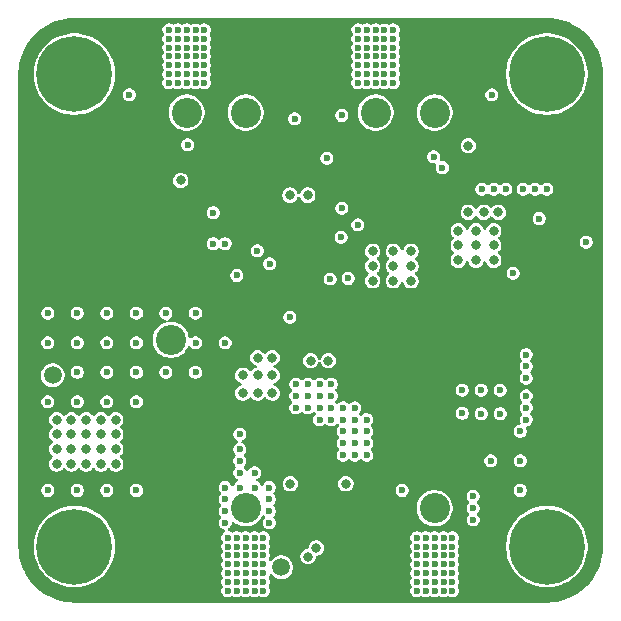
<source format=gbr>
%TF.GenerationSoftware,KiCad,Pcbnew,9.0.2*%
%TF.CreationDate,2025-06-26T01:43:21+01:00*%
%TF.ProjectId,PDB_AURA,5044425f-4155-4524-912e-6b696361645f,rev?*%
%TF.SameCoordinates,Original*%
%TF.FileFunction,Copper,L2,Inr*%
%TF.FilePolarity,Positive*%
%FSLAX46Y46*%
G04 Gerber Fmt 4.6, Leading zero omitted, Abs format (unit mm)*
G04 Created by KiCad (PCBNEW 9.0.2) date 2025-06-26 01:43:21*
%MOMM*%
%LPD*%
G01*
G04 APERTURE LIST*
%TA.AperFunction,ComponentPad*%
%ADD10C,2.550000*%
%TD*%
%TA.AperFunction,ComponentPad*%
%ADD11C,1.500000*%
%TD*%
%TA.AperFunction,ComponentPad*%
%ADD12C,0.800000*%
%TD*%
%TA.AperFunction,ComponentPad*%
%ADD13C,6.400000*%
%TD*%
%TA.AperFunction,ViaPad*%
%ADD14C,0.600000*%
%TD*%
%TA.AperFunction,ViaPad*%
%ADD15C,0.800000*%
%TD*%
G04 APERTURE END LIST*
D10*
%TO.N,+BATT_FILT*%
%TO.C,J300*%
X64500000Y-58250000D03*
%TO.N,/300_Connectors/VBAT_CH1*%
X69500000Y-58250000D03*
D11*
%TO.N,GND*%
X61500000Y-53250000D03*
X72500000Y-53250000D03*
%TD*%
D12*
%TO.N,unconnected-(H102-Pad1)_8*%
%TO.C,H102*%
X92600000Y-55000000D03*
%TO.N,unconnected-(H102-Pad1)_3*%
X93302944Y-53302944D03*
%TO.N,unconnected-(H102-Pad1)_2*%
X93302944Y-56697056D03*
%TO.N,unconnected-(H102-Pad1)_5*%
X95000000Y-52600000D03*
D13*
%TO.N,unconnected-(H102-Pad1)_6*%
X95000000Y-55000000D03*
D12*
%TO.N,unconnected-(H102-Pad1)_4*%
X95000000Y-57400000D03*
%TO.N,unconnected-(H102-Pad1)_7*%
X96697056Y-53302944D03*
%TO.N,unconnected-(H102-Pad1)*%
X96697056Y-56697056D03*
%TO.N,unconnected-(H102-Pad1)_1*%
X97400000Y-55000000D03*
%TD*%
D10*
%TO.N,+BATT*%
%TO.C,J100*%
X63162000Y-77500000D03*
%TO.N,GND*%
X63162000Y-72500000D03*
D11*
X53162000Y-69500000D03*
%TO.N,+BATT*%
X53162000Y-80500000D03*
%TD*%
D10*
%TO.N,+BATT_FILT*%
%TO.C,J303*%
X69500000Y-91750000D03*
%TO.N,GND*%
X64500000Y-91750000D03*
D11*
%TO.N,+BATT_FILT*%
X72500000Y-96750000D03*
%TO.N,GND*%
X61500000Y-96750000D03*
%TD*%
D12*
%TO.N,unconnected-(H101-Pad1)_3*%
%TO.C,H101*%
X52600000Y-55000000D03*
%TO.N,unconnected-(H101-Pad1)_5*%
X53302944Y-53302944D03*
%TO.N,unconnected-(H101-Pad1)_1*%
X53302944Y-56697056D03*
%TO.N,unconnected-(H101-Pad1)*%
X55000000Y-52600000D03*
D13*
%TO.N,unconnected-(H101-Pad1)_7*%
X55000000Y-55000000D03*
D12*
%TO.N,unconnected-(H101-Pad1)_2*%
X55000000Y-57400000D03*
%TO.N,unconnected-(H101-Pad1)_8*%
X56697056Y-53302944D03*
%TO.N,unconnected-(H101-Pad1)_4*%
X56697056Y-56697056D03*
%TO.N,unconnected-(H101-Pad1)_6*%
X57400000Y-55000000D03*
%TD*%
%TO.N,unconnected-(H100-Pad1)_3*%
%TO.C,H100*%
X92600000Y-95000000D03*
%TO.N,unconnected-(H100-Pad1)_7*%
X93302944Y-93302944D03*
%TO.N,unconnected-(H100-Pad1)_1*%
X93302944Y-96697056D03*
%TO.N,unconnected-(H100-Pad1)_5*%
X95000000Y-92600000D03*
D13*
%TO.N,unconnected-(H100-Pad1)_2*%
X95000000Y-95000000D03*
D12*
%TO.N,unconnected-(H100-Pad1)_6*%
X95000000Y-97400000D03*
%TO.N,unconnected-(H100-Pad1)_8*%
X96697056Y-93302944D03*
%TO.N,unconnected-(H100-Pad1)_4*%
X96697056Y-96697056D03*
%TO.N,unconnected-(H100-Pad1)*%
X97400000Y-95000000D03*
%TD*%
%TO.N,unconnected-(H103-Pad1)_8*%
%TO.C,H103*%
X52600000Y-95000000D03*
%TO.N,unconnected-(H103-Pad1)_3*%
X53302944Y-93302944D03*
%TO.N,unconnected-(H103-Pad1)_5*%
X53302944Y-96697056D03*
%TO.N,unconnected-(H103-Pad1)_2*%
X55000000Y-92600000D03*
D13*
%TO.N,unconnected-(H103-Pad1)_4*%
X55000000Y-95000000D03*
D12*
%TO.N,unconnected-(H103-Pad1)_6*%
X55000000Y-97400000D03*
%TO.N,unconnected-(H103-Pad1)_1*%
X56697056Y-93302944D03*
%TO.N,unconnected-(H103-Pad1)*%
X56697056Y-96697056D03*
%TO.N,unconnected-(H103-Pad1)_7*%
X57400000Y-95000000D03*
%TD*%
D10*
%TO.N,+5V*%
%TO.C,J304*%
X85500000Y-91750000D03*
%TO.N,GND*%
X80500000Y-91750000D03*
D11*
X88500000Y-96750000D03*
X77500000Y-96750000D03*
%TD*%
D10*
%TO.N,+BATT_FILT*%
%TO.C,J301*%
X80500000Y-58250000D03*
%TO.N,/300_Connectors/VBAT_CH2*%
X85500000Y-58250000D03*
D11*
%TO.N,GND*%
X77500000Y-53250000D03*
X88500000Y-53250000D03*
%TD*%
D14*
%TO.N,GND*%
X84000000Y-53500000D03*
X52750000Y-72750000D03*
X66000000Y-98750000D03*
X68750000Y-55750000D03*
X79000000Y-97250000D03*
X79000000Y-94250000D03*
X82000000Y-94250000D03*
D15*
X56000000Y-63000000D03*
D14*
X90250000Y-95250000D03*
X63750000Y-98750000D03*
X68000000Y-52750000D03*
X82000000Y-97250000D03*
X66750000Y-65750000D03*
X63750000Y-94250000D03*
X57750000Y-67750000D03*
X69988637Y-67350062D03*
X82000000Y-98750000D03*
X84750000Y-51250000D03*
X68000000Y-54250000D03*
X65250000Y-72750000D03*
X81250000Y-97250000D03*
D15*
X76550000Y-77750000D03*
D14*
X86250000Y-52000000D03*
X85500000Y-55750000D03*
X81250000Y-95750000D03*
X91500000Y-60250000D03*
X63750000Y-96500000D03*
X80500000Y-95750000D03*
X70250000Y-51250000D03*
X95000000Y-60250000D03*
X57750000Y-70250000D03*
X60250000Y-70250000D03*
X90249997Y-81750000D03*
X81250000Y-98750000D03*
X63000000Y-97250000D03*
X65250000Y-97250000D03*
X89500000Y-60250000D03*
X82000000Y-95750000D03*
X63000000Y-95750000D03*
X68000000Y-53500000D03*
X90250000Y-92750000D03*
X76720000Y-91500000D03*
X62750000Y-67750000D03*
X68750000Y-52750000D03*
X81250000Y-94250000D03*
X90250003Y-83750000D03*
X60250000Y-60250000D03*
X52750000Y-60250000D03*
X94000000Y-60250000D03*
X66000000Y-97250000D03*
X76700000Y-73150000D03*
X84000000Y-52000000D03*
X84000000Y-55750000D03*
X80500000Y-97250000D03*
X90250000Y-55250000D03*
X85500000Y-54250000D03*
D15*
X58500000Y-61750000D03*
D14*
X87000000Y-53500000D03*
X84750000Y-54250000D03*
X79000000Y-95000000D03*
X67750000Y-72050000D03*
X75250000Y-55250000D03*
D15*
X56000000Y-61750000D03*
D14*
X80500000Y-94250000D03*
X90250000Y-52750000D03*
X60250000Y-95250000D03*
X68750000Y-51250000D03*
X84750000Y-55000000D03*
D15*
X56000000Y-65500000D03*
D14*
X79750000Y-94250000D03*
X79750000Y-97250000D03*
X65250000Y-96500000D03*
X57750000Y-72750000D03*
X86250000Y-51250000D03*
X60250000Y-55250000D03*
X84750000Y-55750000D03*
X79000000Y-98750000D03*
X64500000Y-94250000D03*
X71000000Y-55000000D03*
X87000000Y-55750000D03*
X97750000Y-78750000D03*
D15*
X58500000Y-63000000D03*
D14*
X87000000Y-52000000D03*
X80500000Y-98750000D03*
X65250000Y-95750000D03*
D15*
X57250000Y-63000000D03*
D14*
X79750000Y-95750000D03*
X86250000Y-54250000D03*
X97510000Y-61240000D03*
X60250000Y-97750000D03*
X90250000Y-91750000D03*
X97750000Y-57750000D03*
X79750000Y-96500000D03*
X81250000Y-95000000D03*
D15*
X74000000Y-69750000D03*
D14*
X79000000Y-95750000D03*
D15*
X53500000Y-64250000D03*
D14*
X84000000Y-52750000D03*
X71000000Y-55750000D03*
X60250000Y-67750000D03*
X81750000Y-83750000D03*
X66000000Y-94250000D03*
X71000000Y-52750000D03*
X77750000Y-55250000D03*
D15*
X54750000Y-64250000D03*
D14*
X55250000Y-67750000D03*
X64500000Y-95750000D03*
X66000000Y-95750000D03*
X86250000Y-55750000D03*
X97750000Y-90250000D03*
D15*
X76670000Y-66290000D03*
D14*
X70250000Y-53500000D03*
X65250000Y-95000000D03*
X81250000Y-98000000D03*
X73625000Y-62150000D03*
X63750000Y-98000000D03*
X63000000Y-96500000D03*
D15*
X53500000Y-65500000D03*
D14*
X97750000Y-60250000D03*
X87000000Y-52750000D03*
X68750000Y-52000000D03*
X90250000Y-97750000D03*
X84000000Y-55000000D03*
X64500000Y-98750000D03*
X80500000Y-95000000D03*
X69500000Y-52750000D03*
X66000000Y-95000000D03*
X65250000Y-98750000D03*
X74070000Y-74733465D03*
X72750000Y-55250000D03*
X63000000Y-98750000D03*
X55250000Y-70250000D03*
D15*
X58500000Y-64250000D03*
D14*
X68750735Y-72899265D03*
D15*
X58500000Y-65500000D03*
D14*
X71000000Y-54250000D03*
D15*
X54750000Y-61750000D03*
D14*
X88070000Y-62010000D03*
X88649997Y-83750000D03*
D15*
X56000000Y-64250000D03*
D14*
X68000000Y-51250000D03*
X68750000Y-54250000D03*
X88649991Y-81750000D03*
X85250000Y-80250000D03*
X60250000Y-72750000D03*
X79750000Y-98750000D03*
X80500000Y-98000000D03*
X93430000Y-68420000D03*
X57750000Y-60250000D03*
D15*
X53500000Y-61750000D03*
D14*
X77750000Y-95250000D03*
X63000000Y-98000000D03*
X84750000Y-52750000D03*
X84000000Y-54250000D03*
X86250000Y-53500000D03*
X69500000Y-52000000D03*
D15*
X54750000Y-65500000D03*
D14*
X63750000Y-95000000D03*
X69500000Y-53500000D03*
X69500000Y-54250000D03*
X55250000Y-72750000D03*
X88070000Y-63000000D03*
X68000000Y-55750000D03*
X65250000Y-98000000D03*
X63750000Y-97250000D03*
X81250000Y-96500000D03*
X76375000Y-58500000D03*
X61930000Y-62990000D03*
D15*
X85354768Y-63680777D03*
D14*
X69500000Y-55750000D03*
X85500000Y-53500000D03*
D15*
X57250000Y-61750000D03*
D14*
X70250000Y-52750000D03*
X85500000Y-52750000D03*
X87000000Y-51250000D03*
X79750000Y-98000000D03*
X82000000Y-98000000D03*
D15*
X82560000Y-66750000D03*
D14*
X80500000Y-96500000D03*
X63000000Y-95000000D03*
X82000000Y-95000000D03*
X78500000Y-71250000D03*
D15*
X74000000Y-71250000D03*
D14*
X85500000Y-51250000D03*
X70250000Y-54250000D03*
X86250000Y-55000000D03*
X97750000Y-80750000D03*
X90250000Y-90750000D03*
X79000000Y-98000000D03*
X75250000Y-52750000D03*
X69500000Y-55000000D03*
X97750000Y-79750000D03*
X62750000Y-92750000D03*
D15*
X57250000Y-65500000D03*
D14*
X72350000Y-72950000D03*
X71000000Y-51250000D03*
X69500000Y-51250000D03*
X93000000Y-60250000D03*
X68000000Y-55000000D03*
X84750000Y-52000000D03*
D15*
X69360000Y-63680000D03*
D14*
X97750000Y-87750000D03*
X93420000Y-70420000D03*
X75430000Y-91520000D03*
X64500000Y-97250000D03*
D15*
X83830000Y-66750000D03*
D14*
X55250000Y-60250000D03*
D15*
X53500000Y-63000000D03*
X54750000Y-63000000D03*
D14*
X70250000Y-52000000D03*
X96250000Y-61240000D03*
X97750000Y-82250000D03*
X65750000Y-66750000D03*
X71000000Y-52000000D03*
X63520000Y-85950000D03*
X82000000Y-96500000D03*
X69350000Y-69518329D03*
X90500000Y-60250000D03*
X87000000Y-54250000D03*
X82750000Y-80250000D03*
D15*
X74950000Y-77750000D03*
D14*
X71000000Y-53500000D03*
X64500000Y-95000000D03*
X63750000Y-95750000D03*
X87000000Y-55000000D03*
X70250000Y-55750000D03*
X85500000Y-55000000D03*
X64500000Y-98000000D03*
X66000000Y-96500000D03*
X64500000Y-96500000D03*
X68000000Y-52000000D03*
X61930000Y-62010000D03*
X62750000Y-90550000D03*
X84750000Y-53500000D03*
X68750000Y-55000000D03*
X84000000Y-51250000D03*
X65250000Y-94250000D03*
X62750000Y-70250000D03*
X52750000Y-67750000D03*
X86250000Y-52750000D03*
D15*
X71400000Y-66240000D03*
D14*
X68750000Y-53500000D03*
X79000000Y-96500000D03*
D15*
X81290000Y-66750000D03*
X57250000Y-64250000D03*
D14*
X70250000Y-55000000D03*
X60250000Y-52750000D03*
X66000000Y-98000000D03*
X79750000Y-95000000D03*
X80250000Y-77750000D03*
X63000000Y-94250000D03*
X85500000Y-52000000D03*
X60250000Y-92750000D03*
%TO.N,+5V*%
X93250000Y-80750000D03*
X92750000Y-90250000D03*
X88750000Y-90750000D03*
X93250000Y-84250000D03*
X77640000Y-66340000D03*
X93250000Y-83250000D03*
X93250000Y-78750000D03*
X92750000Y-85250000D03*
X88750000Y-91750000D03*
X92750000Y-87750000D03*
X90250000Y-87750000D03*
X94370000Y-67224998D03*
X93250000Y-79750000D03*
X82750000Y-90250000D03*
X88750000Y-92750000D03*
X93250000Y-82250000D03*
X67750000Y-69350000D03*
X68750000Y-72050000D03*
D15*
%TO.N,/200_Buck_Regulator/5V_SW*%
X83500000Y-71250000D03*
X80250000Y-71250000D03*
X83500000Y-70000000D03*
X83500000Y-72500000D03*
X80250000Y-70000000D03*
X82000000Y-71250000D03*
X80250000Y-72500000D03*
X82000000Y-72500000D03*
X82000000Y-70000000D03*
D14*
%TO.N,/200_Buck_Regulator/COMP_FB_C*%
X70492220Y-69967739D03*
X66760000Y-66730000D03*
%TO.N,/200_Buck_Regulator/5V_FB*%
X66750000Y-69350000D03*
%TO.N,+BATT*%
X60250000Y-77750000D03*
X60250000Y-75250000D03*
X52750000Y-90250000D03*
D15*
X57250000Y-84250000D03*
D14*
X65250000Y-80250000D03*
D15*
X58500000Y-85500000D03*
D14*
X55250000Y-77750000D03*
X60250000Y-90250000D03*
D15*
X57250000Y-88000000D03*
D14*
X57750000Y-75250000D03*
D15*
X57250000Y-85500000D03*
X54750000Y-88000000D03*
D14*
X55250000Y-75250000D03*
D15*
X56000000Y-84250000D03*
D14*
X67750000Y-77750000D03*
D15*
X56000000Y-86750000D03*
X58500000Y-86750000D03*
X53500000Y-88000000D03*
D14*
X55250000Y-82750000D03*
D15*
X58500000Y-84250000D03*
X53500000Y-84250000D03*
D14*
X52750000Y-75250000D03*
D15*
X53500000Y-86750000D03*
D14*
X65250000Y-75250000D03*
D15*
X54750000Y-84250000D03*
X56000000Y-85500000D03*
D14*
X57750000Y-90250000D03*
D15*
X54750000Y-86750000D03*
D14*
X57750000Y-82750000D03*
X55250000Y-80250000D03*
X52750000Y-77750000D03*
X65250000Y-77750000D03*
X60250000Y-82750000D03*
X57750000Y-80250000D03*
D15*
X58500000Y-88000000D03*
D14*
X62750000Y-80250000D03*
X60250000Y-80250000D03*
X55250000Y-90250000D03*
X62750000Y-75250000D03*
D15*
X54750000Y-85500000D03*
X57250000Y-86750000D03*
D14*
X57750000Y-77750000D03*
D15*
X53500000Y-85500000D03*
X56000000Y-88000000D03*
D14*
X52750000Y-82750000D03*
D15*
%TO.N,MSFT_1*%
X64000000Y-64000000D03*
%TO.N,MSFT_2*%
X88350000Y-61050000D03*
D14*
%TO.N,+3V3*%
X87849988Y-81750000D03*
D15*
X77980000Y-89680000D03*
X73280000Y-89680000D03*
D14*
X87850470Y-83722430D03*
%TO.N,INA_IN+*%
X78750000Y-86250000D03*
X75750000Y-82250000D03*
X77750000Y-87250000D03*
X75750000Y-84250000D03*
X75750000Y-83250000D03*
X77750000Y-83250000D03*
X76750000Y-84250000D03*
X79750000Y-87250000D03*
X77750000Y-85250000D03*
X74750000Y-82250000D03*
X74750000Y-83250000D03*
X73750000Y-82250000D03*
D15*
X71750000Y-82000000D03*
X76500000Y-79250000D03*
X71750000Y-80500000D03*
X70500000Y-79000000D03*
X70500000Y-80500000D03*
D14*
X73750000Y-81250000D03*
D15*
X75000000Y-79250000D03*
D14*
X74750000Y-81250000D03*
X79750000Y-85250000D03*
D15*
X69250000Y-82000000D03*
D14*
X77750000Y-86250000D03*
X76750000Y-82250000D03*
D15*
X70500000Y-82000000D03*
D14*
X79750000Y-86250000D03*
X78750000Y-87250000D03*
D15*
X69250000Y-80500000D03*
D14*
X79750000Y-84250000D03*
X77750000Y-84250000D03*
X78750000Y-85250000D03*
X76750000Y-83250000D03*
X73750000Y-83250000D03*
X78750000Y-84250000D03*
X78750000Y-83250000D03*
X75750000Y-81250000D03*
X76750000Y-81250000D03*
D15*
X71750000Y-79000000D03*
%TO.N,SCL*%
X74780000Y-95850000D03*
D14*
X91050006Y-83750000D03*
X91050000Y-81750000D03*
D15*
%TO.N,SDA*%
X75480025Y-95130025D03*
D14*
X89449994Y-81750000D03*
X89450000Y-83750000D03*
%TO.N,+5V_VCC*%
X73250000Y-75600000D03*
X78170000Y-72302622D03*
%TO.N,/200_Buck_Regulator/5V_HO*%
X77572353Y-68817598D03*
X92140000Y-71860000D03*
%TO.N,/200_Buck_Regulator/5V_LO*%
X76652861Y-72351391D03*
X79000000Y-67754000D03*
%TO.N,/300_Connectors/VGS_CH1*%
X64580000Y-60990000D03*
X73640000Y-58790000D03*
%TO.N,/300_Connectors/MSFT_2_R*%
X77640000Y-58500000D03*
X85410000Y-62010000D03*
%TO.N,/300_Connectors/VGS_CH2*%
X76360000Y-62130000D03*
X86160000Y-62910000D03*
%TO.N,/200_Buck_Regulator/5V_SYNCOUT*%
X71526740Y-71056439D03*
%TO.N,+BATT_FILT*%
X81250000Y-52000000D03*
X79750000Y-53500000D03*
X64500000Y-52000000D03*
X90500000Y-64750000D03*
X80500000Y-55000000D03*
X79750000Y-55750000D03*
X69500000Y-95000000D03*
X65250000Y-53500000D03*
X84000000Y-97250000D03*
X87000000Y-95750000D03*
X80500000Y-53500000D03*
X59650000Y-56750000D03*
X81250000Y-53500000D03*
X85500000Y-94250000D03*
X82000000Y-55000000D03*
X69500000Y-94250000D03*
D15*
X88350000Y-66700000D03*
X89650000Y-66700000D03*
D14*
X84750000Y-95750000D03*
X63000000Y-52000000D03*
D15*
X89000000Y-70750000D03*
X87500000Y-68250000D03*
D14*
X68000000Y-98750000D03*
X67750000Y-92000000D03*
X79000000Y-52000000D03*
X87000000Y-98000000D03*
X85500000Y-97250000D03*
X68000000Y-97250000D03*
X69000000Y-85500000D03*
X93000000Y-64750000D03*
X80500000Y-52750000D03*
X63000000Y-53500000D03*
X71000000Y-95750000D03*
X64500000Y-53500000D03*
X67750000Y-90000000D03*
X68000000Y-98000000D03*
X79750000Y-52750000D03*
X64500000Y-52750000D03*
X70250000Y-94250000D03*
X66000000Y-53500000D03*
X84000000Y-95750000D03*
X82000000Y-52750000D03*
X84000000Y-94250000D03*
X63000000Y-55750000D03*
X86250000Y-97250000D03*
X79000000Y-55000000D03*
X63750000Y-52750000D03*
X91500000Y-64750000D03*
X69500000Y-95750000D03*
X68750000Y-98000000D03*
X66000000Y-55000000D03*
D15*
X89000000Y-68250000D03*
D14*
X70250000Y-97250000D03*
X63750000Y-52000000D03*
X70250000Y-96500000D03*
X85500000Y-98000000D03*
X80500000Y-52000000D03*
X71000000Y-96500000D03*
X68750000Y-94250000D03*
X94000000Y-64750000D03*
X85500000Y-95750000D03*
X63750000Y-54250000D03*
X84750000Y-95000000D03*
X68750000Y-96500000D03*
X85500000Y-95000000D03*
X63750000Y-53500000D03*
X68750000Y-95750000D03*
X86250000Y-98750000D03*
D15*
X90500000Y-70750000D03*
D14*
X82000000Y-53500000D03*
X86250000Y-98000000D03*
X66000000Y-55750000D03*
X71500000Y-90000000D03*
X87000000Y-98750000D03*
X87000000Y-97250000D03*
X84000000Y-98000000D03*
X82000000Y-51250000D03*
D15*
X90500000Y-68250000D03*
D14*
X80500000Y-55750000D03*
X81250000Y-51250000D03*
X63750000Y-55750000D03*
X79000000Y-54250000D03*
X70250000Y-98000000D03*
X80500000Y-54250000D03*
X81250000Y-55750000D03*
X65250000Y-55000000D03*
X79000000Y-51250000D03*
X71000000Y-98000000D03*
X79750000Y-54250000D03*
X65250000Y-52000000D03*
X67750000Y-91000000D03*
X63000000Y-52750000D03*
X98340000Y-69220000D03*
X66000000Y-52750000D03*
X71000000Y-98750000D03*
X68000000Y-96500000D03*
X68750000Y-97250000D03*
D15*
X74750000Y-65250000D03*
D14*
X68750000Y-95000000D03*
X79000000Y-52750000D03*
X66000000Y-52000000D03*
X63000000Y-55000000D03*
X81250000Y-52750000D03*
X86250000Y-95750000D03*
X71000000Y-97250000D03*
D15*
X90900000Y-66700000D03*
D14*
X87000000Y-96500000D03*
X90350000Y-56750000D03*
X84000000Y-98750000D03*
X63750000Y-55000000D03*
X80500000Y-51250000D03*
X68750000Y-98750000D03*
X66000000Y-51250000D03*
X69500000Y-98750000D03*
X69000000Y-87750000D03*
X64500000Y-54250000D03*
X63750000Y-51250000D03*
X67750000Y-93000000D03*
X70250000Y-98750000D03*
X64500000Y-51250000D03*
X85500000Y-98750000D03*
X95000000Y-64750000D03*
X82000000Y-55750000D03*
X69000000Y-90000000D03*
X84750000Y-96500000D03*
X71500000Y-92000000D03*
X79750000Y-52000000D03*
X63000000Y-54250000D03*
X66000000Y-54250000D03*
X82000000Y-54250000D03*
X81250000Y-54250000D03*
X68000000Y-95750000D03*
X71000000Y-94250000D03*
X81250000Y-55000000D03*
D15*
X87500000Y-69500000D03*
X87500000Y-70750000D03*
D14*
X64500000Y-55000000D03*
X82000000Y-52000000D03*
X70250000Y-95000000D03*
X69500000Y-96500000D03*
X68000000Y-95000000D03*
X64500000Y-55750000D03*
X69000000Y-88750000D03*
X84000000Y-96500000D03*
X69000000Y-86750000D03*
X86250000Y-96500000D03*
X65250000Y-51250000D03*
X86250000Y-95000000D03*
X87000000Y-94250000D03*
X87000000Y-95000000D03*
X71500000Y-93000000D03*
X79000000Y-53500000D03*
X86250000Y-94250000D03*
X65250000Y-55750000D03*
X89500000Y-64750000D03*
X68000000Y-94250000D03*
X63000000Y-51250000D03*
X85500000Y-96500000D03*
X79000000Y-55750000D03*
X65250000Y-52750000D03*
X70250000Y-95750000D03*
X79750000Y-51250000D03*
X84750000Y-94250000D03*
X84750000Y-98000000D03*
X84750000Y-98750000D03*
D15*
X90500000Y-69500000D03*
D14*
X79750000Y-55000000D03*
X71500000Y-91000000D03*
X65250000Y-54250000D03*
D15*
X89000000Y-69500000D03*
D14*
X84000000Y-95000000D03*
X69500000Y-97250000D03*
X70250000Y-88750000D03*
X84750000Y-97250000D03*
X69500000Y-98000000D03*
X71000000Y-95000000D03*
D15*
X73250000Y-65250000D03*
D14*
X70250000Y-90000000D03*
%TD*%
%TA.AperFunction,Conductor*%
%TO.N,GND*%
G36*
X95002702Y-50250618D02*
G01*
X95015967Y-50251197D01*
X95408558Y-50268337D01*
X95419293Y-50269277D01*
X95819386Y-50321950D01*
X95830010Y-50323823D01*
X96223993Y-50411167D01*
X96234405Y-50413956D01*
X96619279Y-50535307D01*
X96629414Y-50538996D01*
X97002232Y-50693423D01*
X97012024Y-50697989D01*
X97230117Y-50811521D01*
X97369942Y-50884309D01*
X97379310Y-50889717D01*
X97719638Y-51106530D01*
X97728499Y-51112735D01*
X98048627Y-51358378D01*
X98056914Y-51365332D01*
X98354412Y-51637938D01*
X98362061Y-51645587D01*
X98634667Y-51943085D01*
X98641621Y-51951372D01*
X98887264Y-52271500D01*
X98893469Y-52280361D01*
X99110282Y-52620689D01*
X99115690Y-52630057D01*
X99302007Y-52987969D01*
X99306579Y-52997773D01*
X99460997Y-53370570D01*
X99464696Y-53380733D01*
X99569298Y-53712488D01*
X99586037Y-53765575D01*
X99588837Y-53776025D01*
X99676173Y-54169977D01*
X99678051Y-54180629D01*
X99730720Y-54580683D01*
X99731663Y-54591460D01*
X99747324Y-54950172D01*
X99749382Y-54997297D01*
X99749500Y-55002706D01*
X99749500Y-94997293D01*
X99749382Y-95002702D01*
X99731663Y-95408539D01*
X99730720Y-95419316D01*
X99678051Y-95819370D01*
X99676173Y-95830022D01*
X99588837Y-96223974D01*
X99586037Y-96234424D01*
X99464697Y-96619264D01*
X99460997Y-96629429D01*
X99306579Y-97002226D01*
X99302007Y-97012030D01*
X99115690Y-97369942D01*
X99110282Y-97379310D01*
X98893469Y-97719638D01*
X98887264Y-97728499D01*
X98641621Y-98048627D01*
X98634667Y-98056914D01*
X98362061Y-98354412D01*
X98354412Y-98362061D01*
X98056914Y-98634667D01*
X98048627Y-98641621D01*
X97728499Y-98887264D01*
X97719638Y-98893469D01*
X97379310Y-99110282D01*
X97369942Y-99115690D01*
X97012030Y-99302007D01*
X97002226Y-99306579D01*
X96629429Y-99460997D01*
X96619264Y-99464697D01*
X96234424Y-99586037D01*
X96223974Y-99588837D01*
X95830022Y-99676173D01*
X95819370Y-99678051D01*
X95419316Y-99730720D01*
X95408539Y-99731663D01*
X95002703Y-99749382D01*
X94997294Y-99749500D01*
X55002706Y-99749500D01*
X54997297Y-99749382D01*
X54591460Y-99731663D01*
X54580685Y-99730720D01*
X54380656Y-99704385D01*
X54180629Y-99678051D01*
X54169977Y-99676173D01*
X53915393Y-99619733D01*
X53776022Y-99588836D01*
X53765579Y-99586038D01*
X53380733Y-99464696D01*
X53370570Y-99460997D01*
X52997773Y-99306579D01*
X52987969Y-99302007D01*
X52630057Y-99115690D01*
X52620689Y-99110282D01*
X52280361Y-98893469D01*
X52271500Y-98887264D01*
X51951372Y-98641621D01*
X51943085Y-98634667D01*
X51645587Y-98362061D01*
X51637938Y-98354412D01*
X51365332Y-98056914D01*
X51358378Y-98048627D01*
X51112735Y-97728499D01*
X51106530Y-97719638D01*
X51080344Y-97678535D01*
X50889716Y-97379309D01*
X50884309Y-97369942D01*
X50784143Y-97177525D01*
X50697989Y-97012024D01*
X50693420Y-97002226D01*
X50666403Y-96937001D01*
X50538996Y-96629414D01*
X50535307Y-96619279D01*
X50413956Y-96234405D01*
X50411167Y-96223993D01*
X50323823Y-95830010D01*
X50321950Y-95819386D01*
X50269277Y-95419293D01*
X50268337Y-95408558D01*
X50250618Y-95002701D01*
X50250500Y-94997293D01*
X50250500Y-94830488D01*
X51549500Y-94830488D01*
X51549500Y-95169512D01*
X51553733Y-95212486D01*
X51582729Y-95506901D01*
X51647003Y-95830022D01*
X51648871Y-95839414D01*
X51656138Y-95863371D01*
X51747284Y-96163841D01*
X51789050Y-96264672D01*
X51876378Y-96475502D01*
X51877024Y-96477060D01*
X51877026Y-96477065D01*
X52036831Y-96776039D01*
X52036842Y-96776057D01*
X52225184Y-97057930D01*
X52225194Y-97057944D01*
X52440269Y-97320014D01*
X52679985Y-97559730D01*
X52679990Y-97559734D01*
X52679991Y-97559735D01*
X52942061Y-97774810D01*
X53223949Y-97963162D01*
X53223958Y-97963167D01*
X53223960Y-97963168D01*
X53522934Y-98122973D01*
X53522936Y-98122973D01*
X53522942Y-98122977D01*
X53836160Y-98252716D01*
X54160586Y-98351129D01*
X54493096Y-98417270D01*
X54830488Y-98450500D01*
X54830491Y-98450500D01*
X55169509Y-98450500D01*
X55169512Y-98450500D01*
X55506904Y-98417270D01*
X55839414Y-98351129D01*
X56163840Y-98252716D01*
X56477058Y-98122977D01*
X56776051Y-97963162D01*
X57057939Y-97774810D01*
X57320009Y-97559735D01*
X57559735Y-97320009D01*
X57774810Y-97057939D01*
X57963162Y-96776051D01*
X58122977Y-96477058D01*
X58252716Y-96163840D01*
X58351129Y-95839414D01*
X58417270Y-95506904D01*
X58450500Y-95169512D01*
X58450500Y-94830488D01*
X58417270Y-94493096D01*
X58351129Y-94160586D01*
X58252716Y-93836160D01*
X58122977Y-93522942D01*
X58117654Y-93512984D01*
X57963168Y-93223960D01*
X57963167Y-93223958D01*
X57963162Y-93223949D01*
X57774810Y-92942061D01*
X57559735Y-92679991D01*
X57559734Y-92679990D01*
X57559730Y-92679985D01*
X57320014Y-92440269D01*
X57057944Y-92225194D01*
X57057943Y-92225193D01*
X57057939Y-92225190D01*
X56776051Y-92036838D01*
X56776046Y-92036835D01*
X56776039Y-92036831D01*
X56477065Y-91877026D01*
X56477060Y-91877024D01*
X56163841Y-91747284D01*
X55973382Y-91689509D01*
X55839414Y-91648871D01*
X55839411Y-91648870D01*
X55839410Y-91648870D01*
X55506901Y-91582729D01*
X55269199Y-91559318D01*
X55169512Y-91549500D01*
X54830488Y-91549500D01*
X54739738Y-91558437D01*
X54493098Y-91582729D01*
X54160589Y-91648870D01*
X53836158Y-91747284D01*
X53522939Y-91877024D01*
X53522934Y-91877026D01*
X53223960Y-92036831D01*
X53223942Y-92036842D01*
X52942069Y-92225184D01*
X52942055Y-92225194D01*
X52679985Y-92440269D01*
X52440269Y-92679985D01*
X52225194Y-92942055D01*
X52225184Y-92942069D01*
X52036842Y-93223942D01*
X52036831Y-93223960D01*
X51877026Y-93522934D01*
X51877024Y-93522939D01*
X51747284Y-93836158D01*
X51648870Y-94160589D01*
X51582729Y-94493098D01*
X51567582Y-94646894D01*
X51549500Y-94830488D01*
X50250500Y-94830488D01*
X50250500Y-90177525D01*
X52199500Y-90177525D01*
X52199500Y-90322475D01*
X52235457Y-90456666D01*
X52237017Y-90462488D01*
X52309488Y-90588011D01*
X52309490Y-90588013D01*
X52309491Y-90588015D01*
X52411985Y-90690509D01*
X52411986Y-90690510D01*
X52411988Y-90690511D01*
X52537511Y-90762982D01*
X52537512Y-90762982D01*
X52537515Y-90762984D01*
X52677525Y-90800500D01*
X52677528Y-90800500D01*
X52822472Y-90800500D01*
X52822475Y-90800500D01*
X52962485Y-90762984D01*
X53088015Y-90690509D01*
X53190509Y-90588015D01*
X53262984Y-90462485D01*
X53300500Y-90322475D01*
X53300500Y-90177525D01*
X54699500Y-90177525D01*
X54699500Y-90322475D01*
X54735457Y-90456666D01*
X54737017Y-90462488D01*
X54809488Y-90588011D01*
X54809490Y-90588013D01*
X54809491Y-90588015D01*
X54911985Y-90690509D01*
X54911986Y-90690510D01*
X54911988Y-90690511D01*
X55037511Y-90762982D01*
X55037512Y-90762982D01*
X55037515Y-90762984D01*
X55177525Y-90800500D01*
X55177528Y-90800500D01*
X55322472Y-90800500D01*
X55322475Y-90800500D01*
X55462485Y-90762984D01*
X55588015Y-90690509D01*
X55690509Y-90588015D01*
X55762984Y-90462485D01*
X55800500Y-90322475D01*
X55800500Y-90177525D01*
X57199500Y-90177525D01*
X57199500Y-90322475D01*
X57235457Y-90456666D01*
X57237017Y-90462488D01*
X57309488Y-90588011D01*
X57309490Y-90588013D01*
X57309491Y-90588015D01*
X57411985Y-90690509D01*
X57411986Y-90690510D01*
X57411988Y-90690511D01*
X57537511Y-90762982D01*
X57537512Y-90762982D01*
X57537515Y-90762984D01*
X57677525Y-90800500D01*
X57677528Y-90800500D01*
X57822472Y-90800500D01*
X57822475Y-90800500D01*
X57962485Y-90762984D01*
X58088015Y-90690509D01*
X58190509Y-90588015D01*
X58262984Y-90462485D01*
X58300500Y-90322475D01*
X58300500Y-90177525D01*
X59699500Y-90177525D01*
X59699500Y-90322475D01*
X59735457Y-90456666D01*
X59737017Y-90462488D01*
X59809488Y-90588011D01*
X59809490Y-90588013D01*
X59809491Y-90588015D01*
X59911985Y-90690509D01*
X59911986Y-90690510D01*
X59911988Y-90690511D01*
X60037511Y-90762982D01*
X60037512Y-90762982D01*
X60037515Y-90762984D01*
X60177525Y-90800500D01*
X60177528Y-90800500D01*
X60322472Y-90800500D01*
X60322475Y-90800500D01*
X60462485Y-90762984D01*
X60588015Y-90690509D01*
X60690509Y-90588015D01*
X60762984Y-90462485D01*
X60800500Y-90322475D01*
X60800500Y-90177525D01*
X60762984Y-90037515D01*
X60699481Y-89927525D01*
X67199500Y-89927525D01*
X67199500Y-90072475D01*
X67233310Y-90198653D01*
X67237017Y-90212488D01*
X67309488Y-90338011D01*
X67309493Y-90338017D01*
X67383795Y-90412319D01*
X67417280Y-90473642D01*
X67412296Y-90543334D01*
X67383795Y-90587681D01*
X67309493Y-90661982D01*
X67309488Y-90661988D01*
X67237017Y-90787511D01*
X67237016Y-90787515D01*
X67199500Y-90927525D01*
X67199500Y-91072475D01*
X67235457Y-91206666D01*
X67237017Y-91212488D01*
X67309488Y-91338011D01*
X67309493Y-91338017D01*
X67383795Y-91412319D01*
X67417280Y-91473642D01*
X67412296Y-91543334D01*
X67383795Y-91587681D01*
X67309493Y-91661982D01*
X67309488Y-91661988D01*
X67237017Y-91787511D01*
X67237016Y-91787515D01*
X67199500Y-91927525D01*
X67199500Y-92072475D01*
X67235457Y-92206666D01*
X67237017Y-92212488D01*
X67309488Y-92338011D01*
X67309493Y-92338017D01*
X67383795Y-92412319D01*
X67417280Y-92473642D01*
X67412296Y-92543334D01*
X67383795Y-92587681D01*
X67309493Y-92661982D01*
X67309488Y-92661988D01*
X67237017Y-92787511D01*
X67237016Y-92787515D01*
X67199500Y-92927525D01*
X67199500Y-93072475D01*
X67231128Y-93190511D01*
X67237017Y-93212488D01*
X67309488Y-93338011D01*
X67309490Y-93338013D01*
X67309491Y-93338015D01*
X67411985Y-93440509D01*
X67537515Y-93512984D01*
X67677525Y-93550500D01*
X67677529Y-93550500D01*
X67684138Y-93552271D01*
X67743799Y-93588636D01*
X67774328Y-93651483D01*
X67766033Y-93720859D01*
X67721548Y-93774736D01*
X67714047Y-93779432D01*
X67661988Y-93809489D01*
X67661982Y-93809493D01*
X67559493Y-93911982D01*
X67559488Y-93911988D01*
X67487017Y-94037511D01*
X67487016Y-94037515D01*
X67449500Y-94177525D01*
X67449500Y-94322475D01*
X67487016Y-94462485D01*
X67487017Y-94462488D01*
X67545048Y-94563000D01*
X67561521Y-94630900D01*
X67545048Y-94687000D01*
X67487017Y-94787511D01*
X67487016Y-94787515D01*
X67449500Y-94927525D01*
X67449500Y-95072475D01*
X67483537Y-95199500D01*
X67487017Y-95212488D01*
X67545048Y-95313000D01*
X67561521Y-95380900D01*
X67545048Y-95437000D01*
X67487017Y-95537511D01*
X67487016Y-95537515D01*
X67449500Y-95677525D01*
X67449500Y-95822475D01*
X67487016Y-95962485D01*
X67487017Y-95962488D01*
X67545048Y-96063000D01*
X67561521Y-96130900D01*
X67545048Y-96187000D01*
X67487017Y-96287511D01*
X67487016Y-96287515D01*
X67449500Y-96427525D01*
X67449500Y-96572475D01*
X67470664Y-96651459D01*
X67487017Y-96712488D01*
X67545048Y-96813000D01*
X67561521Y-96880900D01*
X67545048Y-96937000D01*
X67487017Y-97037511D01*
X67487016Y-97037515D01*
X67449500Y-97177525D01*
X67449500Y-97322475D01*
X67467000Y-97387785D01*
X67487017Y-97462488D01*
X67545048Y-97563000D01*
X67561521Y-97630900D01*
X67545048Y-97687000D01*
X67487017Y-97787511D01*
X67487016Y-97787515D01*
X67449500Y-97927525D01*
X67449500Y-98072475D01*
X67487016Y-98212485D01*
X67487017Y-98212488D01*
X67545048Y-98313000D01*
X67561521Y-98380900D01*
X67545048Y-98437000D01*
X67487017Y-98537511D01*
X67487016Y-98537515D01*
X67449500Y-98677525D01*
X67449500Y-98822475D01*
X67487016Y-98962485D01*
X67487017Y-98962488D01*
X67559488Y-99088011D01*
X67559490Y-99088013D01*
X67559491Y-99088015D01*
X67661985Y-99190509D01*
X67661986Y-99190510D01*
X67661988Y-99190511D01*
X67787511Y-99262982D01*
X67787512Y-99262982D01*
X67787515Y-99262984D01*
X67927525Y-99300500D01*
X67927528Y-99300500D01*
X68072472Y-99300500D01*
X68072475Y-99300500D01*
X68212485Y-99262984D01*
X68313002Y-99204950D01*
X68380899Y-99188478D01*
X68436997Y-99204949D01*
X68537515Y-99262984D01*
X68677525Y-99300500D01*
X68677528Y-99300500D01*
X68822472Y-99300500D01*
X68822475Y-99300500D01*
X68962485Y-99262984D01*
X69063002Y-99204950D01*
X69130899Y-99188478D01*
X69186997Y-99204949D01*
X69287515Y-99262984D01*
X69427525Y-99300500D01*
X69427528Y-99300500D01*
X69572472Y-99300500D01*
X69572475Y-99300500D01*
X69712485Y-99262984D01*
X69813002Y-99204950D01*
X69880899Y-99188478D01*
X69936997Y-99204949D01*
X70037515Y-99262984D01*
X70177525Y-99300500D01*
X70177528Y-99300500D01*
X70322472Y-99300500D01*
X70322475Y-99300500D01*
X70462485Y-99262984D01*
X70563002Y-99204950D01*
X70630899Y-99188478D01*
X70686997Y-99204949D01*
X70787515Y-99262984D01*
X70927525Y-99300500D01*
X70927528Y-99300500D01*
X71072472Y-99300500D01*
X71072475Y-99300500D01*
X71212485Y-99262984D01*
X71338015Y-99190509D01*
X71440509Y-99088015D01*
X71512984Y-98962485D01*
X71550500Y-98822475D01*
X71550500Y-98677525D01*
X71512984Y-98537515D01*
X71454950Y-98436997D01*
X71438478Y-98369101D01*
X71454951Y-98313000D01*
X71512984Y-98212485D01*
X71550500Y-98072475D01*
X71550500Y-97927525D01*
X71512984Y-97787515D01*
X71454950Y-97686997D01*
X71452897Y-97678535D01*
X71447475Y-97671718D01*
X71444786Y-97645102D01*
X71438478Y-97619101D01*
X71441143Y-97609044D01*
X71440452Y-97602202D01*
X71449288Y-97578310D01*
X71451812Y-97568787D01*
X71453303Y-97565853D01*
X71512984Y-97462485D01*
X71520897Y-97432952D01*
X71526783Y-97421380D01*
X71542198Y-97405033D01*
X71553896Y-97385841D01*
X71565710Y-97380101D01*
X71574720Y-97370548D01*
X71596526Y-97365130D01*
X71616742Y-97355310D01*
X71629783Y-97356868D01*
X71642528Y-97353703D01*
X71663802Y-97360935D01*
X71686118Y-97363603D01*
X71700720Y-97373486D01*
X71708680Y-97376192D01*
X71713298Y-97381999D01*
X71724990Y-97389912D01*
X71862214Y-97527136D01*
X71862218Y-97527139D01*
X72026079Y-97636628D01*
X72026092Y-97636635D01*
X72147686Y-97687000D01*
X72208165Y-97712051D01*
X72208169Y-97712051D01*
X72208170Y-97712052D01*
X72401456Y-97750500D01*
X72401459Y-97750500D01*
X72598543Y-97750500D01*
X72728582Y-97724632D01*
X72791835Y-97712051D01*
X72932655Y-97653721D01*
X72973907Y-97636635D01*
X72973907Y-97636634D01*
X72973914Y-97636632D01*
X73137782Y-97527139D01*
X73277139Y-97387782D01*
X73386632Y-97223914D01*
X73462051Y-97041835D01*
X73488229Y-96910230D01*
X73500500Y-96848543D01*
X73500500Y-96651456D01*
X73462052Y-96458170D01*
X73462051Y-96458169D01*
X73462051Y-96458165D01*
X73449500Y-96427863D01*
X73386635Y-96276092D01*
X73386628Y-96276079D01*
X73277139Y-96112218D01*
X73277136Y-96112214D01*
X73137785Y-95972863D01*
X73137781Y-95972860D01*
X73049797Y-95914071D01*
X74129499Y-95914071D01*
X74154497Y-96039738D01*
X74154499Y-96039744D01*
X74203533Y-96158124D01*
X74203538Y-96158133D01*
X74274723Y-96264668D01*
X74274726Y-96264672D01*
X74365327Y-96355273D01*
X74365331Y-96355276D01*
X74471866Y-96426461D01*
X74471872Y-96426464D01*
X74471873Y-96426465D01*
X74590256Y-96475501D01*
X74590260Y-96475501D01*
X74590261Y-96475502D01*
X74715928Y-96500500D01*
X74715931Y-96500500D01*
X74844071Y-96500500D01*
X74961881Y-96477065D01*
X74969744Y-96475501D01*
X75088127Y-96426465D01*
X75194669Y-96355276D01*
X75285276Y-96264669D01*
X75356465Y-96158127D01*
X75405501Y-96039744D01*
X75418805Y-95972861D01*
X75430500Y-95914071D01*
X75430500Y-95904100D01*
X75450185Y-95837061D01*
X75502989Y-95791306D01*
X75538142Y-95781831D01*
X75538119Y-95781714D01*
X75539869Y-95781365D01*
X75542351Y-95780697D01*
X75544094Y-95780525D01*
X75669769Y-95755526D01*
X75788152Y-95706490D01*
X75894694Y-95635301D01*
X75985301Y-95544694D01*
X76056490Y-95438152D01*
X76105526Y-95319769D01*
X76124477Y-95224499D01*
X76130525Y-95194096D01*
X76130525Y-95065953D01*
X76105527Y-94940286D01*
X76105526Y-94940285D01*
X76105526Y-94940281D01*
X76056490Y-94821898D01*
X76056489Y-94821897D01*
X76056486Y-94821891D01*
X75985301Y-94715356D01*
X75985298Y-94715352D01*
X75894697Y-94624751D01*
X75894693Y-94624748D01*
X75788158Y-94553563D01*
X75788149Y-94553558D01*
X75669769Y-94504524D01*
X75669763Y-94504522D01*
X75544096Y-94479525D01*
X75544094Y-94479525D01*
X75415956Y-94479525D01*
X75415954Y-94479525D01*
X75290286Y-94504522D01*
X75290280Y-94504524D01*
X75171900Y-94553558D01*
X75171891Y-94553563D01*
X75065356Y-94624748D01*
X75065352Y-94624751D01*
X74974751Y-94715352D01*
X74974748Y-94715356D01*
X74903563Y-94821891D01*
X74903558Y-94821900D01*
X74854524Y-94940280D01*
X74854522Y-94940286D01*
X74829525Y-95065953D01*
X74829525Y-95075924D01*
X74809840Y-95142963D01*
X74757036Y-95188718D01*
X74721883Y-95198195D01*
X74721906Y-95198311D01*
X74720184Y-95198653D01*
X74717690Y-95199326D01*
X74715932Y-95199499D01*
X74590261Y-95224497D01*
X74590255Y-95224499D01*
X74471875Y-95273533D01*
X74471866Y-95273538D01*
X74365331Y-95344723D01*
X74365327Y-95344726D01*
X74274726Y-95435327D01*
X74274723Y-95435331D01*
X74203538Y-95541866D01*
X74203533Y-95541875D01*
X74154499Y-95660255D01*
X74154497Y-95660261D01*
X74129500Y-95785928D01*
X74129500Y-95785931D01*
X74129500Y-95914069D01*
X74129500Y-95914071D01*
X74129499Y-95914071D01*
X73049797Y-95914071D01*
X73003208Y-95882941D01*
X72973920Y-95863371D01*
X72973907Y-95863364D01*
X72791839Y-95787950D01*
X72791829Y-95787947D01*
X72598543Y-95749500D01*
X72598541Y-95749500D01*
X72401459Y-95749500D01*
X72401457Y-95749500D01*
X72208170Y-95787947D01*
X72208160Y-95787950D01*
X72026092Y-95863364D01*
X72026079Y-95863371D01*
X71862218Y-95972860D01*
X71862214Y-95972863D01*
X71722863Y-96112214D01*
X71666760Y-96196178D01*
X71665294Y-96197402D01*
X71664670Y-96199207D01*
X71638599Y-96219711D01*
X71613147Y-96240982D01*
X71611252Y-96241219D01*
X71609751Y-96242401D01*
X71576716Y-96245557D01*
X71543822Y-96249689D01*
X71542100Y-96248865D01*
X71540198Y-96249047D01*
X71510703Y-96233843D01*
X71480795Y-96219534D01*
X71479252Y-96217631D01*
X71478093Y-96217034D01*
X71456276Y-96189295D01*
X71454953Y-96187003D01*
X71438478Y-96119107D01*
X71454951Y-96063000D01*
X71512984Y-95962485D01*
X71550500Y-95822475D01*
X71550500Y-95677525D01*
X71512984Y-95537515D01*
X71454950Y-95436997D01*
X71438478Y-95369101D01*
X71454951Y-95313000D01*
X71512984Y-95212485D01*
X71550500Y-95072475D01*
X71550500Y-94927525D01*
X71512984Y-94787515D01*
X71454950Y-94686997D01*
X71438478Y-94619101D01*
X71454951Y-94563000D01*
X71512984Y-94462485D01*
X71550500Y-94322475D01*
X71550500Y-94177525D01*
X83449500Y-94177525D01*
X83449500Y-94322475D01*
X83487016Y-94462485D01*
X83487017Y-94462488D01*
X83545048Y-94563000D01*
X83561521Y-94630900D01*
X83545048Y-94687000D01*
X83487017Y-94787511D01*
X83487016Y-94787515D01*
X83449500Y-94927525D01*
X83449500Y-95072475D01*
X83483537Y-95199500D01*
X83487017Y-95212488D01*
X83545048Y-95313000D01*
X83561521Y-95380900D01*
X83545048Y-95437000D01*
X83487017Y-95537511D01*
X83487016Y-95537515D01*
X83449500Y-95677525D01*
X83449500Y-95822475D01*
X83487016Y-95962485D01*
X83487017Y-95962488D01*
X83545048Y-96063000D01*
X83561521Y-96130900D01*
X83545048Y-96187000D01*
X83487017Y-96287511D01*
X83487016Y-96287515D01*
X83449500Y-96427525D01*
X83449500Y-96572475D01*
X83470664Y-96651459D01*
X83487017Y-96712488D01*
X83545048Y-96813000D01*
X83561521Y-96880900D01*
X83545048Y-96937000D01*
X83487017Y-97037511D01*
X83487016Y-97037515D01*
X83449500Y-97177525D01*
X83449500Y-97322475D01*
X83467000Y-97387785D01*
X83487017Y-97462488D01*
X83545048Y-97563000D01*
X83561521Y-97630900D01*
X83545048Y-97687000D01*
X83487017Y-97787511D01*
X83487016Y-97787515D01*
X83449500Y-97927525D01*
X83449500Y-98072475D01*
X83487016Y-98212485D01*
X83487017Y-98212488D01*
X83545048Y-98313000D01*
X83561521Y-98380900D01*
X83545048Y-98437000D01*
X83487017Y-98537511D01*
X83487016Y-98537515D01*
X83449500Y-98677525D01*
X83449500Y-98822475D01*
X83487016Y-98962485D01*
X83487017Y-98962488D01*
X83559488Y-99088011D01*
X83559490Y-99088013D01*
X83559491Y-99088015D01*
X83661985Y-99190509D01*
X83661986Y-99190510D01*
X83661988Y-99190511D01*
X83787511Y-99262982D01*
X83787512Y-99262982D01*
X83787515Y-99262984D01*
X83927525Y-99300500D01*
X83927528Y-99300500D01*
X84072472Y-99300500D01*
X84072475Y-99300500D01*
X84212485Y-99262984D01*
X84313002Y-99204950D01*
X84380899Y-99188478D01*
X84436997Y-99204949D01*
X84537515Y-99262984D01*
X84677525Y-99300500D01*
X84677528Y-99300500D01*
X84822472Y-99300500D01*
X84822475Y-99300500D01*
X84962485Y-99262984D01*
X85063002Y-99204950D01*
X85130899Y-99188478D01*
X85186997Y-99204949D01*
X85287515Y-99262984D01*
X85427525Y-99300500D01*
X85427528Y-99300500D01*
X85572472Y-99300500D01*
X85572475Y-99300500D01*
X85712485Y-99262984D01*
X85813002Y-99204950D01*
X85880899Y-99188478D01*
X85936997Y-99204949D01*
X86037515Y-99262984D01*
X86177525Y-99300500D01*
X86177528Y-99300500D01*
X86322472Y-99300500D01*
X86322475Y-99300500D01*
X86462485Y-99262984D01*
X86563002Y-99204950D01*
X86630899Y-99188478D01*
X86686997Y-99204949D01*
X86787515Y-99262984D01*
X86927525Y-99300500D01*
X86927528Y-99300500D01*
X87072472Y-99300500D01*
X87072475Y-99300500D01*
X87212485Y-99262984D01*
X87338015Y-99190509D01*
X87440509Y-99088015D01*
X87512984Y-98962485D01*
X87550500Y-98822475D01*
X87550500Y-98677525D01*
X87512984Y-98537515D01*
X87454950Y-98436997D01*
X87438478Y-98369101D01*
X87454951Y-98313000D01*
X87512984Y-98212485D01*
X87550500Y-98072475D01*
X87550500Y-97927525D01*
X87512984Y-97787515D01*
X87454950Y-97686997D01*
X87438478Y-97619101D01*
X87454951Y-97563000D01*
X87512984Y-97462485D01*
X87550500Y-97322475D01*
X87550500Y-97177525D01*
X87512984Y-97037515D01*
X87454950Y-96936997D01*
X87438478Y-96869101D01*
X87454951Y-96813000D01*
X87512984Y-96712485D01*
X87550500Y-96572475D01*
X87550500Y-96427525D01*
X87512984Y-96287515D01*
X87454950Y-96186997D01*
X87438478Y-96119101D01*
X87454951Y-96063000D01*
X87512984Y-95962485D01*
X87550500Y-95822475D01*
X87550500Y-95677525D01*
X87512984Y-95537515D01*
X87454950Y-95436997D01*
X87438478Y-95369101D01*
X87454951Y-95313000D01*
X87512984Y-95212485D01*
X87550500Y-95072475D01*
X87550500Y-94927525D01*
X87524499Y-94830488D01*
X91549500Y-94830488D01*
X91549500Y-95169512D01*
X91553733Y-95212486D01*
X91582729Y-95506901D01*
X91647003Y-95830022D01*
X91648871Y-95839414D01*
X91656138Y-95863371D01*
X91747284Y-96163841D01*
X91789050Y-96264672D01*
X91876378Y-96475502D01*
X91877024Y-96477060D01*
X91877026Y-96477065D01*
X92036831Y-96776039D01*
X92036842Y-96776057D01*
X92225184Y-97057930D01*
X92225194Y-97057944D01*
X92440269Y-97320014D01*
X92679985Y-97559730D01*
X92679990Y-97559734D01*
X92679991Y-97559735D01*
X92942061Y-97774810D01*
X93223949Y-97963162D01*
X93223958Y-97963167D01*
X93223960Y-97963168D01*
X93522934Y-98122973D01*
X93522936Y-98122973D01*
X93522942Y-98122977D01*
X93836160Y-98252716D01*
X94160586Y-98351129D01*
X94493096Y-98417270D01*
X94830488Y-98450500D01*
X94830491Y-98450500D01*
X95169509Y-98450500D01*
X95169512Y-98450500D01*
X95506904Y-98417270D01*
X95839414Y-98351129D01*
X96163840Y-98252716D01*
X96477058Y-98122977D01*
X96776051Y-97963162D01*
X97057939Y-97774810D01*
X97320009Y-97559735D01*
X97559735Y-97320009D01*
X97774810Y-97057939D01*
X97963162Y-96776051D01*
X98122977Y-96477058D01*
X98252716Y-96163840D01*
X98351129Y-95839414D01*
X98417270Y-95506904D01*
X98450500Y-95169512D01*
X98450500Y-94830488D01*
X98417270Y-94493096D01*
X98351129Y-94160586D01*
X98252716Y-93836160D01*
X98122977Y-93522942D01*
X98117654Y-93512984D01*
X97963168Y-93223960D01*
X97963167Y-93223958D01*
X97963162Y-93223949D01*
X97774810Y-92942061D01*
X97559735Y-92679991D01*
X97559734Y-92679990D01*
X97559730Y-92679985D01*
X97320014Y-92440269D01*
X97057944Y-92225194D01*
X97057943Y-92225193D01*
X97057939Y-92225190D01*
X96776051Y-92036838D01*
X96776046Y-92036835D01*
X96776039Y-92036831D01*
X96477065Y-91877026D01*
X96477060Y-91877024D01*
X96163841Y-91747284D01*
X95973382Y-91689509D01*
X95839414Y-91648871D01*
X95839411Y-91648870D01*
X95839410Y-91648870D01*
X95506901Y-91582729D01*
X95269199Y-91559318D01*
X95169512Y-91549500D01*
X94830488Y-91549500D01*
X94739738Y-91558437D01*
X94493098Y-91582729D01*
X94160589Y-91648870D01*
X93836158Y-91747284D01*
X93522939Y-91877024D01*
X93522934Y-91877026D01*
X93223960Y-92036831D01*
X93223942Y-92036842D01*
X92942069Y-92225184D01*
X92942055Y-92225194D01*
X92679985Y-92440269D01*
X92440269Y-92679985D01*
X92225194Y-92942055D01*
X92225184Y-92942069D01*
X92036842Y-93223942D01*
X92036831Y-93223960D01*
X91877026Y-93522934D01*
X91877024Y-93522939D01*
X91747284Y-93836158D01*
X91648870Y-94160589D01*
X91582729Y-94493098D01*
X91567582Y-94646894D01*
X91549500Y-94830488D01*
X87524499Y-94830488D01*
X87512984Y-94787515D01*
X87451646Y-94681275D01*
X87448972Y-94675241D01*
X87445220Y-94646894D01*
X87438478Y-94619101D01*
X87440590Y-94611905D01*
X87439806Y-94605976D01*
X87446529Y-94591681D01*
X87454951Y-94563000D01*
X87512984Y-94462485D01*
X87550500Y-94322475D01*
X87550500Y-94177525D01*
X87512984Y-94037515D01*
X87440509Y-93911985D01*
X87338015Y-93809491D01*
X87338012Y-93809489D01*
X87338011Y-93809488D01*
X87212488Y-93737017D01*
X87212489Y-93737017D01*
X87201006Y-93733940D01*
X87072475Y-93699500D01*
X86927525Y-93699500D01*
X86798993Y-93733940D01*
X86787511Y-93737017D01*
X86687000Y-93795048D01*
X86619100Y-93811521D01*
X86563000Y-93795048D01*
X86462488Y-93737017D01*
X86462489Y-93737017D01*
X86451006Y-93733940D01*
X86322475Y-93699500D01*
X86177525Y-93699500D01*
X86048993Y-93733940D01*
X86037511Y-93737017D01*
X85937000Y-93795048D01*
X85869100Y-93811521D01*
X85813000Y-93795048D01*
X85712488Y-93737017D01*
X85712489Y-93737017D01*
X85701006Y-93733940D01*
X85572475Y-93699500D01*
X85427525Y-93699500D01*
X85298993Y-93733940D01*
X85287511Y-93737017D01*
X85187000Y-93795048D01*
X85119100Y-93811521D01*
X85063000Y-93795048D01*
X84962488Y-93737017D01*
X84962489Y-93737017D01*
X84951006Y-93733940D01*
X84822475Y-93699500D01*
X84677525Y-93699500D01*
X84548993Y-93733940D01*
X84537511Y-93737017D01*
X84437000Y-93795048D01*
X84369100Y-93811521D01*
X84313000Y-93795048D01*
X84212488Y-93737017D01*
X84212489Y-93737017D01*
X84201006Y-93733940D01*
X84072475Y-93699500D01*
X83927525Y-93699500D01*
X83798993Y-93733940D01*
X83787511Y-93737017D01*
X83661988Y-93809488D01*
X83661982Y-93809493D01*
X83559493Y-93911982D01*
X83559488Y-93911988D01*
X83487017Y-94037511D01*
X83487016Y-94037515D01*
X83449500Y-94177525D01*
X71550500Y-94177525D01*
X71512984Y-94037515D01*
X71440509Y-93911985D01*
X71338015Y-93809491D01*
X71212485Y-93737016D01*
X71160136Y-93722989D01*
X71160126Y-93722985D01*
X71087587Y-93703549D01*
X71072475Y-93699500D01*
X70927525Y-93699500D01*
X70798993Y-93733940D01*
X70787511Y-93737017D01*
X70687000Y-93795048D01*
X70619100Y-93811521D01*
X70563000Y-93795048D01*
X70462488Y-93737017D01*
X70462489Y-93737017D01*
X70451006Y-93733940D01*
X70322475Y-93699500D01*
X70177525Y-93699500D01*
X70048993Y-93733940D01*
X70037511Y-93737017D01*
X69937000Y-93795048D01*
X69869100Y-93811521D01*
X69813000Y-93795048D01*
X69712488Y-93737017D01*
X69712489Y-93737017D01*
X69701006Y-93733940D01*
X69572475Y-93699500D01*
X69427525Y-93699500D01*
X69298993Y-93733940D01*
X69287511Y-93737017D01*
X69187000Y-93795048D01*
X69119100Y-93811521D01*
X69063000Y-93795048D01*
X68962488Y-93737017D01*
X68962489Y-93737017D01*
X68951006Y-93733940D01*
X68822475Y-93699500D01*
X68677525Y-93699500D01*
X68548993Y-93733940D01*
X68537511Y-93737017D01*
X68437000Y-93795048D01*
X68369100Y-93811521D01*
X68313000Y-93795048D01*
X68212488Y-93737017D01*
X68212489Y-93737017D01*
X68160121Y-93722985D01*
X68072475Y-93699500D01*
X68072473Y-93699500D01*
X68065860Y-93697728D01*
X68006200Y-93661363D01*
X67975671Y-93598516D01*
X67983966Y-93529140D01*
X68028451Y-93475262D01*
X68035955Y-93470566D01*
X68038496Y-93469098D01*
X68088015Y-93440509D01*
X68190509Y-93338015D01*
X68262984Y-93212485D01*
X68300500Y-93072475D01*
X68300500Y-93006874D01*
X68320185Y-92939835D01*
X68372989Y-92894080D01*
X68442147Y-92884136D01*
X68501928Y-92911182D01*
X68502263Y-92910722D01*
X68504495Y-92912344D01*
X68505039Y-92912590D01*
X68506198Y-92913580D01*
X68506204Y-92913586D01*
X68700464Y-93054724D01*
X68765793Y-93088011D01*
X68914406Y-93163734D01*
X68914408Y-93163734D01*
X68914411Y-93163736D01*
X69142778Y-93237937D01*
X69379941Y-93275500D01*
X69379942Y-93275500D01*
X69620058Y-93275500D01*
X69620059Y-93275500D01*
X69857222Y-93237937D01*
X70085589Y-93163736D01*
X70299536Y-93054724D01*
X70493796Y-92913586D01*
X70663586Y-92743796D01*
X70804724Y-92549536D01*
X70884632Y-92392707D01*
X70932607Y-92341912D01*
X71000428Y-92325117D01*
X71066563Y-92347654D01*
X71082798Y-92361322D01*
X71133795Y-92412319D01*
X71167280Y-92473642D01*
X71162296Y-92543334D01*
X71133795Y-92587681D01*
X71059493Y-92661982D01*
X71059488Y-92661988D01*
X70987017Y-92787511D01*
X70987016Y-92787515D01*
X70949500Y-92927525D01*
X70949500Y-93072475D01*
X70981128Y-93190511D01*
X70987017Y-93212488D01*
X71059488Y-93338011D01*
X71059490Y-93338013D01*
X71059491Y-93338015D01*
X71161985Y-93440509D01*
X71287515Y-93512984D01*
X71427525Y-93550500D01*
X71427528Y-93550500D01*
X71572472Y-93550500D01*
X71572475Y-93550500D01*
X71712485Y-93512984D01*
X71838015Y-93440509D01*
X71940509Y-93338015D01*
X72012984Y-93212485D01*
X72050500Y-93072475D01*
X72050500Y-92927525D01*
X72012984Y-92787515D01*
X71950901Y-92679985D01*
X71940511Y-92661988D01*
X71940506Y-92661982D01*
X71866205Y-92587681D01*
X71832720Y-92526358D01*
X71837704Y-92456666D01*
X71866205Y-92412319D01*
X71885816Y-92392708D01*
X71940509Y-92338015D01*
X72012984Y-92212485D01*
X72050500Y-92072475D01*
X72050500Y-91927525D01*
X72012984Y-91787515D01*
X71940509Y-91661985D01*
X71908465Y-91629941D01*
X83974500Y-91629941D01*
X83974500Y-91870059D01*
X83983602Y-91927525D01*
X84012063Y-92107222D01*
X84086265Y-92335593D01*
X84147956Y-92456666D01*
X84195276Y-92549536D01*
X84336414Y-92743796D01*
X84506204Y-92913586D01*
X84700464Y-93054724D01*
X84765793Y-93088011D01*
X84914406Y-93163734D01*
X84914408Y-93163734D01*
X84914411Y-93163736D01*
X85142778Y-93237937D01*
X85379941Y-93275500D01*
X85379942Y-93275500D01*
X85620058Y-93275500D01*
X85620059Y-93275500D01*
X85857222Y-93237937D01*
X86085589Y-93163736D01*
X86299536Y-93054724D01*
X86493796Y-92913586D01*
X86663586Y-92743796D01*
X86804724Y-92549536D01*
X86913736Y-92335589D01*
X86987937Y-92107222D01*
X87025500Y-91870059D01*
X87025500Y-91629941D01*
X86987937Y-91392778D01*
X86913736Y-91164411D01*
X86913734Y-91164408D01*
X86913734Y-91164406D01*
X86856226Y-91051543D01*
X86804724Y-90950464D01*
X86663586Y-90756204D01*
X86584907Y-90677525D01*
X88199500Y-90677525D01*
X88199500Y-90822475D01*
X88227649Y-90927527D01*
X88237017Y-90962488D01*
X88309488Y-91088011D01*
X88309493Y-91088017D01*
X88383795Y-91162319D01*
X88417280Y-91223642D01*
X88412296Y-91293334D01*
X88383795Y-91337681D01*
X88309493Y-91411982D01*
X88309488Y-91411988D01*
X88237017Y-91537511D01*
X88237016Y-91537515D01*
X88199500Y-91677525D01*
X88199500Y-91822475D01*
X88227649Y-91927527D01*
X88237017Y-91962488D01*
X88309488Y-92088011D01*
X88309493Y-92088017D01*
X88383795Y-92162319D01*
X88417280Y-92223642D01*
X88412296Y-92293334D01*
X88383795Y-92337681D01*
X88309493Y-92411982D01*
X88309488Y-92411988D01*
X88237017Y-92537511D01*
X88237016Y-92537515D01*
X88199500Y-92677525D01*
X88199500Y-92822475D01*
X88237016Y-92962485D01*
X88237017Y-92962488D01*
X88309488Y-93088011D01*
X88309490Y-93088013D01*
X88309491Y-93088015D01*
X88411985Y-93190509D01*
X88411986Y-93190510D01*
X88411988Y-93190511D01*
X88537511Y-93262982D01*
X88537512Y-93262982D01*
X88537515Y-93262984D01*
X88677525Y-93300500D01*
X88677528Y-93300500D01*
X88822472Y-93300500D01*
X88822475Y-93300500D01*
X88962485Y-93262984D01*
X89088015Y-93190509D01*
X89190509Y-93088015D01*
X89262984Y-92962485D01*
X89300500Y-92822475D01*
X89300500Y-92677525D01*
X89262984Y-92537515D01*
X89256542Y-92526358D01*
X89190511Y-92411988D01*
X89190506Y-92411982D01*
X89116205Y-92337681D01*
X89082720Y-92276358D01*
X89087704Y-92206666D01*
X89116205Y-92162319D01*
X89122175Y-92156349D01*
X89190509Y-92088015D01*
X89262984Y-91962485D01*
X89300500Y-91822475D01*
X89300500Y-91677525D01*
X89262984Y-91537515D01*
X89256542Y-91526358D01*
X89190511Y-91411988D01*
X89190506Y-91411982D01*
X89116205Y-91337681D01*
X89082720Y-91276358D01*
X89087704Y-91206666D01*
X89116205Y-91162319D01*
X89190509Y-91088015D01*
X89262984Y-90962485D01*
X89300500Y-90822475D01*
X89300500Y-90677525D01*
X89262984Y-90537515D01*
X89256542Y-90526358D01*
X89190511Y-90411988D01*
X89190506Y-90411982D01*
X89088017Y-90309493D01*
X89088015Y-90309491D01*
X88962485Y-90237016D01*
X88822475Y-90199500D01*
X88677525Y-90199500D01*
X88548993Y-90233940D01*
X88537511Y-90237017D01*
X88411988Y-90309488D01*
X88411982Y-90309493D01*
X88309493Y-90411982D01*
X88309488Y-90411988D01*
X88237017Y-90537511D01*
X88232583Y-90554055D01*
X88199500Y-90677525D01*
X86584907Y-90677525D01*
X86493796Y-90586414D01*
X86299536Y-90445276D01*
X86234855Y-90412319D01*
X86085593Y-90336265D01*
X85857222Y-90262063D01*
X85821852Y-90256461D01*
X85620059Y-90224500D01*
X85379941Y-90224500D01*
X85300912Y-90237017D01*
X85142777Y-90262063D01*
X84914406Y-90336265D01*
X84700463Y-90445276D01*
X84506201Y-90586416D01*
X84336416Y-90756201D01*
X84195276Y-90950463D01*
X84086265Y-91164406D01*
X84012063Y-91392777D01*
X83981193Y-91587681D01*
X83974500Y-91629941D01*
X71908465Y-91629941D01*
X71863090Y-91584566D01*
X71860217Y-91581254D01*
X71847438Y-91553313D01*
X71832720Y-91526358D01*
X71833043Y-91521836D01*
X71831158Y-91517714D01*
X71835512Y-91487311D01*
X71837704Y-91456666D01*
X71840531Y-91452266D01*
X71841064Y-91448550D01*
X71848272Y-91440222D01*
X71866205Y-91412319D01*
X71885747Y-91392777D01*
X71940509Y-91338015D01*
X72012984Y-91212485D01*
X72050500Y-91072475D01*
X72050500Y-90927525D01*
X72012984Y-90787515D01*
X71994908Y-90756207D01*
X71940511Y-90661988D01*
X71940506Y-90661982D01*
X71866205Y-90587681D01*
X71832720Y-90526358D01*
X71837704Y-90456666D01*
X71866205Y-90412319D01*
X71901472Y-90377052D01*
X71940509Y-90338015D01*
X72012984Y-90212485D01*
X72050500Y-90072475D01*
X72050500Y-89927525D01*
X72012984Y-89787515D01*
X71987902Y-89744071D01*
X72629499Y-89744071D01*
X72654497Y-89869738D01*
X72654499Y-89869744D01*
X72703533Y-89988124D01*
X72703538Y-89988133D01*
X72774723Y-90094668D01*
X72774726Y-90094672D01*
X72865327Y-90185273D01*
X72865331Y-90185276D01*
X72971866Y-90256461D01*
X72971872Y-90256464D01*
X72971873Y-90256465D01*
X73090256Y-90305501D01*
X73090260Y-90305501D01*
X73090261Y-90305502D01*
X73215928Y-90330500D01*
X73215931Y-90330500D01*
X73344071Y-90330500D01*
X73449685Y-90309491D01*
X73469744Y-90305501D01*
X73588127Y-90256465D01*
X73694669Y-90185276D01*
X73785276Y-90094669D01*
X73856465Y-89988127D01*
X73905501Y-89869744D01*
X73930500Y-89744071D01*
X77329499Y-89744071D01*
X77354497Y-89869738D01*
X77354499Y-89869744D01*
X77403533Y-89988124D01*
X77403538Y-89988133D01*
X77474723Y-90094668D01*
X77474726Y-90094672D01*
X77565327Y-90185273D01*
X77565331Y-90185276D01*
X77671866Y-90256461D01*
X77671872Y-90256464D01*
X77671873Y-90256465D01*
X77790256Y-90305501D01*
X77790260Y-90305501D01*
X77790261Y-90305502D01*
X77915928Y-90330500D01*
X77915931Y-90330500D01*
X78044071Y-90330500D01*
X78149685Y-90309491D01*
X78169744Y-90305501D01*
X78288127Y-90256465D01*
X78394669Y-90185276D01*
X78402420Y-90177525D01*
X82199500Y-90177525D01*
X82199500Y-90322475D01*
X82235457Y-90456666D01*
X82237017Y-90462488D01*
X82309488Y-90588011D01*
X82309490Y-90588013D01*
X82309491Y-90588015D01*
X82411985Y-90690509D01*
X82411986Y-90690510D01*
X82411988Y-90690511D01*
X82537511Y-90762982D01*
X82537512Y-90762982D01*
X82537515Y-90762984D01*
X82677525Y-90800500D01*
X82677528Y-90800500D01*
X82822472Y-90800500D01*
X82822475Y-90800500D01*
X82962485Y-90762984D01*
X83088015Y-90690509D01*
X83190509Y-90588015D01*
X83262984Y-90462485D01*
X83300500Y-90322475D01*
X83300500Y-90177525D01*
X92199500Y-90177525D01*
X92199500Y-90322475D01*
X92235457Y-90456666D01*
X92237017Y-90462488D01*
X92309488Y-90588011D01*
X92309490Y-90588013D01*
X92309491Y-90588015D01*
X92411985Y-90690509D01*
X92411986Y-90690510D01*
X92411988Y-90690511D01*
X92537511Y-90762982D01*
X92537512Y-90762982D01*
X92537515Y-90762984D01*
X92677525Y-90800500D01*
X92677528Y-90800500D01*
X92822472Y-90800500D01*
X92822475Y-90800500D01*
X92962485Y-90762984D01*
X93088015Y-90690509D01*
X93190509Y-90588015D01*
X93262984Y-90462485D01*
X93300500Y-90322475D01*
X93300500Y-90177525D01*
X93262984Y-90037515D01*
X93230585Y-89981399D01*
X93190511Y-89911988D01*
X93190506Y-89911982D01*
X93088017Y-89809493D01*
X93088011Y-89809488D01*
X92962488Y-89737017D01*
X92962489Y-89737017D01*
X92951006Y-89733940D01*
X92822475Y-89699500D01*
X92677525Y-89699500D01*
X92548993Y-89733940D01*
X92537511Y-89737017D01*
X92411988Y-89809488D01*
X92411982Y-89809493D01*
X92309493Y-89911982D01*
X92309488Y-89911988D01*
X92237017Y-90037511D01*
X92237016Y-90037515D01*
X92199500Y-90177525D01*
X83300500Y-90177525D01*
X83262984Y-90037515D01*
X83230585Y-89981399D01*
X83190511Y-89911988D01*
X83190506Y-89911982D01*
X83088017Y-89809493D01*
X83088011Y-89809488D01*
X82962488Y-89737017D01*
X82962489Y-89737017D01*
X82951006Y-89733940D01*
X82822475Y-89699500D01*
X82677525Y-89699500D01*
X82548993Y-89733940D01*
X82537511Y-89737017D01*
X82411988Y-89809488D01*
X82411982Y-89809493D01*
X82309493Y-89911982D01*
X82309488Y-89911988D01*
X82237017Y-90037511D01*
X82237016Y-90037515D01*
X82199500Y-90177525D01*
X78402420Y-90177525D01*
X78485276Y-90094669D01*
X78556465Y-89988127D01*
X78605501Y-89869744D01*
X78630500Y-89744069D01*
X78630500Y-89615931D01*
X78630500Y-89615928D01*
X78605502Y-89490261D01*
X78605501Y-89490260D01*
X78605501Y-89490256D01*
X78567574Y-89398692D01*
X78556466Y-89371875D01*
X78556461Y-89371866D01*
X78485276Y-89265331D01*
X78485273Y-89265327D01*
X78394672Y-89174726D01*
X78394668Y-89174723D01*
X78288133Y-89103538D01*
X78288124Y-89103533D01*
X78169744Y-89054499D01*
X78169738Y-89054497D01*
X78044071Y-89029500D01*
X78044069Y-89029500D01*
X77915931Y-89029500D01*
X77915929Y-89029500D01*
X77790261Y-89054497D01*
X77790255Y-89054499D01*
X77671875Y-89103533D01*
X77671866Y-89103538D01*
X77565331Y-89174723D01*
X77565327Y-89174726D01*
X77474726Y-89265327D01*
X77474723Y-89265331D01*
X77403538Y-89371866D01*
X77403533Y-89371875D01*
X77354499Y-89490255D01*
X77354497Y-89490261D01*
X77329500Y-89615928D01*
X77329500Y-89615931D01*
X77329500Y-89744069D01*
X77329500Y-89744071D01*
X77329499Y-89744071D01*
X73930500Y-89744071D01*
X73930500Y-89744069D01*
X73930500Y-89615931D01*
X73930500Y-89615928D01*
X73905502Y-89490261D01*
X73905501Y-89490260D01*
X73905501Y-89490256D01*
X73867574Y-89398692D01*
X73856466Y-89371875D01*
X73856461Y-89371866D01*
X73785276Y-89265331D01*
X73785273Y-89265327D01*
X73694672Y-89174726D01*
X73694668Y-89174723D01*
X73588133Y-89103538D01*
X73588124Y-89103533D01*
X73469744Y-89054499D01*
X73469738Y-89054497D01*
X73344071Y-89029500D01*
X73344069Y-89029500D01*
X73215931Y-89029500D01*
X73215929Y-89029500D01*
X73090261Y-89054497D01*
X73090255Y-89054499D01*
X72971875Y-89103533D01*
X72971866Y-89103538D01*
X72865331Y-89174723D01*
X72865327Y-89174726D01*
X72774726Y-89265327D01*
X72774723Y-89265331D01*
X72703538Y-89371866D01*
X72703533Y-89371875D01*
X72654499Y-89490255D01*
X72654497Y-89490261D01*
X72629500Y-89615928D01*
X72629500Y-89615931D01*
X72629500Y-89744069D01*
X72629500Y-89744071D01*
X72629499Y-89744071D01*
X71987902Y-89744071D01*
X71940509Y-89661985D01*
X71838015Y-89559491D01*
X71838013Y-89559490D01*
X71838011Y-89559488D01*
X71712488Y-89487017D01*
X71712489Y-89487017D01*
X71687077Y-89480208D01*
X71572475Y-89449500D01*
X71427525Y-89449500D01*
X71312923Y-89480208D01*
X71287511Y-89487017D01*
X71161988Y-89559488D01*
X71161982Y-89559493D01*
X71059493Y-89661982D01*
X71059488Y-89661988D01*
X70982952Y-89794553D01*
X70980212Y-89792971D01*
X70945719Y-89835774D01*
X70879425Y-89857838D01*
X70811726Y-89840558D01*
X70768248Y-89793859D01*
X70767048Y-89794553D01*
X70690511Y-89661988D01*
X70690506Y-89661982D01*
X70588017Y-89559493D01*
X70588011Y-89559488D01*
X70455447Y-89482952D01*
X70457031Y-89480208D01*
X70414244Y-89445746D01*
X70392162Y-89379457D01*
X70409424Y-89311753D01*
X70456136Y-89268241D01*
X70455447Y-89267048D01*
X70542731Y-89216653D01*
X70588015Y-89190509D01*
X70690509Y-89088015D01*
X70762984Y-88962485D01*
X70800500Y-88822475D01*
X70800500Y-88677525D01*
X70762984Y-88537515D01*
X70692060Y-88414672D01*
X70690511Y-88411988D01*
X70690506Y-88411982D01*
X70588017Y-88309493D01*
X70588011Y-88309488D01*
X70462488Y-88237017D01*
X70462489Y-88237017D01*
X70451006Y-88233940D01*
X70322475Y-88199500D01*
X70177525Y-88199500D01*
X70048993Y-88233940D01*
X70037511Y-88237017D01*
X69911988Y-88309488D01*
X69911982Y-88309493D01*
X69809493Y-88411982D01*
X69809488Y-88411988D01*
X69732952Y-88544553D01*
X69730212Y-88542971D01*
X69695719Y-88585774D01*
X69629425Y-88607838D01*
X69561726Y-88590558D01*
X69518248Y-88543859D01*
X69517048Y-88544553D01*
X69440511Y-88411988D01*
X69440506Y-88411982D01*
X69366205Y-88337681D01*
X69332720Y-88276358D01*
X69337704Y-88206666D01*
X69366205Y-88162319D01*
X69440509Y-88088015D01*
X69512984Y-87962485D01*
X69550500Y-87822475D01*
X69550500Y-87677525D01*
X69512984Y-87537515D01*
X69469778Y-87462681D01*
X69440511Y-87411988D01*
X69440506Y-87411982D01*
X69366205Y-87337681D01*
X69332720Y-87276358D01*
X69337704Y-87206666D01*
X69366205Y-87162319D01*
X69388731Y-87139793D01*
X69440509Y-87088015D01*
X69512984Y-86962485D01*
X69550500Y-86822475D01*
X69550500Y-86677525D01*
X69512984Y-86537515D01*
X69469665Y-86462485D01*
X69440511Y-86411988D01*
X69440506Y-86411982D01*
X69338017Y-86309493D01*
X69338011Y-86309488D01*
X69205447Y-86232952D01*
X69207031Y-86230208D01*
X69164244Y-86195746D01*
X69142162Y-86129457D01*
X69159424Y-86061753D01*
X69206136Y-86018241D01*
X69205447Y-86017048D01*
X69292731Y-85966653D01*
X69338015Y-85940509D01*
X69440509Y-85838015D01*
X69512984Y-85712485D01*
X69550500Y-85572475D01*
X69550500Y-85427525D01*
X69512984Y-85287515D01*
X69440795Y-85162481D01*
X69440511Y-85161988D01*
X69440506Y-85161982D01*
X69338017Y-85059493D01*
X69338011Y-85059488D01*
X69212488Y-84987017D01*
X69212489Y-84987017D01*
X69201006Y-84983940D01*
X69072475Y-84949500D01*
X68927525Y-84949500D01*
X68798993Y-84983940D01*
X68787511Y-84987017D01*
X68661988Y-85059488D01*
X68661982Y-85059493D01*
X68559493Y-85161982D01*
X68559488Y-85161988D01*
X68487017Y-85287511D01*
X68487016Y-85287515D01*
X68449500Y-85427525D01*
X68449500Y-85572475D01*
X68485457Y-85706666D01*
X68487017Y-85712488D01*
X68559488Y-85838011D01*
X68559490Y-85838013D01*
X68559491Y-85838015D01*
X68661985Y-85940509D01*
X68661986Y-85940510D01*
X68661988Y-85940511D01*
X68794553Y-86017048D01*
X68792971Y-86019787D01*
X68835774Y-86054281D01*
X68857838Y-86120575D01*
X68840558Y-86188274D01*
X68793859Y-86231751D01*
X68794553Y-86232952D01*
X68661988Y-86309488D01*
X68661982Y-86309493D01*
X68559493Y-86411982D01*
X68559488Y-86411988D01*
X68487017Y-86537511D01*
X68487016Y-86537515D01*
X68449500Y-86677525D01*
X68449500Y-86822475D01*
X68487016Y-86962485D01*
X68487017Y-86962488D01*
X68559488Y-87088011D01*
X68559493Y-87088017D01*
X68633795Y-87162319D01*
X68667280Y-87223642D01*
X68662296Y-87293334D01*
X68633795Y-87337681D01*
X68559493Y-87411982D01*
X68559488Y-87411988D01*
X68487017Y-87537511D01*
X68487016Y-87537515D01*
X68449500Y-87677525D01*
X68449500Y-87822475D01*
X68479900Y-87935928D01*
X68487017Y-87962488D01*
X68559488Y-88088011D01*
X68559493Y-88088017D01*
X68633795Y-88162319D01*
X68667280Y-88223642D01*
X68662296Y-88293334D01*
X68633795Y-88337681D01*
X68559493Y-88411982D01*
X68559488Y-88411988D01*
X68487017Y-88537511D01*
X68487016Y-88537515D01*
X68449500Y-88677525D01*
X68449500Y-88822475D01*
X68474090Y-88914244D01*
X68487017Y-88962488D01*
X68559488Y-89088011D01*
X68559490Y-89088013D01*
X68559491Y-89088015D01*
X68661985Y-89190509D01*
X68661986Y-89190510D01*
X68661988Y-89190511D01*
X68794553Y-89267048D01*
X68792971Y-89269787D01*
X68835774Y-89304281D01*
X68857838Y-89370575D01*
X68840558Y-89438274D01*
X68793859Y-89481751D01*
X68794553Y-89482952D01*
X68661988Y-89559488D01*
X68661982Y-89559493D01*
X68559493Y-89661982D01*
X68559488Y-89661988D01*
X68482952Y-89794553D01*
X68480212Y-89792971D01*
X68445719Y-89835774D01*
X68379425Y-89857838D01*
X68311726Y-89840558D01*
X68268248Y-89793859D01*
X68267048Y-89794553D01*
X68190511Y-89661988D01*
X68190506Y-89661982D01*
X68088017Y-89559493D01*
X68088011Y-89559488D01*
X67962488Y-89487017D01*
X67962489Y-89487017D01*
X67937077Y-89480208D01*
X67822475Y-89449500D01*
X67677525Y-89449500D01*
X67562923Y-89480208D01*
X67537511Y-89487017D01*
X67411988Y-89559488D01*
X67411982Y-89559493D01*
X67309493Y-89661982D01*
X67309488Y-89661988D01*
X67237017Y-89787511D01*
X67237016Y-89787515D01*
X67199500Y-89927525D01*
X60699481Y-89927525D01*
X60690509Y-89911985D01*
X60588015Y-89809491D01*
X60588013Y-89809490D01*
X60588011Y-89809488D01*
X60462488Y-89737017D01*
X60462489Y-89737017D01*
X60451006Y-89733940D01*
X60322475Y-89699500D01*
X60177525Y-89699500D01*
X60048993Y-89733940D01*
X60037511Y-89737017D01*
X59911988Y-89809488D01*
X59911982Y-89809493D01*
X59809493Y-89911982D01*
X59809488Y-89911988D01*
X59737017Y-90037511D01*
X59737016Y-90037515D01*
X59699500Y-90177525D01*
X58300500Y-90177525D01*
X58262984Y-90037515D01*
X58230585Y-89981399D01*
X58190511Y-89911988D01*
X58190506Y-89911982D01*
X58088017Y-89809493D01*
X58088011Y-89809488D01*
X57962488Y-89737017D01*
X57962489Y-89737017D01*
X57951006Y-89733940D01*
X57822475Y-89699500D01*
X57677525Y-89699500D01*
X57548993Y-89733940D01*
X57537511Y-89737017D01*
X57411988Y-89809488D01*
X57411982Y-89809493D01*
X57309493Y-89911982D01*
X57309488Y-89911988D01*
X57237017Y-90037511D01*
X57237016Y-90037515D01*
X57199500Y-90177525D01*
X55800500Y-90177525D01*
X55762984Y-90037515D01*
X55730585Y-89981399D01*
X55690511Y-89911988D01*
X55690506Y-89911982D01*
X55588017Y-89809493D01*
X55588011Y-89809488D01*
X55462488Y-89737017D01*
X55462489Y-89737017D01*
X55451006Y-89733940D01*
X55322475Y-89699500D01*
X55177525Y-89699500D01*
X55048993Y-89733940D01*
X55037511Y-89737017D01*
X54911988Y-89809488D01*
X54911982Y-89809493D01*
X54809493Y-89911982D01*
X54809488Y-89911988D01*
X54737017Y-90037511D01*
X54737016Y-90037515D01*
X54699500Y-90177525D01*
X53300500Y-90177525D01*
X53262984Y-90037515D01*
X53230585Y-89981399D01*
X53190511Y-89911988D01*
X53190506Y-89911982D01*
X53088017Y-89809493D01*
X53088011Y-89809488D01*
X52962488Y-89737017D01*
X52962489Y-89737017D01*
X52951006Y-89733940D01*
X52822475Y-89699500D01*
X52677525Y-89699500D01*
X52548993Y-89733940D01*
X52537511Y-89737017D01*
X52411988Y-89809488D01*
X52411982Y-89809493D01*
X52309493Y-89911982D01*
X52309488Y-89911988D01*
X52237017Y-90037511D01*
X52237016Y-90037515D01*
X52199500Y-90177525D01*
X50250500Y-90177525D01*
X50250500Y-84314071D01*
X52849499Y-84314071D01*
X52874497Y-84439738D01*
X52874499Y-84439744D01*
X52923533Y-84558124D01*
X52923538Y-84558133D01*
X52994723Y-84664668D01*
X52994726Y-84664672D01*
X53085327Y-84755273D01*
X53085334Y-84755278D01*
X53110207Y-84771899D01*
X53155012Y-84825512D01*
X53163718Y-84894837D01*
X53133562Y-84957864D01*
X53110207Y-84978101D01*
X53085334Y-84994721D01*
X53085327Y-84994726D01*
X52994726Y-85085327D01*
X52994723Y-85085331D01*
X52923538Y-85191866D01*
X52923533Y-85191875D01*
X52874499Y-85310255D01*
X52874497Y-85310261D01*
X52849500Y-85435928D01*
X52849500Y-85435931D01*
X52849500Y-85564069D01*
X52849500Y-85564071D01*
X52849499Y-85564071D01*
X52874497Y-85689738D01*
X52874499Y-85689744D01*
X52923533Y-85808124D01*
X52923538Y-85808133D01*
X52994723Y-85914668D01*
X52994726Y-85914672D01*
X53085327Y-86005273D01*
X53085334Y-86005278D01*
X53110207Y-86021899D01*
X53155012Y-86075512D01*
X53163718Y-86144837D01*
X53133562Y-86207864D01*
X53110207Y-86228101D01*
X53085334Y-86244721D01*
X53085327Y-86244726D01*
X52994726Y-86335327D01*
X52994723Y-86335331D01*
X52923538Y-86441866D01*
X52923533Y-86441875D01*
X52874499Y-86560255D01*
X52874497Y-86560261D01*
X52849500Y-86685928D01*
X52849500Y-86685931D01*
X52849500Y-86814069D01*
X52849500Y-86814071D01*
X52849499Y-86814071D01*
X52874497Y-86939738D01*
X52874499Y-86939744D01*
X52923533Y-87058124D01*
X52923538Y-87058133D01*
X52994723Y-87164668D01*
X52994726Y-87164672D01*
X53085327Y-87255273D01*
X53085334Y-87255278D01*
X53110207Y-87271899D01*
X53155012Y-87325512D01*
X53163718Y-87394837D01*
X53133562Y-87457864D01*
X53110207Y-87478101D01*
X53085334Y-87494721D01*
X53085327Y-87494726D01*
X52994726Y-87585327D01*
X52994723Y-87585331D01*
X52923538Y-87691866D01*
X52923533Y-87691875D01*
X52874499Y-87810255D01*
X52874497Y-87810261D01*
X52849500Y-87935928D01*
X52849500Y-87935931D01*
X52849500Y-88064069D01*
X52849500Y-88064071D01*
X52849499Y-88064071D01*
X52874497Y-88189738D01*
X52874499Y-88189744D01*
X52923533Y-88308124D01*
X52923538Y-88308133D01*
X52994723Y-88414668D01*
X52994726Y-88414672D01*
X53085327Y-88505273D01*
X53085331Y-88505276D01*
X53191866Y-88576461D01*
X53191872Y-88576464D01*
X53191873Y-88576465D01*
X53310256Y-88625501D01*
X53310260Y-88625501D01*
X53310261Y-88625502D01*
X53435928Y-88650500D01*
X53435931Y-88650500D01*
X53564071Y-88650500D01*
X53648615Y-88633682D01*
X53689744Y-88625501D01*
X53808127Y-88576465D01*
X53914669Y-88505276D01*
X54005276Y-88414669D01*
X54021898Y-88389793D01*
X54075510Y-88344988D01*
X54144835Y-88336281D01*
X54207863Y-88366435D01*
X54228102Y-88389793D01*
X54244723Y-88414668D01*
X54244726Y-88414672D01*
X54335327Y-88505273D01*
X54335331Y-88505276D01*
X54441866Y-88576461D01*
X54441872Y-88576464D01*
X54441873Y-88576465D01*
X54560256Y-88625501D01*
X54560260Y-88625501D01*
X54560261Y-88625502D01*
X54685928Y-88650500D01*
X54685931Y-88650500D01*
X54814071Y-88650500D01*
X54898615Y-88633682D01*
X54939744Y-88625501D01*
X55058127Y-88576465D01*
X55164669Y-88505276D01*
X55255276Y-88414669D01*
X55271898Y-88389793D01*
X55325510Y-88344988D01*
X55394835Y-88336281D01*
X55457863Y-88366435D01*
X55478102Y-88389793D01*
X55494723Y-88414668D01*
X55494726Y-88414672D01*
X55585327Y-88505273D01*
X55585331Y-88505276D01*
X55691866Y-88576461D01*
X55691872Y-88576464D01*
X55691873Y-88576465D01*
X55810256Y-88625501D01*
X55810260Y-88625501D01*
X55810261Y-88625502D01*
X55935928Y-88650500D01*
X55935931Y-88650500D01*
X56064071Y-88650500D01*
X56148615Y-88633682D01*
X56189744Y-88625501D01*
X56308127Y-88576465D01*
X56414669Y-88505276D01*
X56505276Y-88414669D01*
X56521898Y-88389793D01*
X56575510Y-88344988D01*
X56644835Y-88336281D01*
X56707863Y-88366435D01*
X56728102Y-88389793D01*
X56744723Y-88414668D01*
X56744726Y-88414672D01*
X56835327Y-88505273D01*
X56835331Y-88505276D01*
X56941866Y-88576461D01*
X56941872Y-88576464D01*
X56941873Y-88576465D01*
X57060256Y-88625501D01*
X57060260Y-88625501D01*
X57060261Y-88625502D01*
X57185928Y-88650500D01*
X57185931Y-88650500D01*
X57314071Y-88650500D01*
X57398615Y-88633682D01*
X57439744Y-88625501D01*
X57558127Y-88576465D01*
X57664669Y-88505276D01*
X57755276Y-88414669D01*
X57771898Y-88389793D01*
X57825510Y-88344988D01*
X57894835Y-88336281D01*
X57957863Y-88366435D01*
X57978102Y-88389793D01*
X57994723Y-88414668D01*
X57994726Y-88414672D01*
X58085327Y-88505273D01*
X58085331Y-88505276D01*
X58191866Y-88576461D01*
X58191872Y-88576464D01*
X58191873Y-88576465D01*
X58310256Y-88625501D01*
X58310260Y-88625501D01*
X58310261Y-88625502D01*
X58435928Y-88650500D01*
X58435931Y-88650500D01*
X58564071Y-88650500D01*
X58648615Y-88633682D01*
X58689744Y-88625501D01*
X58808127Y-88576465D01*
X58914669Y-88505276D01*
X59005276Y-88414669D01*
X59076465Y-88308127D01*
X59125501Y-88189744D01*
X59133682Y-88148615D01*
X59150500Y-88064071D01*
X59150500Y-87935928D01*
X59125502Y-87810261D01*
X59125501Y-87810260D01*
X59125501Y-87810256D01*
X59076465Y-87691873D01*
X59076464Y-87691872D01*
X59076461Y-87691866D01*
X59005276Y-87585331D01*
X59005273Y-87585327D01*
X58914672Y-87494726D01*
X58914668Y-87494723D01*
X58889793Y-87478102D01*
X58844988Y-87424490D01*
X58836281Y-87355165D01*
X58866435Y-87292137D01*
X58889793Y-87271898D01*
X58899235Y-87265588D01*
X58914669Y-87255276D01*
X59005276Y-87164669D01*
X59076465Y-87058127D01*
X59125501Y-86939744D01*
X59148828Y-86822475D01*
X59150500Y-86814071D01*
X59150500Y-86685928D01*
X59125502Y-86560261D01*
X59125501Y-86560260D01*
X59125501Y-86560256D01*
X59076465Y-86441873D01*
X59076464Y-86441872D01*
X59076461Y-86441866D01*
X59005276Y-86335331D01*
X59005273Y-86335327D01*
X58914672Y-86244726D01*
X58914668Y-86244723D01*
X58889793Y-86228102D01*
X58844988Y-86174490D01*
X58836281Y-86105165D01*
X58866435Y-86042137D01*
X58889793Y-86021898D01*
X58903133Y-86012984D01*
X58914669Y-86005276D01*
X59005276Y-85914669D01*
X59076465Y-85808127D01*
X59125501Y-85689744D01*
X59133682Y-85648615D01*
X59150500Y-85564071D01*
X59150500Y-85435928D01*
X59125502Y-85310261D01*
X59125501Y-85310260D01*
X59125501Y-85310256D01*
X59076465Y-85191873D01*
X59076464Y-85191872D01*
X59076461Y-85191866D01*
X59005276Y-85085331D01*
X59005273Y-85085327D01*
X58914672Y-84994726D01*
X58914668Y-84994723D01*
X58889793Y-84978102D01*
X58844988Y-84924490D01*
X58836281Y-84855165D01*
X58866435Y-84792137D01*
X58889793Y-84771898D01*
X58903136Y-84762982D01*
X58914669Y-84755276D01*
X59005276Y-84664669D01*
X59076465Y-84558127D01*
X59125501Y-84439744D01*
X59148828Y-84322475D01*
X59150500Y-84314071D01*
X59150500Y-84185928D01*
X59125502Y-84060261D01*
X59125501Y-84060260D01*
X59125501Y-84060256D01*
X59076465Y-83941873D01*
X59076464Y-83941872D01*
X59076461Y-83941866D01*
X59005276Y-83835331D01*
X59005273Y-83835327D01*
X58914672Y-83744726D01*
X58914668Y-83744723D01*
X58808133Y-83673538D01*
X58808124Y-83673533D01*
X58689744Y-83624499D01*
X58689738Y-83624497D01*
X58564071Y-83599500D01*
X58564069Y-83599500D01*
X58435931Y-83599500D01*
X58435929Y-83599500D01*
X58310261Y-83624497D01*
X58310255Y-83624499D01*
X58191875Y-83673533D01*
X58191866Y-83673538D01*
X58085331Y-83744723D01*
X58085327Y-83744726D01*
X57994726Y-83835327D01*
X57994721Y-83835334D01*
X57978101Y-83860207D01*
X57924488Y-83905012D01*
X57855163Y-83913718D01*
X57792136Y-83883562D01*
X57771899Y-83860207D01*
X57755278Y-83835334D01*
X57755273Y-83835327D01*
X57664672Y-83744726D01*
X57664668Y-83744723D01*
X57558133Y-83673538D01*
X57558124Y-83673533D01*
X57439744Y-83624499D01*
X57439738Y-83624497D01*
X57314071Y-83599500D01*
X57314069Y-83599500D01*
X57185931Y-83599500D01*
X57185929Y-83599500D01*
X57060261Y-83624497D01*
X57060255Y-83624499D01*
X56941875Y-83673533D01*
X56941866Y-83673538D01*
X56835331Y-83744723D01*
X56835327Y-83744726D01*
X56744726Y-83835327D01*
X56744721Y-83835334D01*
X56728101Y-83860207D01*
X56674488Y-83905012D01*
X56605163Y-83913718D01*
X56542136Y-83883562D01*
X56521899Y-83860207D01*
X56505278Y-83835334D01*
X56505273Y-83835327D01*
X56414672Y-83744726D01*
X56414668Y-83744723D01*
X56308133Y-83673538D01*
X56308124Y-83673533D01*
X56189744Y-83624499D01*
X56189738Y-83624497D01*
X56064071Y-83599500D01*
X56064069Y-83599500D01*
X55935931Y-83599500D01*
X55935929Y-83599500D01*
X55810261Y-83624497D01*
X55810255Y-83624499D01*
X55691875Y-83673533D01*
X55691866Y-83673538D01*
X55585331Y-83744723D01*
X55585327Y-83744726D01*
X55494726Y-83835327D01*
X55494721Y-83835334D01*
X55478101Y-83860207D01*
X55424488Y-83905012D01*
X55355163Y-83913718D01*
X55292136Y-83883562D01*
X55271899Y-83860207D01*
X55255278Y-83835334D01*
X55255273Y-83835327D01*
X55164672Y-83744726D01*
X55164668Y-83744723D01*
X55058133Y-83673538D01*
X55058124Y-83673533D01*
X54939744Y-83624499D01*
X54939738Y-83624497D01*
X54814071Y-83599500D01*
X54814069Y-83599500D01*
X54685931Y-83599500D01*
X54685929Y-83599500D01*
X54560261Y-83624497D01*
X54560255Y-83624499D01*
X54441875Y-83673533D01*
X54441866Y-83673538D01*
X54335331Y-83744723D01*
X54335327Y-83744726D01*
X54244726Y-83835327D01*
X54244721Y-83835334D01*
X54228101Y-83860207D01*
X54174488Y-83905012D01*
X54105163Y-83913718D01*
X54042136Y-83883562D01*
X54021899Y-83860207D01*
X54005278Y-83835334D01*
X54005273Y-83835327D01*
X53914672Y-83744726D01*
X53914668Y-83744723D01*
X53808133Y-83673538D01*
X53808124Y-83673533D01*
X53689744Y-83624499D01*
X53689738Y-83624497D01*
X53564071Y-83599500D01*
X53564069Y-83599500D01*
X53435931Y-83599500D01*
X53435929Y-83599500D01*
X53310261Y-83624497D01*
X53310255Y-83624499D01*
X53191875Y-83673533D01*
X53191866Y-83673538D01*
X53085331Y-83744723D01*
X53085327Y-83744726D01*
X52994726Y-83835327D01*
X52994723Y-83835331D01*
X52923538Y-83941866D01*
X52923533Y-83941875D01*
X52874499Y-84060255D01*
X52874497Y-84060261D01*
X52849500Y-84185928D01*
X52849500Y-84185931D01*
X52849500Y-84314069D01*
X52849500Y-84314071D01*
X52849499Y-84314071D01*
X50250500Y-84314071D01*
X50250500Y-82677525D01*
X52199500Y-82677525D01*
X52199500Y-82822475D01*
X52225578Y-82919798D01*
X52237017Y-82962488D01*
X52309488Y-83088011D01*
X52309490Y-83088013D01*
X52309491Y-83088015D01*
X52411985Y-83190509D01*
X52411986Y-83190510D01*
X52411988Y-83190511D01*
X52537511Y-83262982D01*
X52537512Y-83262982D01*
X52537515Y-83262984D01*
X52677525Y-83300500D01*
X52677528Y-83300500D01*
X52822472Y-83300500D01*
X52822475Y-83300500D01*
X52962485Y-83262984D01*
X53088015Y-83190509D01*
X53190509Y-83088015D01*
X53262984Y-82962485D01*
X53300500Y-82822475D01*
X53300500Y-82677525D01*
X54699500Y-82677525D01*
X54699500Y-82822475D01*
X54725578Y-82919798D01*
X54737017Y-82962488D01*
X54809488Y-83088011D01*
X54809490Y-83088013D01*
X54809491Y-83088015D01*
X54911985Y-83190509D01*
X54911986Y-83190510D01*
X54911988Y-83190511D01*
X55037511Y-83262982D01*
X55037512Y-83262982D01*
X55037515Y-83262984D01*
X55177525Y-83300500D01*
X55177528Y-83300500D01*
X55322472Y-83300500D01*
X55322475Y-83300500D01*
X55462485Y-83262984D01*
X55588015Y-83190509D01*
X55690509Y-83088015D01*
X55762984Y-82962485D01*
X55800500Y-82822475D01*
X55800500Y-82677525D01*
X57199500Y-82677525D01*
X57199500Y-82822475D01*
X57225578Y-82919798D01*
X57237017Y-82962488D01*
X57309488Y-83088011D01*
X57309490Y-83088013D01*
X57309491Y-83088015D01*
X57411985Y-83190509D01*
X57411986Y-83190510D01*
X57411988Y-83190511D01*
X57537511Y-83262982D01*
X57537512Y-83262982D01*
X57537515Y-83262984D01*
X57677525Y-83300500D01*
X57677528Y-83300500D01*
X57822472Y-83300500D01*
X57822475Y-83300500D01*
X57962485Y-83262984D01*
X58088015Y-83190509D01*
X58190509Y-83088015D01*
X58262984Y-82962485D01*
X58300500Y-82822475D01*
X58300500Y-82677525D01*
X59699500Y-82677525D01*
X59699500Y-82822475D01*
X59725578Y-82919798D01*
X59737017Y-82962488D01*
X59809488Y-83088011D01*
X59809490Y-83088013D01*
X59809491Y-83088015D01*
X59911985Y-83190509D01*
X59911986Y-83190510D01*
X59911988Y-83190511D01*
X60037511Y-83262982D01*
X60037512Y-83262982D01*
X60037515Y-83262984D01*
X60177525Y-83300500D01*
X60177528Y-83300500D01*
X60322472Y-83300500D01*
X60322475Y-83300500D01*
X60462485Y-83262984D01*
X60588015Y-83190509D01*
X60690509Y-83088015D01*
X60762984Y-82962485D01*
X60800500Y-82822475D01*
X60800500Y-82677525D01*
X60762984Y-82537515D01*
X60719665Y-82462485D01*
X60690511Y-82411988D01*
X60690506Y-82411982D01*
X60588017Y-82309493D01*
X60588011Y-82309488D01*
X60462488Y-82237017D01*
X60462489Y-82237017D01*
X60451006Y-82233940D01*
X60322475Y-82199500D01*
X60177525Y-82199500D01*
X60048993Y-82233940D01*
X60037511Y-82237017D01*
X59911988Y-82309488D01*
X59911982Y-82309493D01*
X59809493Y-82411982D01*
X59809488Y-82411988D01*
X59737017Y-82537511D01*
X59737016Y-82537515D01*
X59699500Y-82677525D01*
X58300500Y-82677525D01*
X58262984Y-82537515D01*
X58219665Y-82462485D01*
X58190511Y-82411988D01*
X58190506Y-82411982D01*
X58088017Y-82309493D01*
X58088011Y-82309488D01*
X57962488Y-82237017D01*
X57962489Y-82237017D01*
X57951006Y-82233940D01*
X57822475Y-82199500D01*
X57677525Y-82199500D01*
X57548993Y-82233940D01*
X57537511Y-82237017D01*
X57411988Y-82309488D01*
X57411982Y-82309493D01*
X57309493Y-82411982D01*
X57309488Y-82411988D01*
X57237017Y-82537511D01*
X57237016Y-82537515D01*
X57199500Y-82677525D01*
X55800500Y-82677525D01*
X55762984Y-82537515D01*
X55719665Y-82462485D01*
X55690511Y-82411988D01*
X55690506Y-82411982D01*
X55588017Y-82309493D01*
X55588011Y-82309488D01*
X55462488Y-82237017D01*
X55462489Y-82237017D01*
X55451006Y-82233940D01*
X55322475Y-82199500D01*
X55177525Y-82199500D01*
X55048993Y-82233940D01*
X55037511Y-82237017D01*
X54911988Y-82309488D01*
X54911982Y-82309493D01*
X54809493Y-82411982D01*
X54809488Y-82411988D01*
X54737017Y-82537511D01*
X54737016Y-82537515D01*
X54699500Y-82677525D01*
X53300500Y-82677525D01*
X53262984Y-82537515D01*
X53219665Y-82462485D01*
X53190511Y-82411988D01*
X53190506Y-82411982D01*
X53088017Y-82309493D01*
X53088011Y-82309488D01*
X52962488Y-82237017D01*
X52962489Y-82237017D01*
X52951006Y-82233940D01*
X52822475Y-82199500D01*
X52677525Y-82199500D01*
X52548993Y-82233940D01*
X52537511Y-82237017D01*
X52411988Y-82309488D01*
X52411982Y-82309493D01*
X52309493Y-82411982D01*
X52309488Y-82411988D01*
X52237017Y-82537511D01*
X52237016Y-82537515D01*
X52199500Y-82677525D01*
X50250500Y-82677525D01*
X50250500Y-80598543D01*
X52161499Y-80598543D01*
X52199947Y-80791829D01*
X52199950Y-80791839D01*
X52275364Y-80973907D01*
X52275371Y-80973920D01*
X52384860Y-81137781D01*
X52384863Y-81137785D01*
X52524214Y-81277136D01*
X52524218Y-81277139D01*
X52688079Y-81386628D01*
X52688092Y-81386635D01*
X52870160Y-81462049D01*
X52870165Y-81462051D01*
X52870169Y-81462051D01*
X52870170Y-81462052D01*
X53063456Y-81500500D01*
X53063459Y-81500500D01*
X53260543Y-81500500D01*
X53390582Y-81474632D01*
X53453835Y-81462051D01*
X53635914Y-81386632D01*
X53799782Y-81277139D01*
X53939139Y-81137782D01*
X54048632Y-80973914D01*
X54124051Y-80791835D01*
X54144207Y-80690506D01*
X54162500Y-80598543D01*
X54162500Y-80401456D01*
X54132373Y-80250000D01*
X54124051Y-80208165D01*
X54111360Y-80177525D01*
X54699500Y-80177525D01*
X54699500Y-80322475D01*
X54729900Y-80435928D01*
X54737017Y-80462488D01*
X54809488Y-80588011D01*
X54809490Y-80588013D01*
X54809491Y-80588015D01*
X54911985Y-80690509D01*
X54911986Y-80690510D01*
X54911988Y-80690511D01*
X55037511Y-80762982D01*
X55037512Y-80762982D01*
X55037515Y-80762984D01*
X55177525Y-80800500D01*
X55177528Y-80800500D01*
X55322472Y-80800500D01*
X55322475Y-80800500D01*
X55462485Y-80762984D01*
X55588015Y-80690509D01*
X55690509Y-80588015D01*
X55762984Y-80462485D01*
X55800500Y-80322475D01*
X55800500Y-80177525D01*
X57199500Y-80177525D01*
X57199500Y-80322475D01*
X57229900Y-80435928D01*
X57237017Y-80462488D01*
X57309488Y-80588011D01*
X57309490Y-80588013D01*
X57309491Y-80588015D01*
X57411985Y-80690509D01*
X57411986Y-80690510D01*
X57411988Y-80690511D01*
X57537511Y-80762982D01*
X57537512Y-80762982D01*
X57537515Y-80762984D01*
X57677525Y-80800500D01*
X57677528Y-80800500D01*
X57822472Y-80800500D01*
X57822475Y-80800500D01*
X57962485Y-80762984D01*
X58088015Y-80690509D01*
X58190509Y-80588015D01*
X58262984Y-80462485D01*
X58300500Y-80322475D01*
X58300500Y-80177525D01*
X59699500Y-80177525D01*
X59699500Y-80322475D01*
X59729900Y-80435928D01*
X59737017Y-80462488D01*
X59809488Y-80588011D01*
X59809490Y-80588013D01*
X59809491Y-80588015D01*
X59911985Y-80690509D01*
X59911986Y-80690510D01*
X59911988Y-80690511D01*
X60037511Y-80762982D01*
X60037512Y-80762982D01*
X60037515Y-80762984D01*
X60177525Y-80800500D01*
X60177528Y-80800500D01*
X60322472Y-80800500D01*
X60322475Y-80800500D01*
X60462485Y-80762984D01*
X60588015Y-80690509D01*
X60690509Y-80588015D01*
X60762984Y-80462485D01*
X60800500Y-80322475D01*
X60800500Y-80177525D01*
X62199500Y-80177525D01*
X62199500Y-80322475D01*
X62229900Y-80435928D01*
X62237017Y-80462488D01*
X62309488Y-80588011D01*
X62309490Y-80588013D01*
X62309491Y-80588015D01*
X62411985Y-80690509D01*
X62411986Y-80690510D01*
X62411988Y-80690511D01*
X62537511Y-80762982D01*
X62537512Y-80762982D01*
X62537515Y-80762984D01*
X62677525Y-80800500D01*
X62677528Y-80800500D01*
X62822472Y-80800500D01*
X62822475Y-80800500D01*
X62962485Y-80762984D01*
X63088015Y-80690509D01*
X63190509Y-80588015D01*
X63262984Y-80462485D01*
X63300500Y-80322475D01*
X63300500Y-80177525D01*
X64699500Y-80177525D01*
X64699500Y-80322475D01*
X64729900Y-80435928D01*
X64737017Y-80462488D01*
X64809488Y-80588011D01*
X64809490Y-80588013D01*
X64809491Y-80588015D01*
X64911985Y-80690509D01*
X64911986Y-80690510D01*
X64911988Y-80690511D01*
X65037511Y-80762982D01*
X65037512Y-80762982D01*
X65037515Y-80762984D01*
X65177525Y-80800500D01*
X65177528Y-80800500D01*
X65322472Y-80800500D01*
X65322475Y-80800500D01*
X65462485Y-80762984D01*
X65588015Y-80690509D01*
X65690509Y-80588015D01*
X65704333Y-80564071D01*
X68599499Y-80564071D01*
X68624497Y-80689738D01*
X68624499Y-80689744D01*
X68673533Y-80808124D01*
X68673538Y-80808133D01*
X68744723Y-80914668D01*
X68744726Y-80914672D01*
X68835327Y-81005273D01*
X68835331Y-81005276D01*
X68941866Y-81076461D01*
X68941872Y-81076464D01*
X68941873Y-81076465D01*
X69060256Y-81125501D01*
X69060258Y-81125501D01*
X69060260Y-81125502D01*
X69074743Y-81128383D01*
X69136653Y-81160769D01*
X69171227Y-81221485D01*
X69167486Y-81291254D01*
X69126619Y-81347926D01*
X69074743Y-81371617D01*
X69060260Y-81374497D01*
X69060255Y-81374499D01*
X68941875Y-81423533D01*
X68941866Y-81423538D01*
X68835331Y-81494723D01*
X68835327Y-81494726D01*
X68744726Y-81585327D01*
X68744723Y-81585331D01*
X68673538Y-81691866D01*
X68673533Y-81691875D01*
X68624499Y-81810255D01*
X68624497Y-81810261D01*
X68599500Y-81935928D01*
X68599500Y-81935931D01*
X68599500Y-82064069D01*
X68599500Y-82064071D01*
X68599499Y-82064071D01*
X68624497Y-82189738D01*
X68624499Y-82189744D01*
X68673533Y-82308124D01*
X68673538Y-82308133D01*
X68744723Y-82414668D01*
X68744726Y-82414672D01*
X68835327Y-82505273D01*
X68835331Y-82505276D01*
X68941866Y-82576461D01*
X68941872Y-82576464D01*
X68941873Y-82576465D01*
X69060256Y-82625501D01*
X69060260Y-82625501D01*
X69060261Y-82625502D01*
X69185928Y-82650500D01*
X69185931Y-82650500D01*
X69314071Y-82650500D01*
X69398615Y-82633682D01*
X69439744Y-82625501D01*
X69558127Y-82576465D01*
X69664669Y-82505276D01*
X69755276Y-82414669D01*
X69771898Y-82389793D01*
X69825510Y-82344988D01*
X69894835Y-82336281D01*
X69957863Y-82366435D01*
X69978102Y-82389793D01*
X69994723Y-82414668D01*
X69994726Y-82414672D01*
X70085327Y-82505273D01*
X70085331Y-82505276D01*
X70191866Y-82576461D01*
X70191872Y-82576464D01*
X70191873Y-82576465D01*
X70310256Y-82625501D01*
X70310260Y-82625501D01*
X70310261Y-82625502D01*
X70435928Y-82650500D01*
X70435931Y-82650500D01*
X70564071Y-82650500D01*
X70648615Y-82633682D01*
X70689744Y-82625501D01*
X70808127Y-82576465D01*
X70914669Y-82505276D01*
X71005276Y-82414669D01*
X71021898Y-82389793D01*
X71075510Y-82344988D01*
X71144835Y-82336281D01*
X71207863Y-82366435D01*
X71228102Y-82389793D01*
X71244723Y-82414668D01*
X71244726Y-82414672D01*
X71335327Y-82505273D01*
X71335331Y-82505276D01*
X71441866Y-82576461D01*
X71441872Y-82576464D01*
X71441873Y-82576465D01*
X71560256Y-82625501D01*
X71560260Y-82625501D01*
X71560261Y-82625502D01*
X71685928Y-82650500D01*
X71685931Y-82650500D01*
X71814071Y-82650500D01*
X71898615Y-82633682D01*
X71939744Y-82625501D01*
X72058127Y-82576465D01*
X72164669Y-82505276D01*
X72255276Y-82414669D01*
X72326465Y-82308127D01*
X72375501Y-82189744D01*
X72383682Y-82148615D01*
X72400500Y-82064071D01*
X72400500Y-81935928D01*
X72375502Y-81810261D01*
X72375501Y-81810260D01*
X72375501Y-81810256D01*
X72337574Y-81718692D01*
X72326466Y-81691875D01*
X72326461Y-81691866D01*
X72255276Y-81585331D01*
X72255273Y-81585327D01*
X72164672Y-81494726D01*
X72164668Y-81494723D01*
X72058133Y-81423538D01*
X72058124Y-81423533D01*
X71939744Y-81374499D01*
X71939738Y-81374497D01*
X71925257Y-81371617D01*
X71863347Y-81339232D01*
X71828772Y-81278516D01*
X71832512Y-81208747D01*
X71855027Y-81177525D01*
X73199500Y-81177525D01*
X73199500Y-81322475D01*
X73226580Y-81423538D01*
X73237017Y-81462488D01*
X73309488Y-81588011D01*
X73309493Y-81588017D01*
X73383795Y-81662319D01*
X73417280Y-81723642D01*
X73412296Y-81793334D01*
X73383795Y-81837681D01*
X73309493Y-81911982D01*
X73309488Y-81911988D01*
X73237017Y-82037511D01*
X73237016Y-82037515D01*
X73199500Y-82177525D01*
X73199500Y-82322475D01*
X73237016Y-82462485D01*
X73237017Y-82462488D01*
X73309488Y-82588011D01*
X73309493Y-82588017D01*
X73383795Y-82662319D01*
X73417280Y-82723642D01*
X73412296Y-82793334D01*
X73383795Y-82837681D01*
X73309493Y-82911982D01*
X73309488Y-82911988D01*
X73237017Y-83037511D01*
X73237016Y-83037515D01*
X73199500Y-83177525D01*
X73199500Y-83322475D01*
X73237016Y-83462485D01*
X73237017Y-83462488D01*
X73309488Y-83588011D01*
X73309490Y-83588013D01*
X73309491Y-83588015D01*
X73411985Y-83690509D01*
X73411986Y-83690510D01*
X73411988Y-83690511D01*
X73537511Y-83762982D01*
X73537512Y-83762982D01*
X73537515Y-83762984D01*
X73677525Y-83800500D01*
X73677528Y-83800500D01*
X73822472Y-83800500D01*
X73822475Y-83800500D01*
X73962485Y-83762984D01*
X74088015Y-83690509D01*
X74162319Y-83616205D01*
X74223642Y-83582720D01*
X74293334Y-83587704D01*
X74337681Y-83616205D01*
X74411985Y-83690509D01*
X74411986Y-83690510D01*
X74411988Y-83690511D01*
X74537511Y-83762982D01*
X74537512Y-83762982D01*
X74537515Y-83762984D01*
X74677525Y-83800500D01*
X74677528Y-83800500D01*
X74822472Y-83800500D01*
X74822475Y-83800500D01*
X74962485Y-83762984D01*
X75088015Y-83690509D01*
X75162319Y-83616205D01*
X75170264Y-83611866D01*
X75175690Y-83604619D01*
X75200449Y-83595384D01*
X75223642Y-83582720D01*
X75232671Y-83583365D01*
X75241154Y-83580202D01*
X75266974Y-83585818D01*
X75293334Y-83587704D01*
X75302387Y-83593522D01*
X75309427Y-83595054D01*
X75337681Y-83616205D01*
X75383795Y-83662319D01*
X75417280Y-83723642D01*
X75412296Y-83793334D01*
X75383795Y-83837681D01*
X75309493Y-83911982D01*
X75309488Y-83911988D01*
X75237017Y-84037511D01*
X75237016Y-84037515D01*
X75199500Y-84177525D01*
X75199500Y-84322475D01*
X75237016Y-84462485D01*
X75237017Y-84462488D01*
X75309488Y-84588011D01*
X75309490Y-84588013D01*
X75309491Y-84588015D01*
X75411985Y-84690509D01*
X75411986Y-84690510D01*
X75411988Y-84690511D01*
X75537511Y-84762982D01*
X75537512Y-84762982D01*
X75537515Y-84762984D01*
X75677525Y-84800500D01*
X75677528Y-84800500D01*
X75822472Y-84800500D01*
X75822475Y-84800500D01*
X75962485Y-84762984D01*
X76088015Y-84690509D01*
X76162319Y-84616205D01*
X76223642Y-84582720D01*
X76293334Y-84587704D01*
X76337681Y-84616205D01*
X76411985Y-84690509D01*
X76411986Y-84690510D01*
X76411988Y-84690511D01*
X76537511Y-84762982D01*
X76537512Y-84762982D01*
X76537515Y-84762984D01*
X76677525Y-84800500D01*
X76677528Y-84800500D01*
X76822472Y-84800500D01*
X76822475Y-84800500D01*
X76962485Y-84762984D01*
X77088015Y-84690509D01*
X77162319Y-84616205D01*
X77170264Y-84611866D01*
X77175690Y-84604619D01*
X77200449Y-84595384D01*
X77223642Y-84582720D01*
X77232671Y-84583365D01*
X77241154Y-84580202D01*
X77266974Y-84585818D01*
X77293334Y-84587704D01*
X77302387Y-84593522D01*
X77309427Y-84595054D01*
X77337681Y-84616205D01*
X77383795Y-84662319D01*
X77417280Y-84723642D01*
X77412296Y-84793334D01*
X77383795Y-84837681D01*
X77309493Y-84911982D01*
X77309488Y-84911988D01*
X77237017Y-85037511D01*
X77237016Y-85037515D01*
X77199500Y-85177525D01*
X77199500Y-85322475D01*
X77227649Y-85427527D01*
X77237017Y-85462488D01*
X77309488Y-85588011D01*
X77309493Y-85588017D01*
X77383795Y-85662319D01*
X77417280Y-85723642D01*
X77412296Y-85793334D01*
X77383795Y-85837681D01*
X77309493Y-85911982D01*
X77309488Y-85911988D01*
X77237017Y-86037511D01*
X77233537Y-86050500D01*
X77199500Y-86177525D01*
X77199500Y-86322475D01*
X77223949Y-86413718D01*
X77237017Y-86462488D01*
X77309488Y-86588011D01*
X77309493Y-86588017D01*
X77383795Y-86662319D01*
X77417280Y-86723642D01*
X77412296Y-86793334D01*
X77383795Y-86837681D01*
X77309493Y-86911982D01*
X77309488Y-86911988D01*
X77237017Y-87037511D01*
X77237016Y-87037515D01*
X77199500Y-87177525D01*
X77199500Y-87322475D01*
X77235778Y-87457864D01*
X77237017Y-87462488D01*
X77309488Y-87588011D01*
X77309490Y-87588013D01*
X77309491Y-87588015D01*
X77411985Y-87690509D01*
X77411986Y-87690510D01*
X77411988Y-87690511D01*
X77537511Y-87762982D01*
X77537512Y-87762982D01*
X77537515Y-87762984D01*
X77677525Y-87800500D01*
X77677528Y-87800500D01*
X77822472Y-87800500D01*
X77822475Y-87800500D01*
X77962485Y-87762984D01*
X78088015Y-87690509D01*
X78162319Y-87616205D01*
X78223642Y-87582720D01*
X78293334Y-87587704D01*
X78337681Y-87616205D01*
X78411985Y-87690509D01*
X78411986Y-87690510D01*
X78411988Y-87690511D01*
X78537511Y-87762982D01*
X78537512Y-87762982D01*
X78537515Y-87762984D01*
X78677525Y-87800500D01*
X78677528Y-87800500D01*
X78822472Y-87800500D01*
X78822475Y-87800500D01*
X78962485Y-87762984D01*
X79088015Y-87690509D01*
X79162319Y-87616205D01*
X79223642Y-87582720D01*
X79293334Y-87587704D01*
X79337681Y-87616205D01*
X79411985Y-87690509D01*
X79411986Y-87690510D01*
X79411988Y-87690511D01*
X79537511Y-87762982D01*
X79537512Y-87762982D01*
X79537515Y-87762984D01*
X79677525Y-87800500D01*
X79677528Y-87800500D01*
X79822472Y-87800500D01*
X79822475Y-87800500D01*
X79962485Y-87762984D01*
X80088015Y-87690509D01*
X80100999Y-87677525D01*
X89699500Y-87677525D01*
X89699500Y-87822475D01*
X89729900Y-87935928D01*
X89737017Y-87962488D01*
X89809488Y-88088011D01*
X89809490Y-88088013D01*
X89809491Y-88088015D01*
X89911985Y-88190509D01*
X89911986Y-88190510D01*
X89911988Y-88190511D01*
X90037511Y-88262982D01*
X90037512Y-88262982D01*
X90037515Y-88262984D01*
X90177525Y-88300500D01*
X90177528Y-88300500D01*
X90322472Y-88300500D01*
X90322475Y-88300500D01*
X90462485Y-88262984D01*
X90588015Y-88190509D01*
X90690509Y-88088015D01*
X90762984Y-87962485D01*
X90800500Y-87822475D01*
X90800500Y-87677525D01*
X92199500Y-87677525D01*
X92199500Y-87822475D01*
X92229900Y-87935928D01*
X92237017Y-87962488D01*
X92309488Y-88088011D01*
X92309490Y-88088013D01*
X92309491Y-88088015D01*
X92411985Y-88190509D01*
X92411986Y-88190510D01*
X92411988Y-88190511D01*
X92537511Y-88262982D01*
X92537512Y-88262982D01*
X92537515Y-88262984D01*
X92677525Y-88300500D01*
X92677528Y-88300500D01*
X92822472Y-88300500D01*
X92822475Y-88300500D01*
X92962485Y-88262984D01*
X93088015Y-88190509D01*
X93190509Y-88088015D01*
X93262984Y-87962485D01*
X93300500Y-87822475D01*
X93300500Y-87677525D01*
X93262984Y-87537515D01*
X93219778Y-87462681D01*
X93190511Y-87411988D01*
X93190506Y-87411982D01*
X93088017Y-87309493D01*
X93088011Y-87309488D01*
X92962488Y-87237017D01*
X92962489Y-87237017D01*
X92951006Y-87233940D01*
X92822475Y-87199500D01*
X92677525Y-87199500D01*
X92548993Y-87233940D01*
X92537511Y-87237017D01*
X92411988Y-87309488D01*
X92411982Y-87309493D01*
X92309493Y-87411982D01*
X92309488Y-87411988D01*
X92237017Y-87537511D01*
X92237016Y-87537515D01*
X92199500Y-87677525D01*
X90800500Y-87677525D01*
X90762984Y-87537515D01*
X90719778Y-87462681D01*
X90690511Y-87411988D01*
X90690506Y-87411982D01*
X90588017Y-87309493D01*
X90588011Y-87309488D01*
X90462488Y-87237017D01*
X90462489Y-87237017D01*
X90451006Y-87233940D01*
X90322475Y-87199500D01*
X90177525Y-87199500D01*
X90048993Y-87233940D01*
X90037511Y-87237017D01*
X89911988Y-87309488D01*
X89911982Y-87309493D01*
X89809493Y-87411982D01*
X89809488Y-87411988D01*
X89737017Y-87537511D01*
X89737016Y-87537515D01*
X89699500Y-87677525D01*
X80100999Y-87677525D01*
X80190509Y-87588015D01*
X80262984Y-87462485D01*
X80300500Y-87322475D01*
X80300500Y-87177525D01*
X80262984Y-87037515D01*
X80219665Y-86962485D01*
X80190511Y-86911988D01*
X80190506Y-86911982D01*
X80116205Y-86837681D01*
X80082720Y-86776358D01*
X80087704Y-86706666D01*
X80116205Y-86662319D01*
X80190509Y-86588015D01*
X80262984Y-86462485D01*
X80300500Y-86322475D01*
X80300500Y-86177525D01*
X80262984Y-86037515D01*
X80253967Y-86021898D01*
X80190511Y-85911988D01*
X80190506Y-85911982D01*
X80116205Y-85837681D01*
X80082720Y-85776358D01*
X80087704Y-85706666D01*
X80116205Y-85662319D01*
X80190509Y-85588015D01*
X80262984Y-85462485D01*
X80300500Y-85322475D01*
X80300500Y-85177525D01*
X92199500Y-85177525D01*
X92199500Y-85322475D01*
X92227649Y-85427527D01*
X92237017Y-85462488D01*
X92309488Y-85588011D01*
X92309490Y-85588013D01*
X92309491Y-85588015D01*
X92411985Y-85690509D01*
X92411986Y-85690510D01*
X92411988Y-85690511D01*
X92537511Y-85762982D01*
X92537512Y-85762982D01*
X92537515Y-85762984D01*
X92677525Y-85800500D01*
X92677528Y-85800500D01*
X92822472Y-85800500D01*
X92822475Y-85800500D01*
X92962485Y-85762984D01*
X93088015Y-85690509D01*
X93190509Y-85588015D01*
X93262984Y-85462485D01*
X93300500Y-85322475D01*
X93300500Y-85177525D01*
X93262984Y-85037515D01*
X93262982Y-85037511D01*
X93262982Y-85037510D01*
X93262981Y-85037509D01*
X93232802Y-84985238D01*
X93216328Y-84917338D01*
X93239180Y-84851311D01*
X93294101Y-84808120D01*
X93314661Y-84802742D01*
X93314624Y-84802603D01*
X93322472Y-84800500D01*
X93322475Y-84800500D01*
X93462485Y-84762984D01*
X93588015Y-84690509D01*
X93690509Y-84588015D01*
X93762984Y-84462485D01*
X93800500Y-84322475D01*
X93800500Y-84177525D01*
X93762984Y-84037515D01*
X93719665Y-83962485D01*
X93690511Y-83911988D01*
X93690506Y-83911982D01*
X93616205Y-83837681D01*
X93582720Y-83776358D01*
X93587704Y-83706666D01*
X93616205Y-83662319D01*
X93628569Y-83649955D01*
X93690509Y-83588015D01*
X93762984Y-83462485D01*
X93800500Y-83322475D01*
X93800500Y-83177525D01*
X93762984Y-83037515D01*
X93719665Y-82962485D01*
X93690511Y-82911988D01*
X93690506Y-82911982D01*
X93616205Y-82837681D01*
X93582720Y-82776358D01*
X93587704Y-82706666D01*
X93616205Y-82662319D01*
X93653024Y-82625500D01*
X93690509Y-82588015D01*
X93762984Y-82462485D01*
X93800500Y-82322475D01*
X93800500Y-82177525D01*
X93762984Y-82037515D01*
X93719665Y-81962485D01*
X93690511Y-81911988D01*
X93690506Y-81911982D01*
X93588017Y-81809493D01*
X93588011Y-81809488D01*
X93462488Y-81737017D01*
X93462489Y-81737017D01*
X93447770Y-81733073D01*
X93322475Y-81699500D01*
X93177525Y-81699500D01*
X93052230Y-81733073D01*
X93037511Y-81737017D01*
X92911988Y-81809488D01*
X92911982Y-81809493D01*
X92809493Y-81911982D01*
X92809488Y-81911988D01*
X92737017Y-82037511D01*
X92737016Y-82037515D01*
X92699500Y-82177525D01*
X92699500Y-82322475D01*
X92737016Y-82462485D01*
X92737017Y-82462488D01*
X92809488Y-82588011D01*
X92809493Y-82588017D01*
X92883795Y-82662319D01*
X92917280Y-82723642D01*
X92912296Y-82793334D01*
X92883795Y-82837681D01*
X92809493Y-82911982D01*
X92809488Y-82911988D01*
X92737017Y-83037511D01*
X92737016Y-83037515D01*
X92699500Y-83177525D01*
X92699500Y-83322475D01*
X92737016Y-83462485D01*
X92737017Y-83462488D01*
X92809488Y-83588011D01*
X92809493Y-83588017D01*
X92883795Y-83662319D01*
X92917280Y-83723642D01*
X92912296Y-83793334D01*
X92883795Y-83837681D01*
X92809493Y-83911982D01*
X92809488Y-83911988D01*
X92737017Y-84037511D01*
X92737016Y-84037515D01*
X92699500Y-84177525D01*
X92699500Y-84322475D01*
X92737016Y-84462485D01*
X92767198Y-84514761D01*
X92783671Y-84582661D01*
X92760819Y-84648688D01*
X92705898Y-84691879D01*
X92685338Y-84697257D01*
X92685376Y-84697397D01*
X92677527Y-84699500D01*
X92677525Y-84699500D01*
X92551386Y-84733299D01*
X92537511Y-84737017D01*
X92411988Y-84809488D01*
X92411982Y-84809493D01*
X92309493Y-84911982D01*
X92309488Y-84911988D01*
X92237017Y-85037511D01*
X92237016Y-85037515D01*
X92199500Y-85177525D01*
X80300500Y-85177525D01*
X80262984Y-85037515D01*
X80233828Y-84987016D01*
X80190511Y-84911988D01*
X80190506Y-84911982D01*
X80116205Y-84837681D01*
X80082720Y-84776358D01*
X80087704Y-84706666D01*
X80116205Y-84662319D01*
X80138731Y-84639793D01*
X80190509Y-84588015D01*
X80262984Y-84462485D01*
X80300500Y-84322475D01*
X80300500Y-84177525D01*
X80262984Y-84037515D01*
X80219665Y-83962485D01*
X80190511Y-83911988D01*
X80190506Y-83911982D01*
X80088017Y-83809493D01*
X80088011Y-83809488D01*
X79983615Y-83749215D01*
X79983614Y-83749215D01*
X79962485Y-83737016D01*
X79822475Y-83699500D01*
X79677525Y-83699500D01*
X79548993Y-83733940D01*
X79537511Y-83737017D01*
X79411988Y-83809488D01*
X79411982Y-83809493D01*
X79337681Y-83883795D01*
X79329735Y-83888133D01*
X79324310Y-83895381D01*
X79299550Y-83904615D01*
X79276358Y-83917280D01*
X79267328Y-83916634D01*
X79258846Y-83919798D01*
X79233025Y-83914181D01*
X79206666Y-83912296D01*
X79197612Y-83906477D01*
X79190573Y-83904946D01*
X79162319Y-83883795D01*
X79116205Y-83837681D01*
X79082720Y-83776358D01*
X79087704Y-83706666D01*
X79116205Y-83662319D01*
X79128569Y-83649955D01*
X87299970Y-83649955D01*
X87299970Y-83794905D01*
X87337486Y-83934915D01*
X87337487Y-83934918D01*
X87409958Y-84060441D01*
X87409960Y-84060443D01*
X87409961Y-84060445D01*
X87512455Y-84162939D01*
X87512456Y-84162940D01*
X87512458Y-84162941D01*
X87637981Y-84235412D01*
X87637982Y-84235412D01*
X87637985Y-84235414D01*
X87777995Y-84272930D01*
X87777998Y-84272930D01*
X87922942Y-84272930D01*
X87922945Y-84272930D01*
X88062955Y-84235414D01*
X88188485Y-84162939D01*
X88290979Y-84060445D01*
X88363454Y-83934915D01*
X88400970Y-83794905D01*
X88400970Y-83677525D01*
X88899500Y-83677525D01*
X88899500Y-83822475D01*
X88931491Y-83941866D01*
X88937017Y-83962488D01*
X89009488Y-84088011D01*
X89009490Y-84088013D01*
X89009491Y-84088015D01*
X89111985Y-84190509D01*
X89111986Y-84190510D01*
X89111988Y-84190511D01*
X89237511Y-84262982D01*
X89237512Y-84262982D01*
X89237515Y-84262984D01*
X89377525Y-84300500D01*
X89377528Y-84300500D01*
X89522472Y-84300500D01*
X89522475Y-84300500D01*
X89662485Y-84262984D01*
X89788015Y-84190509D01*
X89890509Y-84088015D01*
X89962984Y-83962485D01*
X90000500Y-83822475D01*
X90000500Y-83677525D01*
X90499506Y-83677525D01*
X90499506Y-83822475D01*
X90531497Y-83941866D01*
X90537023Y-83962488D01*
X90609494Y-84088011D01*
X90609496Y-84088013D01*
X90609497Y-84088015D01*
X90711991Y-84190509D01*
X90711992Y-84190510D01*
X90711994Y-84190511D01*
X90837517Y-84262982D01*
X90837518Y-84262982D01*
X90837521Y-84262984D01*
X90977531Y-84300500D01*
X90977534Y-84300500D01*
X91122478Y-84300500D01*
X91122481Y-84300500D01*
X91262491Y-84262984D01*
X91388021Y-84190509D01*
X91490515Y-84088015D01*
X91562990Y-83962485D01*
X91600506Y-83822475D01*
X91600506Y-83677525D01*
X91562990Y-83537515D01*
X91547072Y-83509945D01*
X91490517Y-83411988D01*
X91490512Y-83411982D01*
X91388023Y-83309493D01*
X91388017Y-83309488D01*
X91262494Y-83237017D01*
X91262495Y-83237017D01*
X91251012Y-83233940D01*
X91122481Y-83199500D01*
X90977531Y-83199500D01*
X90848999Y-83233940D01*
X90837517Y-83237017D01*
X90711994Y-83309488D01*
X90711988Y-83309493D01*
X90609499Y-83411982D01*
X90609494Y-83411988D01*
X90537023Y-83537511D01*
X90537022Y-83537515D01*
X90499506Y-83677525D01*
X90000500Y-83677525D01*
X89962984Y-83537515D01*
X89947066Y-83509945D01*
X89890511Y-83411988D01*
X89890506Y-83411982D01*
X89788017Y-83309493D01*
X89788011Y-83309488D01*
X89662488Y-83237017D01*
X89662489Y-83237017D01*
X89651006Y-83233940D01*
X89522475Y-83199500D01*
X89377525Y-83199500D01*
X89248993Y-83233940D01*
X89237511Y-83237017D01*
X89111988Y-83309488D01*
X89111982Y-83309493D01*
X89009493Y-83411982D01*
X89009488Y-83411988D01*
X88937017Y-83537511D01*
X88937016Y-83537515D01*
X88899500Y-83677525D01*
X88400970Y-83677525D01*
X88400970Y-83649955D01*
X88363454Y-83509945D01*
X88349036Y-83484973D01*
X88290981Y-83384418D01*
X88290976Y-83384412D01*
X88188487Y-83281923D01*
X88188481Y-83281918D01*
X88062958Y-83209447D01*
X88062959Y-83209447D01*
X88025836Y-83199500D01*
X87922945Y-83171930D01*
X87777995Y-83171930D01*
X87675104Y-83199500D01*
X87637981Y-83209447D01*
X87512458Y-83281918D01*
X87512452Y-83281923D01*
X87409963Y-83384412D01*
X87409958Y-83384418D01*
X87337487Y-83509941D01*
X87337486Y-83509945D01*
X87299970Y-83649955D01*
X79128569Y-83649955D01*
X79190509Y-83588015D01*
X79262984Y-83462485D01*
X79300500Y-83322475D01*
X79300500Y-83177525D01*
X79262984Y-83037515D01*
X79219665Y-82962485D01*
X79190511Y-82911988D01*
X79190506Y-82911982D01*
X79088017Y-82809493D01*
X79088011Y-82809488D01*
X78962488Y-82737017D01*
X78962489Y-82737017D01*
X78951006Y-82733940D01*
X78822475Y-82699500D01*
X78677525Y-82699500D01*
X78548993Y-82733940D01*
X78537511Y-82737017D01*
X78411988Y-82809488D01*
X78411982Y-82809493D01*
X78337681Y-82883795D01*
X78276358Y-82917280D01*
X78206666Y-82912296D01*
X78162319Y-82883795D01*
X78088017Y-82809493D01*
X78088011Y-82809488D01*
X77962488Y-82737017D01*
X77962489Y-82737017D01*
X77951006Y-82733940D01*
X77822475Y-82699500D01*
X77677525Y-82699500D01*
X77548993Y-82733940D01*
X77537511Y-82737017D01*
X77411988Y-82809488D01*
X77411982Y-82809493D01*
X77337681Y-82883795D01*
X77329735Y-82888133D01*
X77324310Y-82895381D01*
X77299550Y-82904615D01*
X77276358Y-82917280D01*
X77267328Y-82916634D01*
X77258846Y-82919798D01*
X77233025Y-82914181D01*
X77206666Y-82912296D01*
X77197612Y-82906477D01*
X77190573Y-82904946D01*
X77162319Y-82883795D01*
X77116205Y-82837681D01*
X77082720Y-82776358D01*
X77087704Y-82706666D01*
X77116205Y-82662319D01*
X77153024Y-82625500D01*
X77190509Y-82588015D01*
X77262984Y-82462485D01*
X77300500Y-82322475D01*
X77300500Y-82177525D01*
X77262984Y-82037515D01*
X77219665Y-81962485D01*
X77190511Y-81911988D01*
X77190506Y-81911982D01*
X77116205Y-81837681D01*
X77111890Y-81829779D01*
X77104678Y-81824389D01*
X77095406Y-81799591D01*
X77082720Y-81776358D01*
X77083362Y-81767377D01*
X77080209Y-81758944D01*
X77085815Y-81733073D01*
X77087704Y-81706666D01*
X77093491Y-81697652D01*
X77095007Y-81690660D01*
X77104831Y-81677525D01*
X87299488Y-81677525D01*
X87299488Y-81822475D01*
X87329888Y-81935928D01*
X87337005Y-81962488D01*
X87409476Y-82088011D01*
X87409478Y-82088013D01*
X87409479Y-82088015D01*
X87511973Y-82190509D01*
X87511974Y-82190510D01*
X87511976Y-82190511D01*
X87637499Y-82262982D01*
X87637500Y-82262982D01*
X87637503Y-82262984D01*
X87777513Y-82300500D01*
X87777516Y-82300500D01*
X87922460Y-82300500D01*
X87922463Y-82300500D01*
X88062473Y-82262984D01*
X88188003Y-82190509D01*
X88290497Y-82088015D01*
X88362972Y-81962485D01*
X88400488Y-81822475D01*
X88400488Y-81677525D01*
X88899494Y-81677525D01*
X88899494Y-81822475D01*
X88929894Y-81935928D01*
X88937011Y-81962488D01*
X89009482Y-82088011D01*
X89009484Y-82088013D01*
X89009485Y-82088015D01*
X89111979Y-82190509D01*
X89111980Y-82190510D01*
X89111982Y-82190511D01*
X89237505Y-82262982D01*
X89237506Y-82262982D01*
X89237509Y-82262984D01*
X89377519Y-82300500D01*
X89377522Y-82300500D01*
X89522466Y-82300500D01*
X89522469Y-82300500D01*
X89662479Y-82262984D01*
X89788009Y-82190509D01*
X89890503Y-82088015D01*
X89962978Y-81962485D01*
X90000494Y-81822475D01*
X90000494Y-81677525D01*
X90499500Y-81677525D01*
X90499500Y-81822475D01*
X90529900Y-81935928D01*
X90537017Y-81962488D01*
X90609488Y-82088011D01*
X90609490Y-82088013D01*
X90609491Y-82088015D01*
X90711985Y-82190509D01*
X90711986Y-82190510D01*
X90711988Y-82190511D01*
X90837511Y-82262982D01*
X90837512Y-82262982D01*
X90837515Y-82262984D01*
X90977525Y-82300500D01*
X90977528Y-82300500D01*
X91122472Y-82300500D01*
X91122475Y-82300500D01*
X91262485Y-82262984D01*
X91388015Y-82190509D01*
X91490509Y-82088015D01*
X91562984Y-81962485D01*
X91600500Y-81822475D01*
X91600500Y-81677525D01*
X91562984Y-81537515D01*
X91541613Y-81500500D01*
X91490511Y-81411988D01*
X91490506Y-81411982D01*
X91388017Y-81309493D01*
X91388011Y-81309488D01*
X91262488Y-81237017D01*
X91262489Y-81237017D01*
X91251006Y-81233940D01*
X91122475Y-81199500D01*
X90977525Y-81199500D01*
X90848993Y-81233940D01*
X90837511Y-81237017D01*
X90711988Y-81309488D01*
X90711982Y-81309493D01*
X90609493Y-81411982D01*
X90609488Y-81411988D01*
X90537017Y-81537511D01*
X90537016Y-81537515D01*
X90499500Y-81677525D01*
X90000494Y-81677525D01*
X89962978Y-81537515D01*
X89941607Y-81500500D01*
X89890505Y-81411988D01*
X89890500Y-81411982D01*
X89788011Y-81309493D01*
X89788005Y-81309488D01*
X89662482Y-81237017D01*
X89662483Y-81237017D01*
X89651000Y-81233940D01*
X89522469Y-81199500D01*
X89377519Y-81199500D01*
X89248987Y-81233940D01*
X89237505Y-81237017D01*
X89111982Y-81309488D01*
X89111976Y-81309493D01*
X89009487Y-81411982D01*
X89009482Y-81411988D01*
X88937011Y-81537511D01*
X88937010Y-81537515D01*
X88899494Y-81677525D01*
X88400488Y-81677525D01*
X88362972Y-81537515D01*
X88341601Y-81500500D01*
X88290499Y-81411988D01*
X88290494Y-81411982D01*
X88188005Y-81309493D01*
X88187999Y-81309488D01*
X88062476Y-81237017D01*
X88062477Y-81237017D01*
X88050994Y-81233940D01*
X87922463Y-81199500D01*
X87777513Y-81199500D01*
X87648981Y-81233940D01*
X87637499Y-81237017D01*
X87511976Y-81309488D01*
X87511970Y-81309493D01*
X87409481Y-81411982D01*
X87409476Y-81411988D01*
X87337005Y-81537511D01*
X87337004Y-81537515D01*
X87299488Y-81677525D01*
X77104831Y-81677525D01*
X77116023Y-81662561D01*
X77116133Y-81662390D01*
X77190509Y-81588015D01*
X77262984Y-81462485D01*
X77300500Y-81322475D01*
X77300500Y-81177525D01*
X77262984Y-81037515D01*
X77226267Y-80973920D01*
X77190511Y-80911988D01*
X77190506Y-80911982D01*
X77088017Y-80809493D01*
X77088011Y-80809488D01*
X76962488Y-80737017D01*
X76962489Y-80737017D01*
X76951006Y-80733940D01*
X76822475Y-80699500D01*
X76677525Y-80699500D01*
X76548993Y-80733940D01*
X76537511Y-80737017D01*
X76411988Y-80809488D01*
X76411982Y-80809493D01*
X76337681Y-80883795D01*
X76276358Y-80917280D01*
X76206666Y-80912296D01*
X76162319Y-80883795D01*
X76088017Y-80809493D01*
X76088011Y-80809488D01*
X75962488Y-80737017D01*
X75962489Y-80737017D01*
X75951006Y-80733940D01*
X75822475Y-80699500D01*
X75677525Y-80699500D01*
X75548993Y-80733940D01*
X75537511Y-80737017D01*
X75411988Y-80809488D01*
X75411982Y-80809493D01*
X75337681Y-80883795D01*
X75276358Y-80917280D01*
X75206666Y-80912296D01*
X75162319Y-80883795D01*
X75088017Y-80809493D01*
X75088011Y-80809488D01*
X74962488Y-80737017D01*
X74962489Y-80737017D01*
X74951006Y-80733940D01*
X74822475Y-80699500D01*
X74677525Y-80699500D01*
X74548993Y-80733940D01*
X74537511Y-80737017D01*
X74411988Y-80809488D01*
X74411982Y-80809493D01*
X74337681Y-80883795D01*
X74276358Y-80917280D01*
X74206666Y-80912296D01*
X74162319Y-80883795D01*
X74088017Y-80809493D01*
X74088011Y-80809488D01*
X73962488Y-80737017D01*
X73962489Y-80737017D01*
X73951006Y-80733940D01*
X73822475Y-80699500D01*
X73677525Y-80699500D01*
X73548993Y-80733940D01*
X73537511Y-80737017D01*
X73411988Y-80809488D01*
X73411982Y-80809493D01*
X73309493Y-80911982D01*
X73309488Y-80911988D01*
X73237017Y-81037511D01*
X73237016Y-81037515D01*
X73199500Y-81177525D01*
X71855027Y-81177525D01*
X71873379Y-81152075D01*
X71901619Y-81135596D01*
X71913077Y-81130805D01*
X71939744Y-81125501D01*
X72058127Y-81076465D01*
X72164669Y-81005276D01*
X72255276Y-80914669D01*
X72326465Y-80808127D01*
X72375501Y-80689744D01*
X72393643Y-80598541D01*
X72400500Y-80564071D01*
X72400500Y-80435928D01*
X72375502Y-80310261D01*
X72375501Y-80310260D01*
X72375501Y-80310256D01*
X72337574Y-80218692D01*
X72326466Y-80191875D01*
X72326461Y-80191866D01*
X72255276Y-80085331D01*
X72255273Y-80085327D01*
X72164672Y-79994726D01*
X72164668Y-79994723D01*
X72058133Y-79923538D01*
X72058124Y-79923533D01*
X71939744Y-79874499D01*
X71939738Y-79874497D01*
X71925257Y-79871617D01*
X71863347Y-79839232D01*
X71828772Y-79778516D01*
X71832512Y-79708747D01*
X71873379Y-79652075D01*
X71925257Y-79628383D01*
X71933784Y-79626686D01*
X71939744Y-79625501D01*
X72058127Y-79576465D01*
X72164669Y-79505276D01*
X72255276Y-79414669D01*
X72322493Y-79314071D01*
X74349499Y-79314071D01*
X74374497Y-79439738D01*
X74374499Y-79439744D01*
X74423533Y-79558124D01*
X74423538Y-79558133D01*
X74494723Y-79664668D01*
X74494726Y-79664672D01*
X74585327Y-79755273D01*
X74585331Y-79755276D01*
X74691866Y-79826461D01*
X74691872Y-79826464D01*
X74691873Y-79826465D01*
X74810256Y-79875501D01*
X74810260Y-79875501D01*
X74810261Y-79875502D01*
X74935928Y-79900500D01*
X74935931Y-79900500D01*
X75064071Y-79900500D01*
X75148615Y-79883682D01*
X75189744Y-79875501D01*
X75308127Y-79826465D01*
X75414669Y-79755276D01*
X75505276Y-79664669D01*
X75576465Y-79558127D01*
X75625501Y-79439744D01*
X75628383Y-79425257D01*
X75660768Y-79363347D01*
X75721484Y-79328772D01*
X75791253Y-79332512D01*
X75847925Y-79373379D01*
X75871617Y-79425257D01*
X75874497Y-79439738D01*
X75874499Y-79439744D01*
X75923533Y-79558124D01*
X75923538Y-79558133D01*
X75994723Y-79664668D01*
X75994726Y-79664672D01*
X76085327Y-79755273D01*
X76085331Y-79755276D01*
X76191866Y-79826461D01*
X76191872Y-79826464D01*
X76191873Y-79826465D01*
X76310256Y-79875501D01*
X76310260Y-79875501D01*
X76310261Y-79875502D01*
X76435928Y-79900500D01*
X76435931Y-79900500D01*
X76564071Y-79900500D01*
X76648615Y-79883682D01*
X76689744Y-79875501D01*
X76808127Y-79826465D01*
X76914669Y-79755276D01*
X77005276Y-79664669D01*
X77076465Y-79558127D01*
X77125501Y-79439744D01*
X77138702Y-79373379D01*
X77150500Y-79314071D01*
X77150500Y-79185928D01*
X77125502Y-79060261D01*
X77125501Y-79060260D01*
X77125501Y-79060256D01*
X77076465Y-78941873D01*
X77076464Y-78941872D01*
X77076461Y-78941866D01*
X77005276Y-78835331D01*
X77005273Y-78835327D01*
X76914672Y-78744726D01*
X76914668Y-78744723D01*
X76814100Y-78677525D01*
X92699500Y-78677525D01*
X92699500Y-78822475D01*
X92723953Y-78913734D01*
X92737017Y-78962488D01*
X92809488Y-79088011D01*
X92809493Y-79088017D01*
X92883795Y-79162319D01*
X92917280Y-79223642D01*
X92912296Y-79293334D01*
X92883795Y-79337681D01*
X92809493Y-79411982D01*
X92809488Y-79411988D01*
X92737017Y-79537511D01*
X92737016Y-79537515D01*
X92699500Y-79677525D01*
X92699500Y-79822475D01*
X92726580Y-79923538D01*
X92737017Y-79962488D01*
X92809488Y-80088011D01*
X92809493Y-80088017D01*
X92883795Y-80162319D01*
X92917280Y-80223642D01*
X92912296Y-80293334D01*
X92883795Y-80337681D01*
X92809493Y-80411982D01*
X92809488Y-80411988D01*
X92737017Y-80537511D01*
X92737016Y-80537515D01*
X92699500Y-80677525D01*
X92699500Y-80822475D01*
X92737016Y-80962485D01*
X92737017Y-80962488D01*
X92809488Y-81088011D01*
X92809490Y-81088013D01*
X92809491Y-81088015D01*
X92911985Y-81190509D01*
X92911986Y-81190510D01*
X92911988Y-81190511D01*
X93037511Y-81262982D01*
X93037512Y-81262982D01*
X93037515Y-81262984D01*
X93177525Y-81300500D01*
X93177528Y-81300500D01*
X93322472Y-81300500D01*
X93322475Y-81300500D01*
X93462485Y-81262984D01*
X93588015Y-81190509D01*
X93690509Y-81088015D01*
X93762984Y-80962485D01*
X93800500Y-80822475D01*
X93800500Y-80677525D01*
X93762984Y-80537515D01*
X93719665Y-80462485D01*
X93690511Y-80411988D01*
X93690506Y-80411982D01*
X93616205Y-80337681D01*
X93582720Y-80276358D01*
X93587704Y-80206666D01*
X93616205Y-80162319D01*
X93644962Y-80133562D01*
X93690509Y-80088015D01*
X93762984Y-79962485D01*
X93800500Y-79822475D01*
X93800500Y-79677525D01*
X93762984Y-79537515D01*
X93706532Y-79439738D01*
X93690511Y-79411988D01*
X93690506Y-79411982D01*
X93616205Y-79337681D01*
X93582720Y-79276358D01*
X93587704Y-79206666D01*
X93616205Y-79162319D01*
X93651905Y-79126619D01*
X93690509Y-79088015D01*
X93762984Y-78962485D01*
X93800500Y-78822475D01*
X93800500Y-78677525D01*
X93762984Y-78537515D01*
X93697177Y-78423535D01*
X93690511Y-78411988D01*
X93690506Y-78411982D01*
X93588017Y-78309493D01*
X93588011Y-78309488D01*
X93462488Y-78237017D01*
X93462489Y-78237017D01*
X93451006Y-78233940D01*
X93322475Y-78199500D01*
X93177525Y-78199500D01*
X93048993Y-78233940D01*
X93037511Y-78237017D01*
X92911988Y-78309488D01*
X92911982Y-78309493D01*
X92809493Y-78411982D01*
X92809488Y-78411988D01*
X92737017Y-78537511D01*
X92737016Y-78537515D01*
X92699500Y-78677525D01*
X76814100Y-78677525D01*
X76808133Y-78673538D01*
X76808124Y-78673533D01*
X76689744Y-78624499D01*
X76689738Y-78624497D01*
X76564071Y-78599500D01*
X76564069Y-78599500D01*
X76435931Y-78599500D01*
X76435929Y-78599500D01*
X76310261Y-78624497D01*
X76310255Y-78624499D01*
X76191875Y-78673533D01*
X76191866Y-78673538D01*
X76085331Y-78744723D01*
X76085327Y-78744726D01*
X75994726Y-78835327D01*
X75994723Y-78835331D01*
X75923538Y-78941866D01*
X75923533Y-78941875D01*
X75874499Y-79060255D01*
X75874497Y-79060260D01*
X75871617Y-79074743D01*
X75839231Y-79136653D01*
X75778515Y-79171227D01*
X75708746Y-79167486D01*
X75652074Y-79126619D01*
X75628383Y-79074743D01*
X75625502Y-79060260D01*
X75625501Y-79060258D01*
X75625501Y-79060256D01*
X75576465Y-78941873D01*
X75576464Y-78941872D01*
X75576461Y-78941866D01*
X75505276Y-78835331D01*
X75505273Y-78835327D01*
X75414672Y-78744726D01*
X75414668Y-78744723D01*
X75308133Y-78673538D01*
X75308124Y-78673533D01*
X75189744Y-78624499D01*
X75189738Y-78624497D01*
X75064071Y-78599500D01*
X75064069Y-78599500D01*
X74935931Y-78599500D01*
X74935929Y-78599500D01*
X74810261Y-78624497D01*
X74810255Y-78624499D01*
X74691875Y-78673533D01*
X74691866Y-78673538D01*
X74585331Y-78744723D01*
X74585327Y-78744726D01*
X74494726Y-78835327D01*
X74494723Y-78835331D01*
X74423538Y-78941866D01*
X74423533Y-78941875D01*
X74374499Y-79060255D01*
X74374497Y-79060261D01*
X74349500Y-79185928D01*
X74349500Y-79185931D01*
X74349500Y-79314069D01*
X74349500Y-79314071D01*
X74349499Y-79314071D01*
X72322493Y-79314071D01*
X72326465Y-79308127D01*
X72375501Y-79189744D01*
X72377399Y-79180202D01*
X72382284Y-79155647D01*
X72400500Y-79064071D01*
X72400500Y-78935928D01*
X72375502Y-78810261D01*
X72375501Y-78810260D01*
X72375501Y-78810256D01*
X72326465Y-78691873D01*
X72326464Y-78691872D01*
X72326461Y-78691866D01*
X72255276Y-78585331D01*
X72255273Y-78585327D01*
X72164672Y-78494726D01*
X72164668Y-78494723D01*
X72058133Y-78423538D01*
X72058124Y-78423533D01*
X71939744Y-78374499D01*
X71939738Y-78374497D01*
X71814071Y-78349500D01*
X71814069Y-78349500D01*
X71685931Y-78349500D01*
X71685929Y-78349500D01*
X71560261Y-78374497D01*
X71560255Y-78374499D01*
X71441875Y-78423533D01*
X71441866Y-78423538D01*
X71335331Y-78494723D01*
X71335327Y-78494726D01*
X71244726Y-78585327D01*
X71244721Y-78585334D01*
X71228101Y-78610207D01*
X71174488Y-78655012D01*
X71105163Y-78663718D01*
X71042136Y-78633562D01*
X71021899Y-78610207D01*
X71005278Y-78585334D01*
X71005273Y-78585327D01*
X70914672Y-78494726D01*
X70914668Y-78494723D01*
X70808133Y-78423538D01*
X70808124Y-78423533D01*
X70689744Y-78374499D01*
X70689738Y-78374497D01*
X70564071Y-78349500D01*
X70564069Y-78349500D01*
X70435931Y-78349500D01*
X70435929Y-78349500D01*
X70310261Y-78374497D01*
X70310255Y-78374499D01*
X70191875Y-78423533D01*
X70191866Y-78423538D01*
X70085331Y-78494723D01*
X70085327Y-78494726D01*
X69994726Y-78585327D01*
X69994723Y-78585331D01*
X69923538Y-78691866D01*
X69923533Y-78691875D01*
X69874499Y-78810255D01*
X69874497Y-78810261D01*
X69849500Y-78935928D01*
X69849500Y-78935931D01*
X69849500Y-79064069D01*
X69849500Y-79064071D01*
X69849499Y-79064071D01*
X69874497Y-79189738D01*
X69874499Y-79189744D01*
X69923533Y-79308124D01*
X69923538Y-79308133D01*
X69994723Y-79414668D01*
X69994726Y-79414672D01*
X70085327Y-79505273D01*
X70085331Y-79505276D01*
X70191866Y-79576461D01*
X70191872Y-79576464D01*
X70191873Y-79576465D01*
X70310256Y-79625501D01*
X70310258Y-79625501D01*
X70310260Y-79625502D01*
X70324743Y-79628383D01*
X70386653Y-79660769D01*
X70421227Y-79721485D01*
X70417486Y-79791254D01*
X70376619Y-79847926D01*
X70324743Y-79871617D01*
X70310260Y-79874497D01*
X70310255Y-79874499D01*
X70191875Y-79923533D01*
X70191866Y-79923538D01*
X70085331Y-79994723D01*
X70085327Y-79994726D01*
X69994726Y-80085327D01*
X69994721Y-80085334D01*
X69978101Y-80110207D01*
X69924488Y-80155012D01*
X69855163Y-80163718D01*
X69792136Y-80133562D01*
X69771899Y-80110207D01*
X69755278Y-80085334D01*
X69755273Y-80085327D01*
X69664672Y-79994726D01*
X69664668Y-79994723D01*
X69558133Y-79923538D01*
X69558124Y-79923533D01*
X69439744Y-79874499D01*
X69439738Y-79874497D01*
X69314071Y-79849500D01*
X69314069Y-79849500D01*
X69185931Y-79849500D01*
X69185929Y-79849500D01*
X69060261Y-79874497D01*
X69060255Y-79874499D01*
X68941875Y-79923533D01*
X68941866Y-79923538D01*
X68835331Y-79994723D01*
X68835327Y-79994726D01*
X68744726Y-80085327D01*
X68744723Y-80085331D01*
X68673538Y-80191866D01*
X68673533Y-80191875D01*
X68624499Y-80310255D01*
X68624497Y-80310261D01*
X68599500Y-80435928D01*
X68599500Y-80435931D01*
X68599500Y-80564069D01*
X68599500Y-80564071D01*
X68599499Y-80564071D01*
X65704333Y-80564071D01*
X65762984Y-80462485D01*
X65800500Y-80322475D01*
X65800500Y-80177525D01*
X65762984Y-80037515D01*
X65756385Y-80026086D01*
X65690511Y-79911988D01*
X65690506Y-79911982D01*
X65588017Y-79809493D01*
X65588011Y-79809488D01*
X65462488Y-79737017D01*
X65462489Y-79737017D01*
X65451006Y-79733940D01*
X65322475Y-79699500D01*
X65177525Y-79699500D01*
X65048993Y-79733940D01*
X65037511Y-79737017D01*
X64911988Y-79809488D01*
X64911982Y-79809493D01*
X64809493Y-79911982D01*
X64809488Y-79911988D01*
X64737017Y-80037511D01*
X64737016Y-80037515D01*
X64699500Y-80177525D01*
X63300500Y-80177525D01*
X63262984Y-80037515D01*
X63256385Y-80026086D01*
X63190511Y-79911988D01*
X63190506Y-79911982D01*
X63088017Y-79809493D01*
X63088011Y-79809488D01*
X62962488Y-79737017D01*
X62962489Y-79737017D01*
X62951006Y-79733940D01*
X62822475Y-79699500D01*
X62677525Y-79699500D01*
X62548993Y-79733940D01*
X62537511Y-79737017D01*
X62411988Y-79809488D01*
X62411982Y-79809493D01*
X62309493Y-79911982D01*
X62309488Y-79911988D01*
X62237017Y-80037511D01*
X62237016Y-80037515D01*
X62199500Y-80177525D01*
X60800500Y-80177525D01*
X60762984Y-80037515D01*
X60756385Y-80026086D01*
X60690511Y-79911988D01*
X60690506Y-79911982D01*
X60588017Y-79809493D01*
X60588011Y-79809488D01*
X60462488Y-79737017D01*
X60462489Y-79737017D01*
X60451006Y-79733940D01*
X60322475Y-79699500D01*
X60177525Y-79699500D01*
X60048993Y-79733940D01*
X60037511Y-79737017D01*
X59911988Y-79809488D01*
X59911982Y-79809493D01*
X59809493Y-79911982D01*
X59809488Y-79911988D01*
X59737017Y-80037511D01*
X59737016Y-80037515D01*
X59699500Y-80177525D01*
X58300500Y-80177525D01*
X58262984Y-80037515D01*
X58256385Y-80026086D01*
X58190511Y-79911988D01*
X58190506Y-79911982D01*
X58088017Y-79809493D01*
X58088011Y-79809488D01*
X57962488Y-79737017D01*
X57962489Y-79737017D01*
X57951006Y-79733940D01*
X57822475Y-79699500D01*
X57677525Y-79699500D01*
X57548993Y-79733940D01*
X57537511Y-79737017D01*
X57411988Y-79809488D01*
X57411982Y-79809493D01*
X57309493Y-79911982D01*
X57309488Y-79911988D01*
X57237017Y-80037511D01*
X57237016Y-80037515D01*
X57199500Y-80177525D01*
X55800500Y-80177525D01*
X55762984Y-80037515D01*
X55756385Y-80026086D01*
X55690511Y-79911988D01*
X55690506Y-79911982D01*
X55588017Y-79809493D01*
X55588011Y-79809488D01*
X55462488Y-79737017D01*
X55462489Y-79737017D01*
X55451006Y-79733940D01*
X55322475Y-79699500D01*
X55177525Y-79699500D01*
X55048993Y-79733940D01*
X55037511Y-79737017D01*
X54911988Y-79809488D01*
X54911982Y-79809493D01*
X54809493Y-79911982D01*
X54809488Y-79911988D01*
X54737017Y-80037511D01*
X54737016Y-80037515D01*
X54699500Y-80177525D01*
X54111360Y-80177525D01*
X54083476Y-80110207D01*
X54048635Y-80026092D01*
X54048628Y-80026079D01*
X53939139Y-79862218D01*
X53939136Y-79862214D01*
X53799785Y-79722863D01*
X53799781Y-79722860D01*
X53635920Y-79613371D01*
X53635907Y-79613364D01*
X53453839Y-79537950D01*
X53453829Y-79537947D01*
X53260543Y-79499500D01*
X53260541Y-79499500D01*
X53063459Y-79499500D01*
X53063457Y-79499500D01*
X52870170Y-79537947D01*
X52870160Y-79537950D01*
X52688092Y-79613364D01*
X52688079Y-79613371D01*
X52524218Y-79722860D01*
X52524214Y-79722863D01*
X52384863Y-79862214D01*
X52384860Y-79862218D01*
X52275371Y-80026079D01*
X52275364Y-80026092D01*
X52199950Y-80208160D01*
X52199947Y-80208170D01*
X52161500Y-80401456D01*
X52161500Y-80401459D01*
X52161500Y-80598541D01*
X52161500Y-80598543D01*
X52161499Y-80598543D01*
X50250500Y-80598543D01*
X50250500Y-77677525D01*
X52199500Y-77677525D01*
X52199500Y-77822475D01*
X52208811Y-77857222D01*
X52237017Y-77962488D01*
X52309488Y-78088011D01*
X52309490Y-78088013D01*
X52309491Y-78088015D01*
X52411985Y-78190509D01*
X52411986Y-78190510D01*
X52411988Y-78190511D01*
X52537511Y-78262982D01*
X52537512Y-78262982D01*
X52537515Y-78262984D01*
X52677525Y-78300500D01*
X52677528Y-78300500D01*
X52822472Y-78300500D01*
X52822475Y-78300500D01*
X52962485Y-78262984D01*
X53088015Y-78190509D01*
X53190509Y-78088015D01*
X53262984Y-77962485D01*
X53300500Y-77822475D01*
X53300500Y-77677525D01*
X54699500Y-77677525D01*
X54699500Y-77822475D01*
X54708811Y-77857222D01*
X54737017Y-77962488D01*
X54809488Y-78088011D01*
X54809490Y-78088013D01*
X54809491Y-78088015D01*
X54911985Y-78190509D01*
X54911986Y-78190510D01*
X54911988Y-78190511D01*
X55037511Y-78262982D01*
X55037512Y-78262982D01*
X55037515Y-78262984D01*
X55177525Y-78300500D01*
X55177528Y-78300500D01*
X55322472Y-78300500D01*
X55322475Y-78300500D01*
X55462485Y-78262984D01*
X55588015Y-78190509D01*
X55690509Y-78088015D01*
X55762984Y-77962485D01*
X55800500Y-77822475D01*
X55800500Y-77677525D01*
X57199500Y-77677525D01*
X57199500Y-77822475D01*
X57208811Y-77857222D01*
X57237017Y-77962488D01*
X57309488Y-78088011D01*
X57309490Y-78088013D01*
X57309491Y-78088015D01*
X57411985Y-78190509D01*
X57411986Y-78190510D01*
X57411988Y-78190511D01*
X57537511Y-78262982D01*
X57537512Y-78262982D01*
X57537515Y-78262984D01*
X57677525Y-78300500D01*
X57677528Y-78300500D01*
X57822472Y-78300500D01*
X57822475Y-78300500D01*
X57962485Y-78262984D01*
X58088015Y-78190509D01*
X58190509Y-78088015D01*
X58262984Y-77962485D01*
X58300500Y-77822475D01*
X58300500Y-77677525D01*
X59699500Y-77677525D01*
X59699500Y-77822475D01*
X59708811Y-77857222D01*
X59737017Y-77962488D01*
X59809488Y-78088011D01*
X59809490Y-78088013D01*
X59809491Y-78088015D01*
X59911985Y-78190509D01*
X59911986Y-78190510D01*
X59911988Y-78190511D01*
X60037511Y-78262982D01*
X60037512Y-78262982D01*
X60037515Y-78262984D01*
X60177525Y-78300500D01*
X60177528Y-78300500D01*
X60322472Y-78300500D01*
X60322475Y-78300500D01*
X60462485Y-78262984D01*
X60588015Y-78190509D01*
X60690509Y-78088015D01*
X60762984Y-77962485D01*
X60800500Y-77822475D01*
X60800500Y-77677525D01*
X60762984Y-77537515D01*
X60690509Y-77411985D01*
X60658465Y-77379941D01*
X61636500Y-77379941D01*
X61636500Y-77620058D01*
X61674063Y-77857222D01*
X61748265Y-78085593D01*
X61825420Y-78237016D01*
X61857276Y-78299536D01*
X61998414Y-78493796D01*
X62168204Y-78663586D01*
X62362464Y-78804724D01*
X62463543Y-78856226D01*
X62576406Y-78913734D01*
X62576408Y-78913734D01*
X62576411Y-78913736D01*
X62804778Y-78987937D01*
X63041941Y-79025500D01*
X63041942Y-79025500D01*
X63282058Y-79025500D01*
X63282059Y-79025500D01*
X63519222Y-78987937D01*
X63747589Y-78913736D01*
X63961536Y-78804724D01*
X64155796Y-78663586D01*
X64325586Y-78493796D01*
X64466724Y-78299536D01*
X64575736Y-78085589D01*
X64575738Y-78085582D01*
X64576567Y-78083582D01*
X64577088Y-78082934D01*
X64577948Y-78081248D01*
X64578301Y-78081428D01*
X64620400Y-78029172D01*
X64686690Y-78007097D01*
X64754392Y-78024366D01*
X64798521Y-78069015D01*
X64809491Y-78088015D01*
X64911985Y-78190509D01*
X64911986Y-78190510D01*
X64911988Y-78190511D01*
X65037511Y-78262982D01*
X65037512Y-78262982D01*
X65037515Y-78262984D01*
X65177525Y-78300500D01*
X65177528Y-78300500D01*
X65322472Y-78300500D01*
X65322475Y-78300500D01*
X65462485Y-78262984D01*
X65588015Y-78190509D01*
X65690509Y-78088015D01*
X65762984Y-77962485D01*
X65800500Y-77822475D01*
X65800500Y-77677525D01*
X67199500Y-77677525D01*
X67199500Y-77822475D01*
X67208811Y-77857222D01*
X67237017Y-77962488D01*
X67309488Y-78088011D01*
X67309490Y-78088013D01*
X67309491Y-78088015D01*
X67411985Y-78190509D01*
X67411986Y-78190510D01*
X67411988Y-78190511D01*
X67537511Y-78262982D01*
X67537512Y-78262982D01*
X67537515Y-78262984D01*
X67677525Y-78300500D01*
X67677528Y-78300500D01*
X67822472Y-78300500D01*
X67822475Y-78300500D01*
X67962485Y-78262984D01*
X68088015Y-78190509D01*
X68190509Y-78088015D01*
X68262984Y-77962485D01*
X68300500Y-77822475D01*
X68300500Y-77677525D01*
X68262984Y-77537515D01*
X68190512Y-77411991D01*
X68190511Y-77411988D01*
X68190506Y-77411982D01*
X68088017Y-77309493D01*
X68088011Y-77309488D01*
X67962488Y-77237017D01*
X67962489Y-77237017D01*
X67951006Y-77233940D01*
X67822475Y-77199500D01*
X67677525Y-77199500D01*
X67548993Y-77233940D01*
X67537511Y-77237017D01*
X67411988Y-77309488D01*
X67411982Y-77309493D01*
X67309493Y-77411982D01*
X67309488Y-77411988D01*
X67237017Y-77537511D01*
X67237016Y-77537515D01*
X67199500Y-77677525D01*
X65800500Y-77677525D01*
X65762984Y-77537515D01*
X65690512Y-77411991D01*
X65690511Y-77411988D01*
X65690506Y-77411982D01*
X65588017Y-77309493D01*
X65588011Y-77309488D01*
X65462488Y-77237017D01*
X65462489Y-77237017D01*
X65451006Y-77233940D01*
X65322475Y-77199500D01*
X65177525Y-77199500D01*
X65048993Y-77233940D01*
X65037511Y-77237017D01*
X64911988Y-77309488D01*
X64911981Y-77309494D01*
X64880643Y-77340832D01*
X64819319Y-77374317D01*
X64749628Y-77369331D01*
X64693695Y-77327459D01*
X64670490Y-77272547D01*
X64649937Y-77142777D01*
X64575734Y-76914406D01*
X64466723Y-76700463D01*
X64325586Y-76506204D01*
X64155796Y-76336414D01*
X63961536Y-76195276D01*
X63873659Y-76150500D01*
X63747593Y-76086265D01*
X63519222Y-76012063D01*
X63282059Y-75974500D01*
X63058903Y-75974500D01*
X62991864Y-75954815D01*
X62946109Y-75902011D01*
X62936165Y-75832853D01*
X62965190Y-75769297D01*
X62996903Y-75743113D01*
X63013981Y-75733252D01*
X63088015Y-75690509D01*
X63190509Y-75588015D01*
X63262984Y-75462485D01*
X63300500Y-75322475D01*
X63300500Y-75177525D01*
X64699500Y-75177525D01*
X64699500Y-75322475D01*
X64716927Y-75387511D01*
X64737017Y-75462488D01*
X64809488Y-75588011D01*
X64809490Y-75588013D01*
X64809491Y-75588015D01*
X64911985Y-75690509D01*
X64911986Y-75690510D01*
X64911988Y-75690511D01*
X65037511Y-75762982D01*
X65037512Y-75762982D01*
X65037515Y-75762984D01*
X65177525Y-75800500D01*
X65177528Y-75800500D01*
X65322472Y-75800500D01*
X65322475Y-75800500D01*
X65462485Y-75762984D01*
X65588015Y-75690509D01*
X65690509Y-75588015D01*
X65725433Y-75527525D01*
X72699500Y-75527525D01*
X72699500Y-75672475D01*
X72725444Y-75769297D01*
X72737017Y-75812488D01*
X72809488Y-75938011D01*
X72809490Y-75938013D01*
X72809491Y-75938015D01*
X72911985Y-76040509D01*
X72911986Y-76040510D01*
X72911988Y-76040511D01*
X73037511Y-76112982D01*
X73037512Y-76112982D01*
X73037515Y-76112984D01*
X73177525Y-76150500D01*
X73177528Y-76150500D01*
X73322472Y-76150500D01*
X73322475Y-76150500D01*
X73462485Y-76112984D01*
X73588015Y-76040509D01*
X73690509Y-75938015D01*
X73762984Y-75812485D01*
X73800500Y-75672475D01*
X73800500Y-75527525D01*
X73762984Y-75387515D01*
X73725431Y-75322472D01*
X73690511Y-75261988D01*
X73690506Y-75261982D01*
X73588017Y-75159493D01*
X73588011Y-75159488D01*
X73462488Y-75087017D01*
X73462489Y-75087017D01*
X73451006Y-75083940D01*
X73322475Y-75049500D01*
X73177525Y-75049500D01*
X73048993Y-75083940D01*
X73037511Y-75087017D01*
X72911988Y-75159488D01*
X72911982Y-75159493D01*
X72809493Y-75261982D01*
X72809488Y-75261988D01*
X72737017Y-75387511D01*
X72737016Y-75387515D01*
X72699500Y-75527525D01*
X65725433Y-75527525D01*
X65762984Y-75462485D01*
X65800500Y-75322475D01*
X65800500Y-75177525D01*
X65762984Y-75037515D01*
X65690509Y-74911985D01*
X65588015Y-74809491D01*
X65588013Y-74809490D01*
X65588011Y-74809488D01*
X65462488Y-74737017D01*
X65462489Y-74737017D01*
X65451006Y-74733940D01*
X65322475Y-74699500D01*
X65177525Y-74699500D01*
X65048993Y-74733940D01*
X65037511Y-74737017D01*
X64911988Y-74809488D01*
X64911982Y-74809493D01*
X64809493Y-74911982D01*
X64809488Y-74911988D01*
X64737017Y-75037511D01*
X64737016Y-75037515D01*
X64699500Y-75177525D01*
X63300500Y-75177525D01*
X63262984Y-75037515D01*
X63190509Y-74911985D01*
X63088015Y-74809491D01*
X63088013Y-74809490D01*
X63088011Y-74809488D01*
X62962488Y-74737017D01*
X62962489Y-74737017D01*
X62951006Y-74733940D01*
X62822475Y-74699500D01*
X62677525Y-74699500D01*
X62548993Y-74733940D01*
X62537511Y-74737017D01*
X62411988Y-74809488D01*
X62411982Y-74809493D01*
X62309493Y-74911982D01*
X62309488Y-74911988D01*
X62237017Y-75037511D01*
X62237016Y-75037515D01*
X62199500Y-75177525D01*
X62199500Y-75322475D01*
X62216927Y-75387511D01*
X62237017Y-75462488D01*
X62309488Y-75588011D01*
X62309490Y-75588013D01*
X62309491Y-75588015D01*
X62411985Y-75690509D01*
X62411986Y-75690510D01*
X62411988Y-75690511D01*
X62537511Y-75762982D01*
X62537512Y-75762982D01*
X62537515Y-75762984D01*
X62677525Y-75800500D01*
X62677528Y-75800500D01*
X62685585Y-75801561D01*
X62685250Y-75804098D01*
X62740035Y-75820185D01*
X62785790Y-75872989D01*
X62795734Y-75942147D01*
X62766709Y-76005703D01*
X62711315Y-76042431D01*
X62576406Y-76086265D01*
X62362463Y-76195276D01*
X62168201Y-76336416D01*
X61998416Y-76506201D01*
X61857276Y-76700463D01*
X61748265Y-76914406D01*
X61674063Y-77142777D01*
X61636500Y-77379941D01*
X60658465Y-77379941D01*
X60588015Y-77309491D01*
X60588013Y-77309490D01*
X60588011Y-77309488D01*
X60462488Y-77237017D01*
X60462489Y-77237017D01*
X60451006Y-77233940D01*
X60322475Y-77199500D01*
X60177525Y-77199500D01*
X60048993Y-77233940D01*
X60037511Y-77237017D01*
X59911988Y-77309488D01*
X59911982Y-77309493D01*
X59809493Y-77411982D01*
X59809488Y-77411988D01*
X59737017Y-77537511D01*
X59737016Y-77537515D01*
X59699500Y-77677525D01*
X58300500Y-77677525D01*
X58262984Y-77537515D01*
X58190512Y-77411991D01*
X58190511Y-77411988D01*
X58190506Y-77411982D01*
X58088017Y-77309493D01*
X58088011Y-77309488D01*
X57962488Y-77237017D01*
X57962489Y-77237017D01*
X57951006Y-77233940D01*
X57822475Y-77199500D01*
X57677525Y-77199500D01*
X57548993Y-77233940D01*
X57537511Y-77237017D01*
X57411988Y-77309488D01*
X57411982Y-77309493D01*
X57309493Y-77411982D01*
X57309488Y-77411988D01*
X57237017Y-77537511D01*
X57237016Y-77537515D01*
X57199500Y-77677525D01*
X55800500Y-77677525D01*
X55762984Y-77537515D01*
X55690512Y-77411991D01*
X55690511Y-77411988D01*
X55690506Y-77411982D01*
X55588017Y-77309493D01*
X55588011Y-77309488D01*
X55462488Y-77237017D01*
X55462489Y-77237017D01*
X55451006Y-77233940D01*
X55322475Y-77199500D01*
X55177525Y-77199500D01*
X55048993Y-77233940D01*
X55037511Y-77237017D01*
X54911988Y-77309488D01*
X54911982Y-77309493D01*
X54809493Y-77411982D01*
X54809488Y-77411988D01*
X54737017Y-77537511D01*
X54737016Y-77537515D01*
X54699500Y-77677525D01*
X53300500Y-77677525D01*
X53262984Y-77537515D01*
X53190512Y-77411991D01*
X53190511Y-77411988D01*
X53190506Y-77411982D01*
X53088017Y-77309493D01*
X53088011Y-77309488D01*
X52962488Y-77237017D01*
X52962489Y-77237017D01*
X52951006Y-77233940D01*
X52822475Y-77199500D01*
X52677525Y-77199500D01*
X52548993Y-77233940D01*
X52537511Y-77237017D01*
X52411988Y-77309488D01*
X52411982Y-77309493D01*
X52309493Y-77411982D01*
X52309488Y-77411988D01*
X52237017Y-77537511D01*
X52237016Y-77537515D01*
X52199500Y-77677525D01*
X50250500Y-77677525D01*
X50250500Y-75177525D01*
X52199500Y-75177525D01*
X52199500Y-75322475D01*
X52216927Y-75387511D01*
X52237017Y-75462488D01*
X52309488Y-75588011D01*
X52309490Y-75588013D01*
X52309491Y-75588015D01*
X52411985Y-75690509D01*
X52411986Y-75690510D01*
X52411988Y-75690511D01*
X52537511Y-75762982D01*
X52537512Y-75762982D01*
X52537515Y-75762984D01*
X52677525Y-75800500D01*
X52677528Y-75800500D01*
X52822472Y-75800500D01*
X52822475Y-75800500D01*
X52962485Y-75762984D01*
X53088015Y-75690509D01*
X53190509Y-75588015D01*
X53262984Y-75462485D01*
X53300500Y-75322475D01*
X53300500Y-75177525D01*
X54699500Y-75177525D01*
X54699500Y-75322475D01*
X54716927Y-75387511D01*
X54737017Y-75462488D01*
X54809488Y-75588011D01*
X54809490Y-75588013D01*
X54809491Y-75588015D01*
X54911985Y-75690509D01*
X54911986Y-75690510D01*
X54911988Y-75690511D01*
X55037511Y-75762982D01*
X55037512Y-75762982D01*
X55037515Y-75762984D01*
X55177525Y-75800500D01*
X55177528Y-75800500D01*
X55322472Y-75800500D01*
X55322475Y-75800500D01*
X55462485Y-75762984D01*
X55588015Y-75690509D01*
X55690509Y-75588015D01*
X55762984Y-75462485D01*
X55800500Y-75322475D01*
X55800500Y-75177525D01*
X57199500Y-75177525D01*
X57199500Y-75322475D01*
X57216927Y-75387511D01*
X57237017Y-75462488D01*
X57309488Y-75588011D01*
X57309490Y-75588013D01*
X57309491Y-75588015D01*
X57411985Y-75690509D01*
X57411986Y-75690510D01*
X57411988Y-75690511D01*
X57537511Y-75762982D01*
X57537512Y-75762982D01*
X57537515Y-75762984D01*
X57677525Y-75800500D01*
X57677528Y-75800500D01*
X57822472Y-75800500D01*
X57822475Y-75800500D01*
X57962485Y-75762984D01*
X58088015Y-75690509D01*
X58190509Y-75588015D01*
X58262984Y-75462485D01*
X58300500Y-75322475D01*
X58300500Y-75177525D01*
X59699500Y-75177525D01*
X59699500Y-75322475D01*
X59716927Y-75387511D01*
X59737017Y-75462488D01*
X59809488Y-75588011D01*
X59809490Y-75588013D01*
X59809491Y-75588015D01*
X59911985Y-75690509D01*
X59911986Y-75690510D01*
X59911988Y-75690511D01*
X60037511Y-75762982D01*
X60037512Y-75762982D01*
X60037515Y-75762984D01*
X60177525Y-75800500D01*
X60177528Y-75800500D01*
X60322472Y-75800500D01*
X60322475Y-75800500D01*
X60462485Y-75762984D01*
X60588015Y-75690509D01*
X60690509Y-75588015D01*
X60762984Y-75462485D01*
X60800500Y-75322475D01*
X60800500Y-75177525D01*
X60762984Y-75037515D01*
X60690509Y-74911985D01*
X60588015Y-74809491D01*
X60588013Y-74809490D01*
X60588011Y-74809488D01*
X60462488Y-74737017D01*
X60462489Y-74737017D01*
X60451006Y-74733940D01*
X60322475Y-74699500D01*
X60177525Y-74699500D01*
X60048993Y-74733940D01*
X60037511Y-74737017D01*
X59911988Y-74809488D01*
X59911982Y-74809493D01*
X59809493Y-74911982D01*
X59809488Y-74911988D01*
X59737017Y-75037511D01*
X59737016Y-75037515D01*
X59699500Y-75177525D01*
X58300500Y-75177525D01*
X58262984Y-75037515D01*
X58190509Y-74911985D01*
X58088015Y-74809491D01*
X58088013Y-74809490D01*
X58088011Y-74809488D01*
X57962488Y-74737017D01*
X57962489Y-74737017D01*
X57951006Y-74733940D01*
X57822475Y-74699500D01*
X57677525Y-74699500D01*
X57548993Y-74733940D01*
X57537511Y-74737017D01*
X57411988Y-74809488D01*
X57411982Y-74809493D01*
X57309493Y-74911982D01*
X57309488Y-74911988D01*
X57237017Y-75037511D01*
X57237016Y-75037515D01*
X57199500Y-75177525D01*
X55800500Y-75177525D01*
X55762984Y-75037515D01*
X55690509Y-74911985D01*
X55588015Y-74809491D01*
X55588013Y-74809490D01*
X55588011Y-74809488D01*
X55462488Y-74737017D01*
X55462489Y-74737017D01*
X55451006Y-74733940D01*
X55322475Y-74699500D01*
X55177525Y-74699500D01*
X55048993Y-74733940D01*
X55037511Y-74737017D01*
X54911988Y-74809488D01*
X54911982Y-74809493D01*
X54809493Y-74911982D01*
X54809488Y-74911988D01*
X54737017Y-75037511D01*
X54737016Y-75037515D01*
X54699500Y-75177525D01*
X53300500Y-75177525D01*
X53262984Y-75037515D01*
X53190509Y-74911985D01*
X53088015Y-74809491D01*
X53088013Y-74809490D01*
X53088011Y-74809488D01*
X52962488Y-74737017D01*
X52962489Y-74737017D01*
X52951006Y-74733940D01*
X52822475Y-74699500D01*
X52677525Y-74699500D01*
X52548993Y-74733940D01*
X52537511Y-74737017D01*
X52411988Y-74809488D01*
X52411982Y-74809493D01*
X52309493Y-74911982D01*
X52309488Y-74911988D01*
X52237017Y-75037511D01*
X52237016Y-75037515D01*
X52199500Y-75177525D01*
X50250500Y-75177525D01*
X50250500Y-71977525D01*
X68199500Y-71977525D01*
X68199500Y-72122475D01*
X68237016Y-72262485D01*
X68237017Y-72262488D01*
X68309488Y-72388011D01*
X68309490Y-72388013D01*
X68309491Y-72388015D01*
X68411985Y-72490509D01*
X68411986Y-72490510D01*
X68411988Y-72490511D01*
X68537511Y-72562982D01*
X68537512Y-72562982D01*
X68537515Y-72562984D01*
X68677525Y-72600500D01*
X68677528Y-72600500D01*
X68822472Y-72600500D01*
X68822475Y-72600500D01*
X68962485Y-72562984D01*
X69088015Y-72490509D01*
X69190509Y-72388015D01*
X69253498Y-72278916D01*
X76102361Y-72278916D01*
X76102361Y-72423866D01*
X76139638Y-72562984D01*
X76139878Y-72563879D01*
X76212349Y-72689402D01*
X76212351Y-72689404D01*
X76212352Y-72689406D01*
X76314846Y-72791900D01*
X76314847Y-72791901D01*
X76314849Y-72791902D01*
X76440372Y-72864373D01*
X76440373Y-72864373D01*
X76440376Y-72864375D01*
X76580386Y-72901891D01*
X76580389Y-72901891D01*
X76725333Y-72901891D01*
X76725336Y-72901891D01*
X76865346Y-72864375D01*
X76990876Y-72791900D01*
X77093370Y-72689406D01*
X77165845Y-72563876D01*
X77203361Y-72423866D01*
X77203361Y-72278916D01*
X77190293Y-72230147D01*
X77619500Y-72230147D01*
X77619500Y-72375097D01*
X77657016Y-72515107D01*
X77657017Y-72515110D01*
X77729488Y-72640633D01*
X77729490Y-72640635D01*
X77729491Y-72640637D01*
X77831985Y-72743131D01*
X77831986Y-72743132D01*
X77831988Y-72743133D01*
X77957511Y-72815604D01*
X77957512Y-72815604D01*
X77957515Y-72815606D01*
X78097525Y-72853122D01*
X78097528Y-72853122D01*
X78242472Y-72853122D01*
X78242475Y-72853122D01*
X78382485Y-72815606D01*
X78508015Y-72743131D01*
X78610509Y-72640637D01*
X78682984Y-72515107D01*
X78720500Y-72375097D01*
X78720500Y-72230147D01*
X78682984Y-72090137D01*
X78680209Y-72085331D01*
X78610511Y-71964610D01*
X78610506Y-71964604D01*
X78508017Y-71862115D01*
X78508011Y-71862110D01*
X78382488Y-71789639D01*
X78382489Y-71789639D01*
X78355644Y-71782446D01*
X78242475Y-71752122D01*
X78097525Y-71752122D01*
X77984356Y-71782446D01*
X77957511Y-71789639D01*
X77831988Y-71862110D01*
X77831982Y-71862115D01*
X77729493Y-71964604D01*
X77729488Y-71964610D01*
X77657017Y-72090133D01*
X77657016Y-72090137D01*
X77619500Y-72230147D01*
X77190293Y-72230147D01*
X77165845Y-72138906D01*
X77134913Y-72085331D01*
X77093372Y-72013379D01*
X77093367Y-72013373D01*
X76990878Y-71910884D01*
X76990872Y-71910879D01*
X76865349Y-71838408D01*
X76865350Y-71838408D01*
X76820778Y-71826465D01*
X76725336Y-71800891D01*
X76580386Y-71800891D01*
X76484944Y-71826465D01*
X76440372Y-71838408D01*
X76314849Y-71910879D01*
X76314843Y-71910884D01*
X76212354Y-72013373D01*
X76212349Y-72013379D01*
X76139878Y-72138902D01*
X76139877Y-72138906D01*
X76102361Y-72278916D01*
X69253498Y-72278916D01*
X69262984Y-72262485D01*
X69300500Y-72122475D01*
X69300500Y-71977525D01*
X69262984Y-71837515D01*
X69256604Y-71826465D01*
X69190511Y-71711988D01*
X69190506Y-71711982D01*
X69088017Y-71609493D01*
X69088011Y-71609488D01*
X68962488Y-71537017D01*
X68962489Y-71537017D01*
X68951006Y-71533940D01*
X68822475Y-71499500D01*
X68677525Y-71499500D01*
X68548993Y-71533940D01*
X68537511Y-71537017D01*
X68411988Y-71609488D01*
X68411982Y-71609493D01*
X68309493Y-71711982D01*
X68309488Y-71711988D01*
X68237017Y-71837511D01*
X68237016Y-71837515D01*
X68199500Y-71977525D01*
X50250500Y-71977525D01*
X50250500Y-70983964D01*
X70976240Y-70983964D01*
X70976240Y-71128914D01*
X70991518Y-71185931D01*
X71013757Y-71268927D01*
X71086228Y-71394450D01*
X71086230Y-71394452D01*
X71086231Y-71394454D01*
X71188725Y-71496948D01*
X71188726Y-71496949D01*
X71188728Y-71496950D01*
X71314251Y-71569421D01*
X71314252Y-71569421D01*
X71314255Y-71569423D01*
X71454265Y-71606939D01*
X71454268Y-71606939D01*
X71599212Y-71606939D01*
X71599215Y-71606939D01*
X71739225Y-71569423D01*
X71864755Y-71496948D01*
X71967249Y-71394454D01*
X72039724Y-71268924D01*
X72077240Y-71128914D01*
X72077240Y-70983964D01*
X72039724Y-70843954D01*
X72034745Y-70835331D01*
X71967251Y-70718427D01*
X71967246Y-70718421D01*
X71864757Y-70615932D01*
X71864751Y-70615927D01*
X71739228Y-70543456D01*
X71739229Y-70543456D01*
X71727746Y-70540379D01*
X71599215Y-70505939D01*
X71454265Y-70505939D01*
X71325733Y-70540379D01*
X71314251Y-70543456D01*
X71188728Y-70615927D01*
X71188722Y-70615932D01*
X71086233Y-70718421D01*
X71086228Y-70718427D01*
X71013757Y-70843950D01*
X71013756Y-70843954D01*
X70976240Y-70983964D01*
X50250500Y-70983964D01*
X50250500Y-69277525D01*
X66199500Y-69277525D01*
X66199500Y-69422475D01*
X66227570Y-69527232D01*
X66237017Y-69562488D01*
X66309488Y-69688011D01*
X66309490Y-69688013D01*
X66309491Y-69688015D01*
X66411985Y-69790509D01*
X66411986Y-69790510D01*
X66411988Y-69790511D01*
X66537511Y-69862982D01*
X66537512Y-69862982D01*
X66537515Y-69862984D01*
X66677525Y-69900500D01*
X66677528Y-69900500D01*
X66822472Y-69900500D01*
X66822475Y-69900500D01*
X66962485Y-69862984D01*
X67088015Y-69790509D01*
X67162319Y-69716205D01*
X67223642Y-69682720D01*
X67293334Y-69687704D01*
X67337681Y-69716205D01*
X67411985Y-69790509D01*
X67411986Y-69790510D01*
X67411988Y-69790511D01*
X67537511Y-69862982D01*
X67537512Y-69862982D01*
X67537515Y-69862984D01*
X67677525Y-69900500D01*
X67677528Y-69900500D01*
X67822472Y-69900500D01*
X67822475Y-69900500D01*
X67842016Y-69895264D01*
X69941720Y-69895264D01*
X69941720Y-70040214D01*
X69975230Y-70165272D01*
X69979237Y-70180227D01*
X70051708Y-70305750D01*
X70051710Y-70305752D01*
X70051711Y-70305754D01*
X70154205Y-70408248D01*
X70154206Y-70408249D01*
X70154208Y-70408250D01*
X70279731Y-70480721D01*
X70279732Y-70480721D01*
X70279735Y-70480723D01*
X70419745Y-70518239D01*
X70419748Y-70518239D01*
X70564692Y-70518239D01*
X70564695Y-70518239D01*
X70704705Y-70480723D01*
X70830235Y-70408248D01*
X70932729Y-70305754D01*
X71005204Y-70180224D01*
X71036327Y-70064071D01*
X79599499Y-70064071D01*
X79624497Y-70189738D01*
X79624499Y-70189744D01*
X79673533Y-70308124D01*
X79673538Y-70308133D01*
X79744723Y-70414668D01*
X79744726Y-70414672D01*
X79835327Y-70505273D01*
X79835334Y-70505278D01*
X79860207Y-70521899D01*
X79905012Y-70575512D01*
X79913718Y-70644837D01*
X79883562Y-70707864D01*
X79860207Y-70728101D01*
X79835334Y-70744721D01*
X79835327Y-70744726D01*
X79744726Y-70835327D01*
X79744723Y-70835331D01*
X79673538Y-70941866D01*
X79673533Y-70941875D01*
X79624499Y-71060255D01*
X79624497Y-71060261D01*
X79599500Y-71185928D01*
X79599500Y-71185931D01*
X79599500Y-71314069D01*
X79599500Y-71314071D01*
X79599499Y-71314071D01*
X79624497Y-71439738D01*
X79624499Y-71439744D01*
X79673533Y-71558124D01*
X79673538Y-71558133D01*
X79744723Y-71664668D01*
X79744726Y-71664672D01*
X79835327Y-71755273D01*
X79835334Y-71755278D01*
X79860207Y-71771899D01*
X79905012Y-71825512D01*
X79913718Y-71894837D01*
X79883562Y-71957864D01*
X79860207Y-71978101D01*
X79835334Y-71994721D01*
X79835327Y-71994726D01*
X79744726Y-72085327D01*
X79744723Y-72085331D01*
X79673538Y-72191866D01*
X79673533Y-72191875D01*
X79624499Y-72310255D01*
X79624497Y-72310261D01*
X79599500Y-72435928D01*
X79599500Y-72435931D01*
X79599500Y-72564069D01*
X79599500Y-72564071D01*
X79599499Y-72564071D01*
X79624497Y-72689738D01*
X79624499Y-72689744D01*
X79673533Y-72808124D01*
X79673538Y-72808133D01*
X79744723Y-72914668D01*
X79744726Y-72914672D01*
X79835327Y-73005273D01*
X79835331Y-73005276D01*
X79941866Y-73076461D01*
X79941872Y-73076464D01*
X79941873Y-73076465D01*
X80060256Y-73125501D01*
X80060260Y-73125501D01*
X80060261Y-73125502D01*
X80185928Y-73150500D01*
X80185931Y-73150500D01*
X80314071Y-73150500D01*
X80398615Y-73133682D01*
X80439744Y-73125501D01*
X80558127Y-73076465D01*
X80664669Y-73005276D01*
X80755276Y-72914669D01*
X80826465Y-72808127D01*
X80875501Y-72689744D01*
X80893253Y-72600500D01*
X80900500Y-72564071D01*
X80900500Y-72435928D01*
X80875502Y-72310261D01*
X80875501Y-72310260D01*
X80875501Y-72310256D01*
X80829009Y-72198015D01*
X80826466Y-72191875D01*
X80826461Y-72191866D01*
X80755276Y-72085331D01*
X80755273Y-72085327D01*
X80664672Y-71994726D01*
X80664668Y-71994723D01*
X80639793Y-71978102D01*
X80594988Y-71924490D01*
X80586281Y-71855165D01*
X80616435Y-71792137D01*
X80639793Y-71771898D01*
X80649235Y-71765588D01*
X80664669Y-71755276D01*
X80755276Y-71664669D01*
X80826465Y-71558127D01*
X80875501Y-71439744D01*
X80893946Y-71347016D01*
X80900500Y-71314071D01*
X80900500Y-71185928D01*
X80875502Y-71060261D01*
X80875501Y-71060260D01*
X80875501Y-71060256D01*
X80826465Y-70941873D01*
X80826464Y-70941872D01*
X80826461Y-70941866D01*
X80755276Y-70835331D01*
X80755273Y-70835327D01*
X80664672Y-70744726D01*
X80664668Y-70744723D01*
X80639793Y-70728102D01*
X80594988Y-70674490D01*
X80586281Y-70605165D01*
X80616435Y-70542137D01*
X80639793Y-70521898D01*
X80649235Y-70515588D01*
X80664669Y-70505276D01*
X80755276Y-70414669D01*
X80826465Y-70308127D01*
X80875501Y-70189744D01*
X80895005Y-70091695D01*
X80900500Y-70064071D01*
X81349499Y-70064071D01*
X81374497Y-70189738D01*
X81374499Y-70189744D01*
X81423533Y-70308124D01*
X81423538Y-70308133D01*
X81494723Y-70414668D01*
X81494726Y-70414672D01*
X81585327Y-70505273D01*
X81585334Y-70505278D01*
X81610207Y-70521899D01*
X81655012Y-70575512D01*
X81663718Y-70644837D01*
X81633562Y-70707864D01*
X81610207Y-70728101D01*
X81585334Y-70744721D01*
X81585327Y-70744726D01*
X81494726Y-70835327D01*
X81494723Y-70835331D01*
X81423538Y-70941866D01*
X81423533Y-70941875D01*
X81374499Y-71060255D01*
X81374497Y-71060261D01*
X81349500Y-71185928D01*
X81349500Y-71185931D01*
X81349500Y-71314069D01*
X81349500Y-71314071D01*
X81349499Y-71314071D01*
X81374497Y-71439738D01*
X81374499Y-71439744D01*
X81423533Y-71558124D01*
X81423538Y-71558133D01*
X81494723Y-71664668D01*
X81494726Y-71664672D01*
X81585327Y-71755273D01*
X81585334Y-71755278D01*
X81610207Y-71771899D01*
X81655012Y-71825512D01*
X81663718Y-71894837D01*
X81633562Y-71957864D01*
X81610207Y-71978101D01*
X81585334Y-71994721D01*
X81585327Y-71994726D01*
X81494726Y-72085327D01*
X81494723Y-72085331D01*
X81423538Y-72191866D01*
X81423533Y-72191875D01*
X81374499Y-72310255D01*
X81374497Y-72310261D01*
X81349500Y-72435928D01*
X81349500Y-72435931D01*
X81349500Y-72564069D01*
X81349500Y-72564071D01*
X81349499Y-72564071D01*
X81374497Y-72689738D01*
X81374499Y-72689744D01*
X81423533Y-72808124D01*
X81423538Y-72808133D01*
X81494723Y-72914668D01*
X81494726Y-72914672D01*
X81585327Y-73005273D01*
X81585331Y-73005276D01*
X81691866Y-73076461D01*
X81691872Y-73076464D01*
X81691873Y-73076465D01*
X81810256Y-73125501D01*
X81810260Y-73125501D01*
X81810261Y-73125502D01*
X81935928Y-73150500D01*
X81935931Y-73150500D01*
X82064071Y-73150500D01*
X82148615Y-73133682D01*
X82189744Y-73125501D01*
X82308127Y-73076465D01*
X82414669Y-73005276D01*
X82505276Y-72914669D01*
X82576465Y-72808127D01*
X82625501Y-72689744D01*
X82628383Y-72675257D01*
X82660768Y-72613347D01*
X82721484Y-72578772D01*
X82791253Y-72582512D01*
X82847925Y-72623379D01*
X82871617Y-72675257D01*
X82874497Y-72689738D01*
X82874499Y-72689744D01*
X82923533Y-72808124D01*
X82923538Y-72808133D01*
X82994723Y-72914668D01*
X82994726Y-72914672D01*
X83085327Y-73005273D01*
X83085331Y-73005276D01*
X83191866Y-73076461D01*
X83191872Y-73076464D01*
X83191873Y-73076465D01*
X83310256Y-73125501D01*
X83310260Y-73125501D01*
X83310261Y-73125502D01*
X83435928Y-73150500D01*
X83435931Y-73150500D01*
X83564071Y-73150500D01*
X83648615Y-73133682D01*
X83689744Y-73125501D01*
X83808127Y-73076465D01*
X83914669Y-73005276D01*
X84005276Y-72914669D01*
X84076465Y-72808127D01*
X84125501Y-72689744D01*
X84143253Y-72600500D01*
X84150500Y-72564071D01*
X84150500Y-72435928D01*
X84125502Y-72310261D01*
X84125501Y-72310260D01*
X84125501Y-72310256D01*
X84079009Y-72198015D01*
X84076466Y-72191875D01*
X84076461Y-72191866D01*
X84005276Y-72085331D01*
X84005273Y-72085327D01*
X83914672Y-71994726D01*
X83914668Y-71994723D01*
X83889793Y-71978102D01*
X83874075Y-71959294D01*
X83855328Y-71943509D01*
X83852068Y-71932961D01*
X83844988Y-71924490D01*
X83841933Y-71900172D01*
X83834696Y-71876755D01*
X83837656Y-71866117D01*
X83836281Y-71855165D01*
X83846858Y-71833056D01*
X83853430Y-71809444D01*
X83862767Y-71799802D01*
X83866435Y-71792137D01*
X83871065Y-71787525D01*
X91589500Y-71787525D01*
X91589500Y-71932475D01*
X91627016Y-72072485D01*
X91627017Y-72072488D01*
X91699488Y-72198011D01*
X91699490Y-72198013D01*
X91699491Y-72198015D01*
X91801985Y-72300509D01*
X91801986Y-72300510D01*
X91801988Y-72300511D01*
X91927511Y-72372982D01*
X91927512Y-72372982D01*
X91927515Y-72372984D01*
X92067525Y-72410500D01*
X92067528Y-72410500D01*
X92212472Y-72410500D01*
X92212475Y-72410500D01*
X92352485Y-72372984D01*
X92478015Y-72300509D01*
X92580509Y-72198015D01*
X92652984Y-72072485D01*
X92690500Y-71932475D01*
X92690500Y-71787525D01*
X92652984Y-71647515D01*
X92629557Y-71606939D01*
X92580511Y-71521988D01*
X92580506Y-71521982D01*
X92478017Y-71419493D01*
X92478011Y-71419488D01*
X92352488Y-71347017D01*
X92352489Y-71347017D01*
X92341006Y-71343940D01*
X92212475Y-71309500D01*
X92067525Y-71309500D01*
X91938993Y-71343940D01*
X91927511Y-71347017D01*
X91801988Y-71419488D01*
X91801982Y-71419493D01*
X91699493Y-71521982D01*
X91699488Y-71521988D01*
X91627017Y-71647511D01*
X91627016Y-71647515D01*
X91589500Y-71787525D01*
X83871065Y-71787525D01*
X83876163Y-71782446D01*
X83882613Y-71776694D01*
X83914669Y-71755276D01*
X84005276Y-71664669D01*
X84076465Y-71558127D01*
X84125501Y-71439744D01*
X84143946Y-71347016D01*
X84150500Y-71314071D01*
X84150500Y-71185928D01*
X84125502Y-71060261D01*
X84125501Y-71060260D01*
X84125501Y-71060256D01*
X84076465Y-70941873D01*
X84076464Y-70941872D01*
X84076461Y-70941866D01*
X84005276Y-70835331D01*
X84005273Y-70835327D01*
X83914672Y-70744726D01*
X83914668Y-70744723D01*
X83889793Y-70728102D01*
X83844988Y-70674490D01*
X83836281Y-70605165D01*
X83866435Y-70542137D01*
X83889793Y-70521898D01*
X83899235Y-70515588D01*
X83914669Y-70505276D01*
X84005276Y-70414669D01*
X84076465Y-70308127D01*
X84125501Y-70189744D01*
X84145005Y-70091695D01*
X84150500Y-70064071D01*
X84150500Y-69935928D01*
X84125502Y-69810261D01*
X84125501Y-69810260D01*
X84125501Y-69810256D01*
X84076465Y-69691873D01*
X84076464Y-69691872D01*
X84076461Y-69691866D01*
X84005276Y-69585331D01*
X84005273Y-69585327D01*
X83914672Y-69494726D01*
X83914668Y-69494723D01*
X83808133Y-69423538D01*
X83808124Y-69423533D01*
X83689744Y-69374499D01*
X83689738Y-69374497D01*
X83564071Y-69349500D01*
X83564069Y-69349500D01*
X83435931Y-69349500D01*
X83435929Y-69349500D01*
X83310261Y-69374497D01*
X83310255Y-69374499D01*
X83191875Y-69423533D01*
X83191866Y-69423538D01*
X83085331Y-69494723D01*
X83085327Y-69494726D01*
X82994726Y-69585327D01*
X82994723Y-69585331D01*
X82923538Y-69691866D01*
X82923533Y-69691875D01*
X82874499Y-69810255D01*
X82874497Y-69810260D01*
X82871617Y-69824743D01*
X82839231Y-69886653D01*
X82778515Y-69921227D01*
X82708746Y-69917486D01*
X82652074Y-69876619D01*
X82628383Y-69824743D01*
X82625502Y-69810260D01*
X82625501Y-69810258D01*
X82625501Y-69810256D01*
X82576465Y-69691873D01*
X82576464Y-69691872D01*
X82576461Y-69691866D01*
X82505276Y-69585331D01*
X82505273Y-69585327D01*
X82414672Y-69494726D01*
X82414668Y-69494723D01*
X82308133Y-69423538D01*
X82308124Y-69423533D01*
X82189744Y-69374499D01*
X82189738Y-69374497D01*
X82064071Y-69349500D01*
X82064069Y-69349500D01*
X81935931Y-69349500D01*
X81935929Y-69349500D01*
X81810261Y-69374497D01*
X81810255Y-69374499D01*
X81691875Y-69423533D01*
X81691866Y-69423538D01*
X81585331Y-69494723D01*
X81585327Y-69494726D01*
X81494726Y-69585327D01*
X81494723Y-69585331D01*
X81423538Y-69691866D01*
X81423533Y-69691875D01*
X81374499Y-69810255D01*
X81374497Y-69810261D01*
X81349500Y-69935928D01*
X81349500Y-69935931D01*
X81349500Y-70064069D01*
X81349500Y-70064071D01*
X81349499Y-70064071D01*
X80900500Y-70064071D01*
X80900500Y-69935928D01*
X80875502Y-69810261D01*
X80875501Y-69810260D01*
X80875501Y-69810256D01*
X80826465Y-69691873D01*
X80826464Y-69691872D01*
X80826461Y-69691866D01*
X80755276Y-69585331D01*
X80755273Y-69585327D01*
X80664672Y-69494726D01*
X80664668Y-69494723D01*
X80558133Y-69423538D01*
X80558124Y-69423533D01*
X80439744Y-69374499D01*
X80439738Y-69374497D01*
X80314071Y-69349500D01*
X80314069Y-69349500D01*
X80185931Y-69349500D01*
X80185929Y-69349500D01*
X80060261Y-69374497D01*
X80060255Y-69374499D01*
X79941875Y-69423533D01*
X79941866Y-69423538D01*
X79835331Y-69494723D01*
X79835327Y-69494726D01*
X79744726Y-69585327D01*
X79744723Y-69585331D01*
X79673538Y-69691866D01*
X79673533Y-69691875D01*
X79624499Y-69810255D01*
X79624497Y-69810261D01*
X79599500Y-69935928D01*
X79599500Y-69935931D01*
X79599500Y-70064069D01*
X79599500Y-70064071D01*
X79599499Y-70064071D01*
X71036327Y-70064071D01*
X71042720Y-70040214D01*
X71042720Y-69895264D01*
X71005204Y-69755254D01*
X70992346Y-69732984D01*
X70932731Y-69629727D01*
X70932726Y-69629721D01*
X70830237Y-69527232D01*
X70830231Y-69527227D01*
X70704708Y-69454756D01*
X70704709Y-69454756D01*
X70693226Y-69451679D01*
X70564695Y-69417239D01*
X70419745Y-69417239D01*
X70291213Y-69451679D01*
X70279731Y-69454756D01*
X70154208Y-69527227D01*
X70154202Y-69527232D01*
X70051713Y-69629721D01*
X70051708Y-69629727D01*
X69979237Y-69755250D01*
X69979236Y-69755254D01*
X69941720Y-69895264D01*
X67842016Y-69895264D01*
X67962485Y-69862984D01*
X68088015Y-69790509D01*
X68190509Y-69688015D01*
X68262984Y-69562485D01*
X68300500Y-69422475D01*
X68300500Y-69277525D01*
X68262984Y-69137515D01*
X68232855Y-69085331D01*
X68190511Y-69011988D01*
X68190506Y-69011982D01*
X68088017Y-68909493D01*
X68088015Y-68909491D01*
X67975245Y-68844383D01*
X67975243Y-68844381D01*
X67962488Y-68837017D01*
X67962489Y-68837017D01*
X67951006Y-68833940D01*
X67822475Y-68799500D01*
X67677525Y-68799500D01*
X67548993Y-68833940D01*
X67537511Y-68837017D01*
X67411988Y-68909488D01*
X67411982Y-68909493D01*
X67337681Y-68983795D01*
X67276358Y-69017280D01*
X67206666Y-69012296D01*
X67162319Y-68983795D01*
X67088017Y-68909493D01*
X67088011Y-68909488D01*
X66962488Y-68837017D01*
X66962489Y-68837017D01*
X66951006Y-68833940D01*
X66822475Y-68799500D01*
X66677525Y-68799500D01*
X66548993Y-68833940D01*
X66537511Y-68837017D01*
X66411988Y-68909488D01*
X66411982Y-68909493D01*
X66309493Y-69011982D01*
X66309488Y-69011988D01*
X66237017Y-69137511D01*
X66237016Y-69137515D01*
X66199500Y-69277525D01*
X50250500Y-69277525D01*
X50250500Y-68745123D01*
X77021853Y-68745123D01*
X77021853Y-68890073D01*
X77059369Y-69030083D01*
X77059370Y-69030086D01*
X77131841Y-69155609D01*
X77131843Y-69155611D01*
X77131844Y-69155613D01*
X77234338Y-69258107D01*
X77234339Y-69258108D01*
X77234341Y-69258109D01*
X77359864Y-69330580D01*
X77359865Y-69330580D01*
X77359868Y-69330582D01*
X77499878Y-69368098D01*
X77499881Y-69368098D01*
X77644825Y-69368098D01*
X77644828Y-69368098D01*
X77784838Y-69330582D01*
X77910368Y-69258107D01*
X78012862Y-69155613D01*
X78085337Y-69030083D01*
X78122853Y-68890073D01*
X78122853Y-68745123D01*
X78085337Y-68605113D01*
X78012862Y-68479583D01*
X77910368Y-68377089D01*
X77910366Y-68377088D01*
X77910364Y-68377086D01*
X77801219Y-68314071D01*
X86849499Y-68314071D01*
X86874497Y-68439738D01*
X86874499Y-68439744D01*
X86923533Y-68558124D01*
X86923538Y-68558133D01*
X86994723Y-68664668D01*
X86994726Y-68664672D01*
X87085327Y-68755273D01*
X87085334Y-68755278D01*
X87110207Y-68771899D01*
X87155012Y-68825512D01*
X87163718Y-68894837D01*
X87133562Y-68957864D01*
X87110207Y-68978101D01*
X87085334Y-68994721D01*
X87085327Y-68994726D01*
X86994726Y-69085327D01*
X86994723Y-69085331D01*
X86923538Y-69191866D01*
X86923533Y-69191875D01*
X86874499Y-69310255D01*
X86874497Y-69310261D01*
X86849500Y-69435928D01*
X86849500Y-69435931D01*
X86849500Y-69564069D01*
X86849500Y-69564071D01*
X86849499Y-69564071D01*
X86874497Y-69689738D01*
X86874499Y-69689744D01*
X86923533Y-69808124D01*
X86923538Y-69808133D01*
X86994723Y-69914668D01*
X86994726Y-69914672D01*
X87085327Y-70005273D01*
X87085334Y-70005278D01*
X87110207Y-70021899D01*
X87155012Y-70075512D01*
X87163718Y-70144837D01*
X87133562Y-70207864D01*
X87110207Y-70228101D01*
X87085334Y-70244721D01*
X87085327Y-70244726D01*
X86994726Y-70335327D01*
X86994723Y-70335331D01*
X86923538Y-70441866D01*
X86923533Y-70441875D01*
X86874499Y-70560255D01*
X86874497Y-70560261D01*
X86849500Y-70685928D01*
X86849500Y-70685931D01*
X86849500Y-70814069D01*
X86849500Y-70814071D01*
X86849499Y-70814071D01*
X86874497Y-70939738D01*
X86874499Y-70939744D01*
X86923533Y-71058124D01*
X86923538Y-71058133D01*
X86994723Y-71164668D01*
X86994726Y-71164672D01*
X87085327Y-71255273D01*
X87085331Y-71255276D01*
X87191866Y-71326461D01*
X87191875Y-71326466D01*
X87206472Y-71332512D01*
X87310256Y-71375501D01*
X87310260Y-71375501D01*
X87310261Y-71375502D01*
X87435928Y-71400500D01*
X87435931Y-71400500D01*
X87564071Y-71400500D01*
X87648615Y-71383682D01*
X87689744Y-71375501D01*
X87808127Y-71326465D01*
X87914669Y-71255276D01*
X88005276Y-71164669D01*
X88076465Y-71058127D01*
X88125501Y-70939744D01*
X88128383Y-70925257D01*
X88160768Y-70863347D01*
X88221484Y-70828772D01*
X88291253Y-70832512D01*
X88347925Y-70873379D01*
X88371617Y-70925257D01*
X88374497Y-70939738D01*
X88374499Y-70939744D01*
X88423533Y-71058124D01*
X88423538Y-71058133D01*
X88494723Y-71164668D01*
X88494726Y-71164672D01*
X88585327Y-71255273D01*
X88585331Y-71255276D01*
X88691866Y-71326461D01*
X88691875Y-71326466D01*
X88706472Y-71332512D01*
X88810256Y-71375501D01*
X88810260Y-71375501D01*
X88810261Y-71375502D01*
X88935928Y-71400500D01*
X88935931Y-71400500D01*
X89064071Y-71400500D01*
X89148615Y-71383682D01*
X89189744Y-71375501D01*
X89308127Y-71326465D01*
X89414669Y-71255276D01*
X89505276Y-71164669D01*
X89576465Y-71058127D01*
X89625501Y-70939744D01*
X89628383Y-70925257D01*
X89660768Y-70863347D01*
X89721484Y-70828772D01*
X89791253Y-70832512D01*
X89847925Y-70873379D01*
X89871617Y-70925257D01*
X89874497Y-70939738D01*
X89874499Y-70939744D01*
X89923533Y-71058124D01*
X89923538Y-71058133D01*
X89994723Y-71164668D01*
X89994726Y-71164672D01*
X90085327Y-71255273D01*
X90085331Y-71255276D01*
X90191866Y-71326461D01*
X90191875Y-71326466D01*
X90206472Y-71332512D01*
X90310256Y-71375501D01*
X90310260Y-71375501D01*
X90310261Y-71375502D01*
X90435928Y-71400500D01*
X90435931Y-71400500D01*
X90564071Y-71400500D01*
X90648615Y-71383682D01*
X90689744Y-71375501D01*
X90808127Y-71326465D01*
X90914669Y-71255276D01*
X91005276Y-71164669D01*
X91076465Y-71058127D01*
X91125501Y-70939744D01*
X91140698Y-70863347D01*
X91150500Y-70814071D01*
X91150500Y-70685928D01*
X91125502Y-70560261D01*
X91125501Y-70560260D01*
X91125501Y-70560256D01*
X91076465Y-70441873D01*
X91076464Y-70441872D01*
X91076461Y-70441866D01*
X91005276Y-70335331D01*
X91005273Y-70335327D01*
X90914672Y-70244726D01*
X90914668Y-70244723D01*
X90889793Y-70228102D01*
X90844988Y-70174490D01*
X90836281Y-70105165D01*
X90866435Y-70042137D01*
X90889793Y-70021898D01*
X90899235Y-70015588D01*
X90914669Y-70005276D01*
X91005276Y-69914669D01*
X91076465Y-69808127D01*
X91125501Y-69689744D01*
X91133682Y-69648615D01*
X91150500Y-69564071D01*
X91150500Y-69435928D01*
X91125502Y-69310261D01*
X91125501Y-69310260D01*
X91125501Y-69310256D01*
X91076465Y-69191873D01*
X91076464Y-69191872D01*
X91076461Y-69191866D01*
X91046833Y-69147525D01*
X97789500Y-69147525D01*
X97789500Y-69292475D01*
X97824618Y-69423535D01*
X97827017Y-69432488D01*
X97899488Y-69558011D01*
X97899490Y-69558013D01*
X97899491Y-69558015D01*
X98001985Y-69660509D01*
X98001986Y-69660510D01*
X98001988Y-69660511D01*
X98127511Y-69732982D01*
X98127512Y-69732982D01*
X98127515Y-69732984D01*
X98267525Y-69770500D01*
X98267528Y-69770500D01*
X98412472Y-69770500D01*
X98412475Y-69770500D01*
X98552485Y-69732984D01*
X98678015Y-69660509D01*
X98780509Y-69558015D01*
X98852984Y-69432485D01*
X98890500Y-69292475D01*
X98890500Y-69147525D01*
X98852984Y-69007515D01*
X98845600Y-68994726D01*
X98780511Y-68881988D01*
X98780506Y-68881982D01*
X98678017Y-68779493D01*
X98678011Y-68779488D01*
X98552488Y-68707017D01*
X98552489Y-68707017D01*
X98541006Y-68703940D01*
X98412475Y-68669500D01*
X98267525Y-68669500D01*
X98138993Y-68703940D01*
X98127511Y-68707017D01*
X98001988Y-68779488D01*
X98001982Y-68779493D01*
X97899493Y-68881982D01*
X97899488Y-68881988D01*
X97827017Y-69007511D01*
X97827016Y-69007515D01*
X97789500Y-69147525D01*
X91046833Y-69147525D01*
X91005276Y-69085331D01*
X91005273Y-69085327D01*
X90914672Y-68994726D01*
X90914668Y-68994723D01*
X90889793Y-68978102D01*
X90844988Y-68924490D01*
X90836281Y-68855165D01*
X90866435Y-68792137D01*
X90889793Y-68771898D01*
X90899235Y-68765588D01*
X90914669Y-68755276D01*
X91005276Y-68664669D01*
X91076465Y-68558127D01*
X91125501Y-68439744D01*
X91140698Y-68363347D01*
X91150500Y-68314071D01*
X91150500Y-68185928D01*
X91125502Y-68060261D01*
X91125501Y-68060260D01*
X91125501Y-68060256D01*
X91076465Y-67941873D01*
X91076464Y-67941872D01*
X91076461Y-67941866D01*
X91005276Y-67835331D01*
X91005273Y-67835327D01*
X90914672Y-67744726D01*
X90914668Y-67744723D01*
X90808133Y-67673538D01*
X90808124Y-67673533D01*
X90689744Y-67624499D01*
X90689738Y-67624497D01*
X90564071Y-67599500D01*
X90564069Y-67599500D01*
X90435931Y-67599500D01*
X90435929Y-67599500D01*
X90310261Y-67624497D01*
X90310255Y-67624499D01*
X90191875Y-67673533D01*
X90191866Y-67673538D01*
X90085331Y-67744723D01*
X90085327Y-67744726D01*
X89994726Y-67835327D01*
X89994723Y-67835331D01*
X89923538Y-67941866D01*
X89923533Y-67941875D01*
X89874499Y-68060255D01*
X89874497Y-68060260D01*
X89871617Y-68074743D01*
X89839231Y-68136653D01*
X89778515Y-68171227D01*
X89708746Y-68167486D01*
X89652074Y-68126619D01*
X89628383Y-68074743D01*
X89625502Y-68060260D01*
X89625501Y-68060258D01*
X89625501Y-68060256D01*
X89576465Y-67941873D01*
X89576464Y-67941872D01*
X89576461Y-67941866D01*
X89505276Y-67835331D01*
X89505273Y-67835327D01*
X89414672Y-67744726D01*
X89414668Y-67744723D01*
X89308133Y-67673538D01*
X89308124Y-67673533D01*
X89189744Y-67624499D01*
X89189738Y-67624497D01*
X89064071Y-67599500D01*
X89064069Y-67599500D01*
X88935931Y-67599500D01*
X88935929Y-67599500D01*
X88810261Y-67624497D01*
X88810255Y-67624499D01*
X88691875Y-67673533D01*
X88691866Y-67673538D01*
X88585331Y-67744723D01*
X88585327Y-67744726D01*
X88494726Y-67835327D01*
X88494723Y-67835331D01*
X88423538Y-67941866D01*
X88423533Y-67941875D01*
X88374499Y-68060255D01*
X88374497Y-68060260D01*
X88371617Y-68074743D01*
X88339231Y-68136653D01*
X88278515Y-68171227D01*
X88208746Y-68167486D01*
X88152074Y-68126619D01*
X88128383Y-68074743D01*
X88125502Y-68060260D01*
X88125501Y-68060258D01*
X88125501Y-68060256D01*
X88076465Y-67941873D01*
X88076464Y-67941872D01*
X88076461Y-67941866D01*
X88005276Y-67835331D01*
X88005273Y-67835327D01*
X87914672Y-67744726D01*
X87914668Y-67744723D01*
X87808133Y-67673538D01*
X87808124Y-67673533D01*
X87689744Y-67624499D01*
X87689738Y-67624497D01*
X87564071Y-67599500D01*
X87564069Y-67599500D01*
X87435931Y-67599500D01*
X87435929Y-67599500D01*
X87310261Y-67624497D01*
X87310255Y-67624499D01*
X87191875Y-67673533D01*
X87191866Y-67673538D01*
X87085331Y-67744723D01*
X87085327Y-67744726D01*
X86994726Y-67835327D01*
X86994723Y-67835331D01*
X86923538Y-67941866D01*
X86923533Y-67941875D01*
X86874499Y-68060255D01*
X86874497Y-68060261D01*
X86849500Y-68185928D01*
X86849500Y-68185931D01*
X86849500Y-68314069D01*
X86849500Y-68314071D01*
X86849499Y-68314071D01*
X77801219Y-68314071D01*
X77784841Y-68304615D01*
X77784842Y-68304615D01*
X77773359Y-68301538D01*
X77644828Y-68267098D01*
X77499878Y-68267098D01*
X77371346Y-68301538D01*
X77359864Y-68304615D01*
X77234341Y-68377086D01*
X77234335Y-68377091D01*
X77131846Y-68479580D01*
X77131841Y-68479586D01*
X77059370Y-68605109D01*
X77059369Y-68605113D01*
X77021853Y-68745123D01*
X50250500Y-68745123D01*
X50250500Y-67681525D01*
X78449500Y-67681525D01*
X78449500Y-67826475D01*
X78480421Y-67941873D01*
X78487017Y-67966488D01*
X78559488Y-68092011D01*
X78559490Y-68092013D01*
X78559491Y-68092015D01*
X78661985Y-68194509D01*
X78661986Y-68194510D01*
X78661988Y-68194511D01*
X78787511Y-68266982D01*
X78787512Y-68266982D01*
X78787515Y-68266984D01*
X78927525Y-68304500D01*
X78927528Y-68304500D01*
X79072472Y-68304500D01*
X79072475Y-68304500D01*
X79212485Y-68266984D01*
X79338015Y-68194509D01*
X79440509Y-68092015D01*
X79512984Y-67966485D01*
X79550500Y-67826475D01*
X79550500Y-67681525D01*
X79512984Y-67541515D01*
X79440509Y-67415985D01*
X79338015Y-67313491D01*
X79338013Y-67313490D01*
X79338011Y-67313488D01*
X79212488Y-67241017D01*
X79212489Y-67241017D01*
X79201006Y-67237940D01*
X79072475Y-67203500D01*
X78927525Y-67203500D01*
X78798993Y-67237940D01*
X78787511Y-67241017D01*
X78661988Y-67313488D01*
X78661982Y-67313493D01*
X78559493Y-67415982D01*
X78559488Y-67415988D01*
X78487017Y-67541511D01*
X78487016Y-67541515D01*
X78449500Y-67681525D01*
X50250500Y-67681525D01*
X50250500Y-66657525D01*
X66209500Y-66657525D01*
X66209500Y-66802475D01*
X66232884Y-66889744D01*
X66247017Y-66942488D01*
X66319488Y-67068011D01*
X66319490Y-67068013D01*
X66319491Y-67068015D01*
X66421985Y-67170509D01*
X66421986Y-67170510D01*
X66421988Y-67170511D01*
X66547511Y-67242982D01*
X66547512Y-67242982D01*
X66547515Y-67242984D01*
X66687525Y-67280500D01*
X66687528Y-67280500D01*
X66832472Y-67280500D01*
X66832475Y-67280500D01*
X66972485Y-67242984D01*
X67098015Y-67170509D01*
X67200509Y-67068015D01*
X67272984Y-66942485D01*
X67310500Y-66802475D01*
X67310500Y-66657525D01*
X67272984Y-66517515D01*
X67268792Y-66510255D01*
X67200511Y-66391988D01*
X67200506Y-66391982D01*
X67098017Y-66289493D01*
X67098011Y-66289488D01*
X67059970Y-66267525D01*
X77089500Y-66267525D01*
X77089500Y-66412475D01*
X77115701Y-66510256D01*
X77127017Y-66552488D01*
X77199488Y-66678011D01*
X77199490Y-66678013D01*
X77199491Y-66678015D01*
X77301985Y-66780509D01*
X77301986Y-66780510D01*
X77301988Y-66780511D01*
X77427511Y-66852982D01*
X77427512Y-66852982D01*
X77427515Y-66852984D01*
X77567525Y-66890500D01*
X77567528Y-66890500D01*
X77712472Y-66890500D01*
X77712475Y-66890500D01*
X77852485Y-66852984D01*
X77978015Y-66780509D01*
X77994453Y-66764071D01*
X87699499Y-66764071D01*
X87724497Y-66889738D01*
X87724499Y-66889744D01*
X87773533Y-67008124D01*
X87773538Y-67008133D01*
X87844723Y-67114668D01*
X87844726Y-67114672D01*
X87935327Y-67205273D01*
X87935331Y-67205276D01*
X88041866Y-67276461D01*
X88041872Y-67276464D01*
X88041873Y-67276465D01*
X88160256Y-67325501D01*
X88160260Y-67325501D01*
X88160261Y-67325502D01*
X88285928Y-67350500D01*
X88285931Y-67350500D01*
X88414071Y-67350500D01*
X88498615Y-67333682D01*
X88539744Y-67325501D01*
X88658127Y-67276465D01*
X88764669Y-67205276D01*
X88855276Y-67114669D01*
X88896898Y-67052377D01*
X88950509Y-67007572D01*
X89019834Y-66998865D01*
X89082862Y-67029019D01*
X89103100Y-67052375D01*
X89127229Y-67088486D01*
X89144725Y-67114671D01*
X89235327Y-67205273D01*
X89235331Y-67205276D01*
X89341866Y-67276461D01*
X89341872Y-67276464D01*
X89341873Y-67276465D01*
X89460256Y-67325501D01*
X89460260Y-67325501D01*
X89460261Y-67325502D01*
X89585928Y-67350500D01*
X89585931Y-67350500D01*
X89714071Y-67350500D01*
X89798615Y-67333682D01*
X89839744Y-67325501D01*
X89958127Y-67276465D01*
X90064669Y-67205276D01*
X90155276Y-67114669D01*
X90171898Y-67089793D01*
X90225510Y-67044988D01*
X90294835Y-67036281D01*
X90357863Y-67066435D01*
X90378102Y-67089793D01*
X90394723Y-67114668D01*
X90394726Y-67114672D01*
X90485327Y-67205273D01*
X90485331Y-67205276D01*
X90591866Y-67276461D01*
X90591872Y-67276464D01*
X90591873Y-67276465D01*
X90710256Y-67325501D01*
X90710260Y-67325501D01*
X90710261Y-67325502D01*
X90835928Y-67350500D01*
X90835931Y-67350500D01*
X90964071Y-67350500D01*
X91048615Y-67333682D01*
X91089744Y-67325501D01*
X91208127Y-67276465D01*
X91314669Y-67205276D01*
X91367422Y-67152523D01*
X93819500Y-67152523D01*
X93819500Y-67297473D01*
X93857016Y-67437483D01*
X93857017Y-67437486D01*
X93929488Y-67563009D01*
X93929490Y-67563011D01*
X93929491Y-67563013D01*
X94031985Y-67665507D01*
X94031986Y-67665508D01*
X94031988Y-67665509D01*
X94157511Y-67737980D01*
X94157512Y-67737980D01*
X94157515Y-67737982D01*
X94297525Y-67775498D01*
X94297528Y-67775498D01*
X94442472Y-67775498D01*
X94442475Y-67775498D01*
X94582485Y-67737982D01*
X94708015Y-67665507D01*
X94810509Y-67563013D01*
X94882984Y-67437483D01*
X94920500Y-67297473D01*
X94920500Y-67152523D01*
X94882984Y-67012513D01*
X94880455Y-67008133D01*
X94810511Y-66886986D01*
X94810506Y-66886980D01*
X94708017Y-66784491D01*
X94708011Y-66784486D01*
X94582488Y-66712015D01*
X94582489Y-66712015D01*
X94571006Y-66708938D01*
X94442475Y-66674498D01*
X94297525Y-66674498D01*
X94168993Y-66708938D01*
X94157511Y-66712015D01*
X94031988Y-66784486D01*
X94031982Y-66784491D01*
X93929493Y-66886980D01*
X93929488Y-66886986D01*
X93857017Y-67012509D01*
X93857016Y-67012513D01*
X93819500Y-67152523D01*
X91367422Y-67152523D01*
X91405276Y-67114669D01*
X91436450Y-67068015D01*
X91476461Y-67008133D01*
X91476461Y-67008132D01*
X91476465Y-67008127D01*
X91525501Y-66889744D01*
X91533682Y-66848615D01*
X91550500Y-66764071D01*
X91550500Y-66635928D01*
X91525502Y-66510261D01*
X91525501Y-66510260D01*
X91525501Y-66510256D01*
X91480301Y-66401134D01*
X91476466Y-66391875D01*
X91476461Y-66391866D01*
X91405276Y-66285331D01*
X91405273Y-66285327D01*
X91314672Y-66194726D01*
X91314668Y-66194723D01*
X91208133Y-66123538D01*
X91208124Y-66123533D01*
X91089744Y-66074499D01*
X91089738Y-66074497D01*
X90964071Y-66049500D01*
X90964069Y-66049500D01*
X90835931Y-66049500D01*
X90835929Y-66049500D01*
X90710261Y-66074497D01*
X90710255Y-66074499D01*
X90591875Y-66123533D01*
X90591866Y-66123538D01*
X90485331Y-66194723D01*
X90485327Y-66194726D01*
X90394726Y-66285327D01*
X90394721Y-66285334D01*
X90378101Y-66310207D01*
X90324488Y-66355012D01*
X90255163Y-66363718D01*
X90192136Y-66333562D01*
X90171899Y-66310207D01*
X90155278Y-66285334D01*
X90155273Y-66285327D01*
X90064672Y-66194726D01*
X90064668Y-66194723D01*
X89958133Y-66123538D01*
X89958124Y-66123533D01*
X89839744Y-66074499D01*
X89839738Y-66074497D01*
X89714071Y-66049500D01*
X89714069Y-66049500D01*
X89585931Y-66049500D01*
X89585929Y-66049500D01*
X89460261Y-66074497D01*
X89460255Y-66074499D01*
X89341875Y-66123533D01*
X89341866Y-66123538D01*
X89235331Y-66194723D01*
X89235327Y-66194726D01*
X89144726Y-66285327D01*
X89144723Y-66285331D01*
X89103102Y-66347622D01*
X89049490Y-66392427D01*
X88980165Y-66401134D01*
X88917137Y-66370979D01*
X88896898Y-66347622D01*
X88855276Y-66285331D01*
X88855273Y-66285327D01*
X88764672Y-66194726D01*
X88764668Y-66194723D01*
X88658133Y-66123538D01*
X88658124Y-66123533D01*
X88539744Y-66074499D01*
X88539738Y-66074497D01*
X88414071Y-66049500D01*
X88414069Y-66049500D01*
X88285931Y-66049500D01*
X88285929Y-66049500D01*
X88160261Y-66074497D01*
X88160255Y-66074499D01*
X88041875Y-66123533D01*
X88041866Y-66123538D01*
X87935331Y-66194723D01*
X87935327Y-66194726D01*
X87844726Y-66285327D01*
X87844723Y-66285331D01*
X87773538Y-66391866D01*
X87773533Y-66391875D01*
X87724499Y-66510255D01*
X87724497Y-66510261D01*
X87699500Y-66635928D01*
X87699500Y-66635931D01*
X87699500Y-66764069D01*
X87699500Y-66764071D01*
X87699499Y-66764071D01*
X77994453Y-66764071D01*
X78080509Y-66678015D01*
X78152984Y-66552485D01*
X78190500Y-66412475D01*
X78190500Y-66267525D01*
X78152984Y-66127515D01*
X78080509Y-66001985D01*
X77978015Y-65899491D01*
X77978013Y-65899490D01*
X77978011Y-65899488D01*
X77852488Y-65827017D01*
X77852489Y-65827017D01*
X77841006Y-65823940D01*
X77712475Y-65789500D01*
X77567525Y-65789500D01*
X77438993Y-65823940D01*
X77427511Y-65827017D01*
X77301988Y-65899488D01*
X77301982Y-65899493D01*
X77199493Y-66001982D01*
X77199488Y-66001988D01*
X77127017Y-66127511D01*
X77127016Y-66127515D01*
X77089500Y-66267525D01*
X67059970Y-66267525D01*
X66972488Y-66217017D01*
X66972489Y-66217017D01*
X66961006Y-66213940D01*
X66832475Y-66179500D01*
X66687525Y-66179500D01*
X66558993Y-66213940D01*
X66547511Y-66217017D01*
X66421988Y-66289488D01*
X66421982Y-66289493D01*
X66319493Y-66391982D01*
X66319488Y-66391988D01*
X66247017Y-66517511D01*
X66247016Y-66517515D01*
X66209500Y-66657525D01*
X50250500Y-66657525D01*
X50250500Y-65314071D01*
X72599499Y-65314071D01*
X72624497Y-65439738D01*
X72624499Y-65439744D01*
X72673533Y-65558124D01*
X72673538Y-65558133D01*
X72744723Y-65664668D01*
X72744726Y-65664672D01*
X72835327Y-65755273D01*
X72835331Y-65755276D01*
X72941866Y-65826461D01*
X72941875Y-65826466D01*
X72968692Y-65837574D01*
X73060256Y-65875501D01*
X73060260Y-65875501D01*
X73060261Y-65875502D01*
X73185928Y-65900500D01*
X73185931Y-65900500D01*
X73314071Y-65900500D01*
X73398615Y-65883682D01*
X73439744Y-65875501D01*
X73558127Y-65826465D01*
X73664669Y-65755276D01*
X73755276Y-65664669D01*
X73826465Y-65558127D01*
X73875501Y-65439744D01*
X73878383Y-65425257D01*
X73910768Y-65363347D01*
X73971484Y-65328772D01*
X74041253Y-65332512D01*
X74097925Y-65373379D01*
X74121617Y-65425257D01*
X74124497Y-65439738D01*
X74124499Y-65439744D01*
X74173533Y-65558124D01*
X74173538Y-65558133D01*
X74244723Y-65664668D01*
X74244726Y-65664672D01*
X74335327Y-65755273D01*
X74335331Y-65755276D01*
X74441866Y-65826461D01*
X74441875Y-65826466D01*
X74468692Y-65837574D01*
X74560256Y-65875501D01*
X74560260Y-65875501D01*
X74560261Y-65875502D01*
X74685928Y-65900500D01*
X74685931Y-65900500D01*
X74814071Y-65900500D01*
X74898615Y-65883682D01*
X74939744Y-65875501D01*
X75058127Y-65826465D01*
X75164669Y-65755276D01*
X75255276Y-65664669D01*
X75326465Y-65558127D01*
X75375501Y-65439744D01*
X75390698Y-65363347D01*
X75400500Y-65314071D01*
X75400500Y-65185928D01*
X75375502Y-65060261D01*
X75375501Y-65060260D01*
X75375501Y-65060256D01*
X75326465Y-64941873D01*
X75326464Y-64941872D01*
X75326461Y-64941866D01*
X75255276Y-64835331D01*
X75255273Y-64835327D01*
X75164672Y-64744726D01*
X75164668Y-64744723D01*
X75064100Y-64677525D01*
X88949500Y-64677525D01*
X88949500Y-64822475D01*
X88981491Y-64941866D01*
X88987017Y-64962488D01*
X89059488Y-65088011D01*
X89059490Y-65088013D01*
X89059491Y-65088015D01*
X89161985Y-65190509D01*
X89161986Y-65190510D01*
X89161988Y-65190511D01*
X89287511Y-65262982D01*
X89287512Y-65262982D01*
X89287515Y-65262984D01*
X89427525Y-65300500D01*
X89427528Y-65300500D01*
X89572472Y-65300500D01*
X89572475Y-65300500D01*
X89712485Y-65262984D01*
X89838015Y-65190509D01*
X89912319Y-65116205D01*
X89973642Y-65082720D01*
X90043334Y-65087704D01*
X90087681Y-65116205D01*
X90161985Y-65190509D01*
X90161986Y-65190510D01*
X90161988Y-65190511D01*
X90287511Y-65262982D01*
X90287512Y-65262982D01*
X90287515Y-65262984D01*
X90427525Y-65300500D01*
X90427528Y-65300500D01*
X90572472Y-65300500D01*
X90572475Y-65300500D01*
X90712485Y-65262984D01*
X90838015Y-65190509D01*
X90912319Y-65116205D01*
X90973642Y-65082720D01*
X91043334Y-65087704D01*
X91087681Y-65116205D01*
X91161985Y-65190509D01*
X91161986Y-65190510D01*
X91161988Y-65190511D01*
X91287511Y-65262982D01*
X91287512Y-65262982D01*
X91287515Y-65262984D01*
X91427525Y-65300500D01*
X91427528Y-65300500D01*
X91572472Y-65300500D01*
X91572475Y-65300500D01*
X91712485Y-65262984D01*
X91838015Y-65190509D01*
X91940509Y-65088015D01*
X92012984Y-64962485D01*
X92050500Y-64822475D01*
X92050500Y-64677525D01*
X92449500Y-64677525D01*
X92449500Y-64822475D01*
X92481491Y-64941866D01*
X92487017Y-64962488D01*
X92559488Y-65088011D01*
X92559490Y-65088013D01*
X92559491Y-65088015D01*
X92661985Y-65190509D01*
X92661986Y-65190510D01*
X92661988Y-65190511D01*
X92787511Y-65262982D01*
X92787512Y-65262982D01*
X92787515Y-65262984D01*
X92927525Y-65300500D01*
X92927528Y-65300500D01*
X93072472Y-65300500D01*
X93072475Y-65300500D01*
X93212485Y-65262984D01*
X93338015Y-65190509D01*
X93412319Y-65116205D01*
X93473642Y-65082720D01*
X93543334Y-65087704D01*
X93587681Y-65116205D01*
X93661985Y-65190509D01*
X93661986Y-65190510D01*
X93661988Y-65190511D01*
X93787511Y-65262982D01*
X93787512Y-65262982D01*
X93787515Y-65262984D01*
X93927525Y-65300500D01*
X93927528Y-65300500D01*
X94072472Y-65300500D01*
X94072475Y-65300500D01*
X94212485Y-65262984D01*
X94338015Y-65190509D01*
X94412319Y-65116205D01*
X94473642Y-65082720D01*
X94543334Y-65087704D01*
X94587681Y-65116205D01*
X94661985Y-65190509D01*
X94661986Y-65190510D01*
X94661988Y-65190511D01*
X94787511Y-65262982D01*
X94787512Y-65262982D01*
X94787515Y-65262984D01*
X94927525Y-65300500D01*
X94927528Y-65300500D01*
X95072472Y-65300500D01*
X95072475Y-65300500D01*
X95212485Y-65262984D01*
X95338015Y-65190509D01*
X95440509Y-65088015D01*
X95512984Y-64962485D01*
X95550500Y-64822475D01*
X95550500Y-64677525D01*
X95512984Y-64537515D01*
X95442060Y-64414672D01*
X95440511Y-64411988D01*
X95440506Y-64411982D01*
X95338017Y-64309493D01*
X95338011Y-64309488D01*
X95212488Y-64237017D01*
X95212489Y-64237017D01*
X95201006Y-64233940D01*
X95072475Y-64199500D01*
X94927525Y-64199500D01*
X94798993Y-64233940D01*
X94787511Y-64237017D01*
X94661988Y-64309488D01*
X94661982Y-64309493D01*
X94587681Y-64383795D01*
X94526358Y-64417280D01*
X94456666Y-64412296D01*
X94412319Y-64383795D01*
X94338017Y-64309493D01*
X94338011Y-64309488D01*
X94212488Y-64237017D01*
X94212489Y-64237017D01*
X94201006Y-64233940D01*
X94072475Y-64199500D01*
X93927525Y-64199500D01*
X93798993Y-64233940D01*
X93787511Y-64237017D01*
X93661988Y-64309488D01*
X93661982Y-64309493D01*
X93587681Y-64383795D01*
X93526358Y-64417280D01*
X93456666Y-64412296D01*
X93412319Y-64383795D01*
X93338017Y-64309493D01*
X93338011Y-64309488D01*
X93212488Y-64237017D01*
X93212489Y-64237017D01*
X93201006Y-64233940D01*
X93072475Y-64199500D01*
X92927525Y-64199500D01*
X92798993Y-64233940D01*
X92787511Y-64237017D01*
X92661988Y-64309488D01*
X92661982Y-64309493D01*
X92559493Y-64411982D01*
X92559488Y-64411988D01*
X92487017Y-64537511D01*
X92487016Y-64537515D01*
X92449500Y-64677525D01*
X92050500Y-64677525D01*
X92012984Y-64537515D01*
X91942060Y-64414672D01*
X91940511Y-64411988D01*
X91940506Y-64411982D01*
X91838017Y-64309493D01*
X91838011Y-64309488D01*
X91712488Y-64237017D01*
X91712489Y-64237017D01*
X91701006Y-64233940D01*
X91572475Y-64199500D01*
X91427525Y-64199500D01*
X91298993Y-64233940D01*
X91287511Y-64237017D01*
X91161988Y-64309488D01*
X91161982Y-64309493D01*
X91087681Y-64383795D01*
X91026358Y-64417280D01*
X90956666Y-64412296D01*
X90912319Y-64383795D01*
X90838017Y-64309493D01*
X90838011Y-64309488D01*
X90712488Y-64237017D01*
X90712489Y-64237017D01*
X90701006Y-64233940D01*
X90572475Y-64199500D01*
X90427525Y-64199500D01*
X90298993Y-64233940D01*
X90287511Y-64237017D01*
X90161988Y-64309488D01*
X90161982Y-64309493D01*
X90087681Y-64383795D01*
X90026358Y-64417280D01*
X89956666Y-64412296D01*
X89912319Y-64383795D01*
X89838017Y-64309493D01*
X89838011Y-64309488D01*
X89712488Y-64237017D01*
X89712489Y-64237017D01*
X89701006Y-64233940D01*
X89572475Y-64199500D01*
X89427525Y-64199500D01*
X89298993Y-64233940D01*
X89287511Y-64237017D01*
X89161988Y-64309488D01*
X89161982Y-64309493D01*
X89059493Y-64411982D01*
X89059488Y-64411988D01*
X88987017Y-64537511D01*
X88987016Y-64537515D01*
X88949500Y-64677525D01*
X75064100Y-64677525D01*
X75058133Y-64673538D01*
X75058124Y-64673533D01*
X74939744Y-64624499D01*
X74939738Y-64624497D01*
X74814071Y-64599500D01*
X74814069Y-64599500D01*
X74685931Y-64599500D01*
X74685929Y-64599500D01*
X74560261Y-64624497D01*
X74560255Y-64624499D01*
X74441875Y-64673533D01*
X74441866Y-64673538D01*
X74335331Y-64744723D01*
X74335327Y-64744726D01*
X74244726Y-64835327D01*
X74244723Y-64835331D01*
X74173538Y-64941866D01*
X74173533Y-64941875D01*
X74124499Y-65060255D01*
X74124497Y-65060260D01*
X74121617Y-65074743D01*
X74089231Y-65136653D01*
X74028515Y-65171227D01*
X73958746Y-65167486D01*
X73902074Y-65126619D01*
X73878383Y-65074743D01*
X73875502Y-65060260D01*
X73875501Y-65060258D01*
X73875501Y-65060256D01*
X73826465Y-64941873D01*
X73826464Y-64941872D01*
X73826461Y-64941866D01*
X73755276Y-64835331D01*
X73755273Y-64835327D01*
X73664672Y-64744726D01*
X73664668Y-64744723D01*
X73558133Y-64673538D01*
X73558124Y-64673533D01*
X73439744Y-64624499D01*
X73439738Y-64624497D01*
X73314071Y-64599500D01*
X73314069Y-64599500D01*
X73185931Y-64599500D01*
X73185929Y-64599500D01*
X73060261Y-64624497D01*
X73060255Y-64624499D01*
X72941875Y-64673533D01*
X72941866Y-64673538D01*
X72835331Y-64744723D01*
X72835327Y-64744726D01*
X72744726Y-64835327D01*
X72744723Y-64835331D01*
X72673538Y-64941866D01*
X72673533Y-64941875D01*
X72624499Y-65060255D01*
X72624497Y-65060261D01*
X72599500Y-65185928D01*
X72599500Y-65185931D01*
X72599500Y-65314069D01*
X72599500Y-65314071D01*
X72599499Y-65314071D01*
X50250500Y-65314071D01*
X50250500Y-64064071D01*
X63349499Y-64064071D01*
X63374497Y-64189738D01*
X63374499Y-64189744D01*
X63423533Y-64308124D01*
X63423538Y-64308133D01*
X63494723Y-64414668D01*
X63494726Y-64414672D01*
X63585327Y-64505273D01*
X63585331Y-64505276D01*
X63691866Y-64576461D01*
X63691872Y-64576464D01*
X63691873Y-64576465D01*
X63810256Y-64625501D01*
X63810260Y-64625501D01*
X63810261Y-64625502D01*
X63935928Y-64650500D01*
X63935931Y-64650500D01*
X64064071Y-64650500D01*
X64148615Y-64633682D01*
X64189744Y-64625501D01*
X64308127Y-64576465D01*
X64414669Y-64505276D01*
X64505276Y-64414669D01*
X64576465Y-64308127D01*
X64625501Y-64189744D01*
X64650500Y-64064069D01*
X64650500Y-63935931D01*
X64650500Y-63935928D01*
X64625502Y-63810261D01*
X64625501Y-63810260D01*
X64625501Y-63810256D01*
X64576465Y-63691873D01*
X64576464Y-63691872D01*
X64576461Y-63691866D01*
X64505276Y-63585331D01*
X64505273Y-63585327D01*
X64414672Y-63494726D01*
X64414668Y-63494723D01*
X64308133Y-63423538D01*
X64308124Y-63423533D01*
X64189744Y-63374499D01*
X64189738Y-63374497D01*
X64064071Y-63349500D01*
X64064069Y-63349500D01*
X63935931Y-63349500D01*
X63935929Y-63349500D01*
X63810261Y-63374497D01*
X63810255Y-63374499D01*
X63691875Y-63423533D01*
X63691866Y-63423538D01*
X63585331Y-63494723D01*
X63585327Y-63494726D01*
X63494726Y-63585327D01*
X63494723Y-63585331D01*
X63423538Y-63691866D01*
X63423533Y-63691875D01*
X63374499Y-63810255D01*
X63374497Y-63810261D01*
X63349500Y-63935928D01*
X63349500Y-63935931D01*
X63349500Y-64064069D01*
X63349500Y-64064071D01*
X63349499Y-64064071D01*
X50250500Y-64064071D01*
X50250500Y-62057525D01*
X75809500Y-62057525D01*
X75809500Y-62202475D01*
X75814862Y-62222485D01*
X75847017Y-62342488D01*
X75919488Y-62468011D01*
X75919490Y-62468013D01*
X75919491Y-62468015D01*
X76021985Y-62570509D01*
X76021986Y-62570510D01*
X76021988Y-62570511D01*
X76147511Y-62642982D01*
X76147512Y-62642982D01*
X76147515Y-62642984D01*
X76287525Y-62680500D01*
X76287528Y-62680500D01*
X76432472Y-62680500D01*
X76432475Y-62680500D01*
X76572485Y-62642984D01*
X76698015Y-62570509D01*
X76800509Y-62468015D01*
X76872984Y-62342485D01*
X76910500Y-62202475D01*
X76910500Y-62057525D01*
X76878346Y-61937525D01*
X84859500Y-61937525D01*
X84859500Y-62082475D01*
X84893708Y-62210140D01*
X84897017Y-62222488D01*
X84969488Y-62348011D01*
X84969490Y-62348013D01*
X84969491Y-62348015D01*
X85071985Y-62450509D01*
X85071986Y-62450510D01*
X85071988Y-62450511D01*
X85197511Y-62522982D01*
X85197512Y-62522982D01*
X85197515Y-62522984D01*
X85337525Y-62560500D01*
X85337528Y-62560500D01*
X85482472Y-62560500D01*
X85482475Y-62560500D01*
X85491838Y-62557991D01*
X85561684Y-62559650D01*
X85619549Y-62598809D01*
X85647056Y-62663036D01*
X85643709Y-62709856D01*
X85609500Y-62837525D01*
X85609500Y-62982475D01*
X85647016Y-63122485D01*
X85647017Y-63122488D01*
X85719488Y-63248011D01*
X85719490Y-63248013D01*
X85719491Y-63248015D01*
X85821985Y-63350509D01*
X85821986Y-63350510D01*
X85821988Y-63350511D01*
X85947511Y-63422982D01*
X85947512Y-63422982D01*
X85947515Y-63422984D01*
X86087525Y-63460500D01*
X86087528Y-63460500D01*
X86232472Y-63460500D01*
X86232475Y-63460500D01*
X86372485Y-63422984D01*
X86498015Y-63350509D01*
X86600509Y-63248015D01*
X86672984Y-63122485D01*
X86710500Y-62982475D01*
X86710500Y-62837525D01*
X86672984Y-62697515D01*
X86663160Y-62680500D01*
X86600511Y-62571988D01*
X86600506Y-62571982D01*
X86498017Y-62469493D01*
X86498011Y-62469488D01*
X86372488Y-62397017D01*
X86372489Y-62397017D01*
X86361006Y-62393940D01*
X86232475Y-62359500D01*
X86087525Y-62359500D01*
X86087523Y-62359500D01*
X86078157Y-62362010D01*
X86008307Y-62360346D01*
X85950445Y-62321183D01*
X85922942Y-62256954D01*
X85926289Y-62210149D01*
X85960500Y-62082475D01*
X85960500Y-61937525D01*
X85922984Y-61797515D01*
X85919791Y-61791985D01*
X85850511Y-61671988D01*
X85850506Y-61671982D01*
X85748017Y-61569493D01*
X85748011Y-61569488D01*
X85622488Y-61497017D01*
X85622489Y-61497017D01*
X85611006Y-61493940D01*
X85482475Y-61459500D01*
X85337525Y-61459500D01*
X85208993Y-61493940D01*
X85197511Y-61497017D01*
X85071988Y-61569488D01*
X85071982Y-61569493D01*
X84969493Y-61671982D01*
X84969488Y-61671988D01*
X84897017Y-61797511D01*
X84897016Y-61797515D01*
X84859500Y-61937525D01*
X76878346Y-61937525D01*
X76872984Y-61917515D01*
X76803699Y-61797511D01*
X76800511Y-61791988D01*
X76800506Y-61791982D01*
X76698017Y-61689493D01*
X76698011Y-61689488D01*
X76572488Y-61617017D01*
X76572489Y-61617017D01*
X76561006Y-61613940D01*
X76432475Y-61579500D01*
X76287525Y-61579500D01*
X76158993Y-61613940D01*
X76147511Y-61617017D01*
X76021988Y-61689488D01*
X76021982Y-61689493D01*
X75919493Y-61791982D01*
X75919488Y-61791988D01*
X75847017Y-61917511D01*
X75847016Y-61917515D01*
X75809500Y-62057525D01*
X50250500Y-62057525D01*
X50250500Y-60917525D01*
X64029500Y-60917525D01*
X64029500Y-61062475D01*
X64067016Y-61202485D01*
X64067017Y-61202488D01*
X64139488Y-61328011D01*
X64139490Y-61328013D01*
X64139491Y-61328015D01*
X64241985Y-61430509D01*
X64241986Y-61430510D01*
X64241988Y-61430511D01*
X64367511Y-61502982D01*
X64367512Y-61502982D01*
X64367515Y-61502984D01*
X64507525Y-61540500D01*
X64507528Y-61540500D01*
X64652472Y-61540500D01*
X64652475Y-61540500D01*
X64792485Y-61502984D01*
X64918015Y-61430509D01*
X65020509Y-61328015D01*
X65092984Y-61202485D01*
X65116675Y-61114071D01*
X87699499Y-61114071D01*
X87724497Y-61239738D01*
X87724499Y-61239744D01*
X87773533Y-61358124D01*
X87773538Y-61358133D01*
X87844723Y-61464668D01*
X87844726Y-61464672D01*
X87935327Y-61555273D01*
X87935331Y-61555276D01*
X88041866Y-61626461D01*
X88041872Y-61626464D01*
X88041873Y-61626465D01*
X88160256Y-61675501D01*
X88160260Y-61675501D01*
X88160261Y-61675502D01*
X88285928Y-61700500D01*
X88285931Y-61700500D01*
X88414071Y-61700500D01*
X88498615Y-61683682D01*
X88539744Y-61675501D01*
X88658127Y-61626465D01*
X88764669Y-61555276D01*
X88855276Y-61464669D01*
X88926465Y-61358127D01*
X88975501Y-61239744D01*
X89000500Y-61114069D01*
X89000500Y-60985931D01*
X89000500Y-60985928D01*
X88975502Y-60860261D01*
X88975501Y-60860260D01*
X88975501Y-60860256D01*
X88926465Y-60741873D01*
X88926464Y-60741872D01*
X88926461Y-60741866D01*
X88855276Y-60635331D01*
X88855273Y-60635327D01*
X88764672Y-60544726D01*
X88764668Y-60544723D01*
X88658133Y-60473538D01*
X88658124Y-60473533D01*
X88539744Y-60424499D01*
X88539738Y-60424497D01*
X88414071Y-60399500D01*
X88414069Y-60399500D01*
X88285931Y-60399500D01*
X88285929Y-60399500D01*
X88160261Y-60424497D01*
X88160255Y-60424499D01*
X88041875Y-60473533D01*
X88041866Y-60473538D01*
X87935331Y-60544723D01*
X87935327Y-60544726D01*
X87844726Y-60635327D01*
X87844723Y-60635331D01*
X87773538Y-60741866D01*
X87773533Y-60741875D01*
X87724499Y-60860255D01*
X87724497Y-60860261D01*
X87699500Y-60985928D01*
X87699500Y-60985931D01*
X87699500Y-61114069D01*
X87699500Y-61114071D01*
X87699499Y-61114071D01*
X65116675Y-61114071D01*
X65130500Y-61062475D01*
X65130500Y-60917525D01*
X65092984Y-60777515D01*
X65020509Y-60651985D01*
X64918015Y-60549491D01*
X64918013Y-60549490D01*
X64918011Y-60549488D01*
X64792488Y-60477017D01*
X64792489Y-60477017D01*
X64779486Y-60473533D01*
X64652475Y-60439500D01*
X64507525Y-60439500D01*
X64380514Y-60473533D01*
X64367511Y-60477017D01*
X64241988Y-60549488D01*
X64241982Y-60549493D01*
X64139493Y-60651982D01*
X64139488Y-60651988D01*
X64067017Y-60777511D01*
X64067016Y-60777515D01*
X64029500Y-60917525D01*
X50250500Y-60917525D01*
X50250500Y-55002706D01*
X50250618Y-54997297D01*
X50252676Y-54950172D01*
X50257901Y-54830488D01*
X51549500Y-54830488D01*
X51549500Y-55169512D01*
X51553733Y-55212486D01*
X51582729Y-55506901D01*
X51648870Y-55839410D01*
X51747284Y-56163841D01*
X51877024Y-56477060D01*
X51877026Y-56477065D01*
X52036831Y-56776039D01*
X52036842Y-56776057D01*
X52225184Y-57057930D01*
X52225194Y-57057944D01*
X52440269Y-57320014D01*
X52679985Y-57559730D01*
X52679990Y-57559734D01*
X52679991Y-57559735D01*
X52942061Y-57774810D01*
X53223949Y-57963162D01*
X53223958Y-57963167D01*
X53223960Y-57963168D01*
X53522934Y-58122973D01*
X53522936Y-58122973D01*
X53522942Y-58122977D01*
X53836160Y-58252716D01*
X54160586Y-58351129D01*
X54493096Y-58417270D01*
X54830488Y-58450500D01*
X54830491Y-58450500D01*
X55169509Y-58450500D01*
X55169512Y-58450500D01*
X55506904Y-58417270D01*
X55839414Y-58351129D01*
X56163840Y-58252716D01*
X56460245Y-58129941D01*
X62974500Y-58129941D01*
X62974500Y-58370058D01*
X63012063Y-58607222D01*
X63086265Y-58835593D01*
X63176651Y-59012982D01*
X63195276Y-59049536D01*
X63336414Y-59243796D01*
X63506204Y-59413586D01*
X63700464Y-59554724D01*
X63801543Y-59606226D01*
X63914406Y-59663734D01*
X63914408Y-59663734D01*
X63914411Y-59663736D01*
X64142778Y-59737937D01*
X64379941Y-59775500D01*
X64379942Y-59775500D01*
X64620058Y-59775500D01*
X64620059Y-59775500D01*
X64857222Y-59737937D01*
X65085589Y-59663736D01*
X65299536Y-59554724D01*
X65493796Y-59413586D01*
X65663586Y-59243796D01*
X65804724Y-59049536D01*
X65913736Y-58835589D01*
X65987937Y-58607222D01*
X66025500Y-58370059D01*
X66025500Y-58129941D01*
X67974500Y-58129941D01*
X67974500Y-58370058D01*
X68012063Y-58607222D01*
X68086265Y-58835593D01*
X68176651Y-59012982D01*
X68195276Y-59049536D01*
X68336414Y-59243796D01*
X68506204Y-59413586D01*
X68700464Y-59554724D01*
X68801543Y-59606226D01*
X68914406Y-59663734D01*
X68914408Y-59663734D01*
X68914411Y-59663736D01*
X69142778Y-59737937D01*
X69379941Y-59775500D01*
X69379942Y-59775500D01*
X69620058Y-59775500D01*
X69620059Y-59775500D01*
X69857222Y-59737937D01*
X70085589Y-59663736D01*
X70299536Y-59554724D01*
X70493796Y-59413586D01*
X70663586Y-59243796D01*
X70804724Y-59049536D01*
X70913736Y-58835589D01*
X70952097Y-58717525D01*
X73089500Y-58717525D01*
X73089500Y-58862475D01*
X73110410Y-58940511D01*
X73127017Y-59002488D01*
X73199488Y-59128011D01*
X73199490Y-59128013D01*
X73199491Y-59128015D01*
X73301985Y-59230509D01*
X73301986Y-59230510D01*
X73301988Y-59230511D01*
X73427511Y-59302982D01*
X73427512Y-59302982D01*
X73427515Y-59302984D01*
X73567525Y-59340500D01*
X73567528Y-59340500D01*
X73712472Y-59340500D01*
X73712475Y-59340500D01*
X73852485Y-59302984D01*
X73978015Y-59230509D01*
X74080509Y-59128015D01*
X74152984Y-59002485D01*
X74190500Y-58862475D01*
X74190500Y-58717525D01*
X74152984Y-58577515D01*
X74150072Y-58572472D01*
X74097492Y-58481400D01*
X74097491Y-58481399D01*
X74080509Y-58451985D01*
X74056049Y-58427525D01*
X77089500Y-58427525D01*
X77089500Y-58572475D01*
X77127016Y-58712485D01*
X77127017Y-58712488D01*
X77199488Y-58838011D01*
X77199490Y-58838013D01*
X77199491Y-58838015D01*
X77301985Y-58940509D01*
X77301986Y-58940510D01*
X77301988Y-58940511D01*
X77427511Y-59012982D01*
X77427512Y-59012982D01*
X77427515Y-59012984D01*
X77567525Y-59050500D01*
X77567528Y-59050500D01*
X77712472Y-59050500D01*
X77712475Y-59050500D01*
X77852485Y-59012984D01*
X77978015Y-58940509D01*
X78080509Y-58838015D01*
X78152984Y-58712485D01*
X78190500Y-58572475D01*
X78190500Y-58427525D01*
X78152984Y-58287515D01*
X78080509Y-58161985D01*
X78048465Y-58129941D01*
X78974500Y-58129941D01*
X78974500Y-58370058D01*
X79012063Y-58607222D01*
X79086265Y-58835593D01*
X79176651Y-59012982D01*
X79195276Y-59049536D01*
X79336414Y-59243796D01*
X79506204Y-59413586D01*
X79700464Y-59554724D01*
X79801543Y-59606226D01*
X79914406Y-59663734D01*
X79914408Y-59663734D01*
X79914411Y-59663736D01*
X80142778Y-59737937D01*
X80379941Y-59775500D01*
X80379942Y-59775500D01*
X80620058Y-59775500D01*
X80620059Y-59775500D01*
X80857222Y-59737937D01*
X81085589Y-59663736D01*
X81299536Y-59554724D01*
X81493796Y-59413586D01*
X81663586Y-59243796D01*
X81804724Y-59049536D01*
X81913736Y-58835589D01*
X81987937Y-58607222D01*
X82025500Y-58370059D01*
X82025500Y-58129941D01*
X83974500Y-58129941D01*
X83974500Y-58370058D01*
X84012063Y-58607222D01*
X84086265Y-58835593D01*
X84176651Y-59012982D01*
X84195276Y-59049536D01*
X84336414Y-59243796D01*
X84506204Y-59413586D01*
X84700464Y-59554724D01*
X84801543Y-59606226D01*
X84914406Y-59663734D01*
X84914408Y-59663734D01*
X84914411Y-59663736D01*
X85142778Y-59737937D01*
X85379941Y-59775500D01*
X85379942Y-59775500D01*
X85620058Y-59775500D01*
X85620059Y-59775500D01*
X85857222Y-59737937D01*
X86085589Y-59663736D01*
X86299536Y-59554724D01*
X86493796Y-59413586D01*
X86663586Y-59243796D01*
X86804724Y-59049536D01*
X86913736Y-58835589D01*
X86987937Y-58607222D01*
X87025500Y-58370059D01*
X87025500Y-58129941D01*
X86987937Y-57892778D01*
X86913736Y-57664411D01*
X86913734Y-57664408D01*
X86913734Y-57664406D01*
X86804723Y-57450463D01*
X86663586Y-57256204D01*
X86493796Y-57086414D01*
X86299536Y-56945276D01*
X86085593Y-56836265D01*
X85934983Y-56787329D01*
X85934982Y-56787328D01*
X85857224Y-56762063D01*
X85699113Y-56737021D01*
X85620059Y-56724500D01*
X85379941Y-56724500D01*
X85261359Y-56743281D01*
X85142777Y-56762063D01*
X84914406Y-56836265D01*
X84700463Y-56945276D01*
X84506201Y-57086416D01*
X84336416Y-57256201D01*
X84195276Y-57450463D01*
X84086265Y-57664406D01*
X84012063Y-57892777D01*
X83974500Y-58129941D01*
X82025500Y-58129941D01*
X81987937Y-57892778D01*
X81913736Y-57664411D01*
X81913734Y-57664408D01*
X81913734Y-57664406D01*
X81804723Y-57450463D01*
X81663586Y-57256204D01*
X81493796Y-57086414D01*
X81299536Y-56945276D01*
X81085593Y-56836265D01*
X80857222Y-56762063D01*
X80620059Y-56724500D01*
X80379941Y-56724500D01*
X80261359Y-56743281D01*
X80142777Y-56762063D01*
X79914406Y-56836265D01*
X79700463Y-56945276D01*
X79506201Y-57086416D01*
X79336416Y-57256201D01*
X79195276Y-57450463D01*
X79086265Y-57664406D01*
X79012063Y-57892777D01*
X78974500Y-58129941D01*
X78048465Y-58129941D01*
X77978015Y-58059491D01*
X77978013Y-58059490D01*
X77978011Y-58059488D01*
X77852488Y-57987017D01*
X77852489Y-57987017D01*
X77841006Y-57983940D01*
X77712475Y-57949500D01*
X77567525Y-57949500D01*
X77438993Y-57983940D01*
X77427511Y-57987017D01*
X77301988Y-58059488D01*
X77301982Y-58059493D01*
X77199493Y-58161982D01*
X77199488Y-58161988D01*
X77127017Y-58287511D01*
X77127016Y-58287515D01*
X77089500Y-58427525D01*
X74056049Y-58427525D01*
X73978015Y-58349491D01*
X73978013Y-58349490D01*
X73978011Y-58349488D01*
X73852488Y-58277017D01*
X73852489Y-58277017D01*
X73841006Y-58273940D01*
X73712475Y-58239500D01*
X73567525Y-58239500D01*
X73438993Y-58273940D01*
X73427511Y-58277017D01*
X73301988Y-58349488D01*
X73301982Y-58349493D01*
X73199493Y-58451982D01*
X73199488Y-58451988D01*
X73127017Y-58577511D01*
X73127016Y-58577515D01*
X73089500Y-58717525D01*
X70952097Y-58717525D01*
X70987937Y-58607222D01*
X71025500Y-58370059D01*
X71025500Y-58129941D01*
X70987937Y-57892778D01*
X70913736Y-57664411D01*
X70913734Y-57664408D01*
X70913734Y-57664406D01*
X70804723Y-57450463D01*
X70663586Y-57256204D01*
X70493796Y-57086414D01*
X70299536Y-56945276D01*
X70085593Y-56836265D01*
X69857222Y-56762063D01*
X69620059Y-56724500D01*
X69379941Y-56724500D01*
X69261359Y-56743281D01*
X69142777Y-56762063D01*
X68914406Y-56836265D01*
X68700463Y-56945276D01*
X68506201Y-57086416D01*
X68336416Y-57256201D01*
X68195276Y-57450463D01*
X68086265Y-57664406D01*
X68012063Y-57892777D01*
X67974500Y-58129941D01*
X66025500Y-58129941D01*
X65987937Y-57892778D01*
X65913736Y-57664411D01*
X65913734Y-57664408D01*
X65913734Y-57664406D01*
X65804723Y-57450463D01*
X65663586Y-57256204D01*
X65493796Y-57086414D01*
X65299536Y-56945276D01*
X65085593Y-56836265D01*
X64857222Y-56762063D01*
X64620059Y-56724500D01*
X64379941Y-56724500D01*
X64261359Y-56743281D01*
X64142777Y-56762063D01*
X63914406Y-56836265D01*
X63700463Y-56945276D01*
X63506201Y-57086416D01*
X63336416Y-57256201D01*
X63195276Y-57450463D01*
X63086265Y-57664406D01*
X63012063Y-57892777D01*
X62974500Y-58129941D01*
X56460245Y-58129941D01*
X56477058Y-58122977D01*
X56776051Y-57963162D01*
X57057939Y-57774810D01*
X57320009Y-57559735D01*
X57559735Y-57320009D01*
X57774810Y-57057939D01*
X57963162Y-56776051D01*
X58015825Y-56677525D01*
X59099500Y-56677525D01*
X59099500Y-56822475D01*
X59132405Y-56945276D01*
X59137017Y-56962488D01*
X59209488Y-57088011D01*
X59209490Y-57088013D01*
X59209491Y-57088015D01*
X59311985Y-57190509D01*
X59311986Y-57190510D01*
X59311988Y-57190511D01*
X59437511Y-57262982D01*
X59437512Y-57262982D01*
X59437515Y-57262984D01*
X59577525Y-57300500D01*
X59577528Y-57300500D01*
X59722472Y-57300500D01*
X59722475Y-57300500D01*
X59862485Y-57262984D01*
X59988015Y-57190509D01*
X60090509Y-57088015D01*
X60162984Y-56962485D01*
X60200500Y-56822475D01*
X60200500Y-56677525D01*
X89799500Y-56677525D01*
X89799500Y-56822475D01*
X89832405Y-56945276D01*
X89837017Y-56962488D01*
X89909488Y-57088011D01*
X89909490Y-57088013D01*
X89909491Y-57088015D01*
X90011985Y-57190509D01*
X90011986Y-57190510D01*
X90011988Y-57190511D01*
X90137511Y-57262982D01*
X90137512Y-57262982D01*
X90137515Y-57262984D01*
X90277525Y-57300500D01*
X90277528Y-57300500D01*
X90422472Y-57300500D01*
X90422475Y-57300500D01*
X90562485Y-57262984D01*
X90688015Y-57190509D01*
X90790509Y-57088015D01*
X90862984Y-56962485D01*
X90900500Y-56822475D01*
X90900500Y-56677525D01*
X90862984Y-56537515D01*
X90790509Y-56411985D01*
X90688015Y-56309491D01*
X90688013Y-56309490D01*
X90688011Y-56309488D01*
X90562488Y-56237017D01*
X90562489Y-56237017D01*
X90551006Y-56233940D01*
X90422475Y-56199500D01*
X90277525Y-56199500D01*
X90148993Y-56233940D01*
X90137511Y-56237017D01*
X90011988Y-56309488D01*
X90011982Y-56309493D01*
X89909493Y-56411982D01*
X89909488Y-56411988D01*
X89837017Y-56537511D01*
X89837016Y-56537515D01*
X89799500Y-56677525D01*
X60200500Y-56677525D01*
X60162984Y-56537515D01*
X60090509Y-56411985D01*
X59988015Y-56309491D01*
X59988013Y-56309490D01*
X59988011Y-56309488D01*
X59862488Y-56237017D01*
X59862489Y-56237017D01*
X59851006Y-56233940D01*
X59722475Y-56199500D01*
X59577525Y-56199500D01*
X59448993Y-56233940D01*
X59437511Y-56237017D01*
X59311988Y-56309488D01*
X59311982Y-56309493D01*
X59209493Y-56411982D01*
X59209488Y-56411988D01*
X59137017Y-56537511D01*
X59137016Y-56537515D01*
X59099500Y-56677525D01*
X58015825Y-56677525D01*
X58122977Y-56477058D01*
X58252716Y-56163840D01*
X58351129Y-55839414D01*
X58417270Y-55506904D01*
X58450500Y-55169512D01*
X58450500Y-54830488D01*
X58417270Y-54493096D01*
X58351129Y-54160586D01*
X58252716Y-53836160D01*
X58122977Y-53522942D01*
X57963162Y-53223949D01*
X57774810Y-52942061D01*
X57559735Y-52679991D01*
X57559734Y-52679990D01*
X57559730Y-52679985D01*
X57320014Y-52440269D01*
X57057944Y-52225194D01*
X57057943Y-52225193D01*
X57057939Y-52225190D01*
X56776051Y-52036838D01*
X56776046Y-52036835D01*
X56776039Y-52036831D01*
X56477065Y-51877026D01*
X56477060Y-51877024D01*
X56163841Y-51747284D01*
X55882645Y-51661985D01*
X55839414Y-51648871D01*
X55839411Y-51648870D01*
X55839410Y-51648870D01*
X55506901Y-51582729D01*
X55269199Y-51559318D01*
X55169512Y-51549500D01*
X54830488Y-51549500D01*
X54739738Y-51558437D01*
X54493098Y-51582729D01*
X54160589Y-51648870D01*
X53836158Y-51747284D01*
X53522939Y-51877024D01*
X53522934Y-51877026D01*
X53223960Y-52036831D01*
X53223942Y-52036842D01*
X52942069Y-52225184D01*
X52942055Y-52225194D01*
X52679985Y-52440269D01*
X52440269Y-52679985D01*
X52225194Y-52942055D01*
X52225184Y-52942069D01*
X52036842Y-53223942D01*
X52036831Y-53223960D01*
X51877026Y-53522934D01*
X51877024Y-53522939D01*
X51747284Y-53836158D01*
X51648870Y-54160589D01*
X51582729Y-54493098D01*
X51567582Y-54646894D01*
X51549500Y-54830488D01*
X50257901Y-54830488D01*
X50268337Y-54591439D01*
X50269276Y-54580708D01*
X50321951Y-54180609D01*
X50323823Y-54169993D01*
X50411168Y-53776000D01*
X50413955Y-53765600D01*
X50535309Y-53380713D01*
X50538993Y-53370592D01*
X50693426Y-52997758D01*
X50697984Y-52987984D01*
X50884315Y-52630045D01*
X50889710Y-52620700D01*
X51106537Y-52280350D01*
X51112727Y-52271511D01*
X51358385Y-51951363D01*
X51365323Y-51943094D01*
X51637949Y-51645575D01*
X51645575Y-51637949D01*
X51943094Y-51365323D01*
X51951363Y-51358385D01*
X52187065Y-51177525D01*
X62449500Y-51177525D01*
X62449500Y-51322475D01*
X62460984Y-51365332D01*
X62487017Y-51462488D01*
X62545048Y-51563000D01*
X62561521Y-51630900D01*
X62545048Y-51687000D01*
X62487017Y-51787511D01*
X62487016Y-51787515D01*
X62449500Y-51927525D01*
X62449500Y-52072475D01*
X62487016Y-52212485D01*
X62487017Y-52212488D01*
X62545048Y-52313000D01*
X62561521Y-52380900D01*
X62545048Y-52437000D01*
X62487017Y-52537511D01*
X62487016Y-52537515D01*
X62449500Y-52677525D01*
X62449500Y-52822475D01*
X62487016Y-52962485D01*
X62487017Y-52962488D01*
X62545048Y-53063000D01*
X62561521Y-53130900D01*
X62545048Y-53187000D01*
X62487017Y-53287511D01*
X62487016Y-53287515D01*
X62449500Y-53427525D01*
X62449500Y-53572475D01*
X62487016Y-53712485D01*
X62487017Y-53712488D01*
X62545048Y-53813000D01*
X62561521Y-53880900D01*
X62545048Y-53937000D01*
X62487017Y-54037511D01*
X62487016Y-54037515D01*
X62449500Y-54177525D01*
X62449500Y-54322475D01*
X62456875Y-54349997D01*
X62487017Y-54462488D01*
X62545048Y-54563000D01*
X62561521Y-54630900D01*
X62545048Y-54687000D01*
X62487017Y-54787511D01*
X62487016Y-54787515D01*
X62449500Y-54927525D01*
X62449500Y-55072475D01*
X62487016Y-55212485D01*
X62487017Y-55212488D01*
X62545048Y-55313000D01*
X62561521Y-55380900D01*
X62545048Y-55437000D01*
X62487017Y-55537511D01*
X62487016Y-55537515D01*
X62449500Y-55677525D01*
X62449500Y-55822475D01*
X62487016Y-55962485D01*
X62487017Y-55962488D01*
X62559488Y-56088011D01*
X62559490Y-56088013D01*
X62559491Y-56088015D01*
X62661985Y-56190509D01*
X62661986Y-56190510D01*
X62661988Y-56190511D01*
X62787511Y-56262982D01*
X62787512Y-56262982D01*
X62787515Y-56262984D01*
X62927525Y-56300500D01*
X62927528Y-56300500D01*
X63072472Y-56300500D01*
X63072475Y-56300500D01*
X63212485Y-56262984D01*
X63313002Y-56204950D01*
X63380899Y-56188478D01*
X63436997Y-56204949D01*
X63537515Y-56262984D01*
X63677525Y-56300500D01*
X63677528Y-56300500D01*
X63822472Y-56300500D01*
X63822475Y-56300500D01*
X63962485Y-56262984D01*
X64063002Y-56204950D01*
X64130899Y-56188478D01*
X64186997Y-56204949D01*
X64287515Y-56262984D01*
X64427525Y-56300500D01*
X64427528Y-56300500D01*
X64572472Y-56300500D01*
X64572475Y-56300500D01*
X64712485Y-56262984D01*
X64813002Y-56204950D01*
X64880899Y-56188478D01*
X64936997Y-56204949D01*
X65037515Y-56262984D01*
X65177525Y-56300500D01*
X65177528Y-56300500D01*
X
... [11098 chars truncated]
</source>
